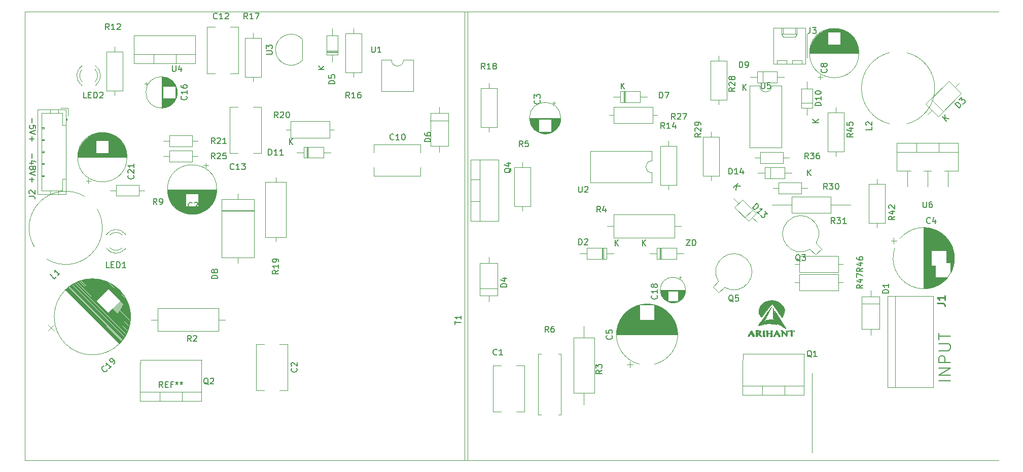
<source format=gbr>
%TF.GenerationSoftware,KiCad,Pcbnew,(5.1.6)-1*%
%TF.CreationDate,2021-01-03T21:45:46+05:30*%
%TF.ProjectId,supplyboard,73757070-6c79-4626-9f61-72642e6b6963,rev?*%
%TF.SameCoordinates,Original*%
%TF.FileFunction,Legend,Top*%
%TF.FilePolarity,Positive*%
%FSLAX46Y46*%
G04 Gerber Fmt 4.6, Leading zero omitted, Abs format (unit mm)*
G04 Created by KiCad (PCBNEW (5.1.6)-1) date 2021-01-03 21:45:46*
%MOMM*%
%LPD*%
G01*
G04 APERTURE LIST*
%ADD10C,0.120000*%
%ADD11C,0.150000*%
%ADD12C,0.010000*%
%ADD13C,0.254000*%
G04 APERTURE END LIST*
D10*
X167005000Y-137795000D02*
X167005000Y-151130000D01*
D11*
X190134761Y-139112142D02*
X188134761Y-139112142D01*
X190134761Y-138159761D02*
X188134761Y-138159761D01*
X190134761Y-137016904D01*
X188134761Y-137016904D01*
X190134761Y-136064523D02*
X188134761Y-136064523D01*
X188134761Y-135302619D01*
X188230000Y-135112142D01*
X188325238Y-135016904D01*
X188515714Y-134921666D01*
X188801428Y-134921666D01*
X188991904Y-135016904D01*
X189087142Y-135112142D01*
X189182380Y-135302619D01*
X189182380Y-136064523D01*
X188134761Y-134064523D02*
X189753809Y-134064523D01*
X189944285Y-133969285D01*
X190039523Y-133874047D01*
X190134761Y-133683571D01*
X190134761Y-133302619D01*
X190039523Y-133112142D01*
X189944285Y-133016904D01*
X189753809Y-132921666D01*
X188134761Y-132921666D01*
X188134761Y-132255000D02*
X188134761Y-131112142D01*
X190134761Y-131683571D02*
X188134761Y-131683571D01*
X36758571Y-101124047D02*
X36758571Y-101885952D01*
X37044285Y-102790714D02*
X36377619Y-102790714D01*
X37425238Y-102552619D02*
X36710952Y-102314523D01*
X36710952Y-102933571D01*
X36949047Y-103457380D02*
X36996666Y-103362142D01*
X37044285Y-103314523D01*
X37139523Y-103266904D01*
X37187142Y-103266904D01*
X37282380Y-103314523D01*
X37330000Y-103362142D01*
X37377619Y-103457380D01*
X37377619Y-103647857D01*
X37330000Y-103743095D01*
X37282380Y-103790714D01*
X37187142Y-103838333D01*
X37139523Y-103838333D01*
X37044285Y-103790714D01*
X36996666Y-103743095D01*
X36949047Y-103647857D01*
X36949047Y-103457380D01*
X36901428Y-103362142D01*
X36853809Y-103314523D01*
X36758571Y-103266904D01*
X36568095Y-103266904D01*
X36472857Y-103314523D01*
X36425238Y-103362142D01*
X36377619Y-103457380D01*
X36377619Y-103647857D01*
X36425238Y-103743095D01*
X36472857Y-103790714D01*
X36568095Y-103838333D01*
X36758571Y-103838333D01*
X36853809Y-103790714D01*
X36901428Y-103743095D01*
X36949047Y-103647857D01*
X37377619Y-104124047D02*
X36377619Y-104457380D01*
X37377619Y-104790714D01*
X36758571Y-105124047D02*
X36758571Y-105885952D01*
X36377619Y-105505000D02*
X37139523Y-105505000D01*
X36758571Y-95250238D02*
X36758571Y-96012142D01*
X37377619Y-96964523D02*
X37377619Y-96488333D01*
X36901428Y-96440714D01*
X36949047Y-96488333D01*
X36996666Y-96583571D01*
X36996666Y-96821666D01*
X36949047Y-96916904D01*
X36901428Y-96964523D01*
X36806190Y-97012142D01*
X36568095Y-97012142D01*
X36472857Y-96964523D01*
X36425238Y-96916904D01*
X36377619Y-96821666D01*
X36377619Y-96583571D01*
X36425238Y-96488333D01*
X36472857Y-96440714D01*
X37377619Y-97297857D02*
X36377619Y-97631190D01*
X37377619Y-97964523D01*
X36758571Y-98297857D02*
X36758571Y-99059761D01*
X36377619Y-98678809D02*
X37139523Y-98678809D01*
D10*
X96520000Y-77470000D02*
X96774000Y-77470000D01*
X98552000Y-77470000D02*
X98298000Y-77470000D01*
X98044000Y-77470000D02*
X98552000Y-77470000D01*
X98044000Y-77470000D02*
X97790000Y-77470000D01*
X98298000Y-152400000D02*
X98552000Y-152400000D01*
X109474000Y-77470000D02*
X109474000Y-152400000D01*
X108966000Y-77470000D02*
X109474000Y-77470000D01*
X108966000Y-152400000D02*
X108966000Y-77470000D01*
X198120000Y-152400000D02*
X35560000Y-152400000D01*
X198120000Y-77470000D02*
X196850000Y-77470000D01*
X35560000Y-77470000D02*
X196850000Y-77470000D01*
X35560000Y-152400000D02*
X35560000Y-77470000D01*
%TO.C,D8*%
X68400000Y-118535000D02*
X73840000Y-118535000D01*
X73840000Y-118535000D02*
X73840000Y-108795000D01*
X73840000Y-108795000D02*
X68400000Y-108795000D01*
X68400000Y-108795000D02*
X68400000Y-118535000D01*
X71120000Y-119445000D02*
X71120000Y-118535000D01*
X71120000Y-107885000D02*
X71120000Y-108795000D01*
X68400000Y-110617000D02*
X73840000Y-110617000D01*
X68400000Y-110617000D02*
X73840000Y-110617000D01*
X68400000Y-110760000D02*
X73840000Y-110760000D01*
D12*
%TO.C,*%
G36*
X160692746Y-125692912D02*
G01*
X161094961Y-125784504D01*
X161322564Y-125885173D01*
X161758278Y-126192773D01*
X162080294Y-126545807D01*
X162285218Y-126935319D01*
X162369654Y-127352353D01*
X162330208Y-127787956D01*
X162191444Y-128177210D01*
X162088307Y-128374505D01*
X162004402Y-128505146D01*
X161968901Y-128536884D01*
X161911077Y-128482112D01*
X161793750Y-128334152D01*
X161635662Y-128117533D01*
X161504845Y-127929492D01*
X161277463Y-127594979D01*
X161029768Y-127228271D01*
X160804064Y-126892063D01*
X160734853Y-126788333D01*
X160574183Y-126553159D01*
X160441794Y-126370872D01*
X160357319Y-126267975D01*
X160339476Y-126254565D01*
X160271266Y-126309732D01*
X160126919Y-126469458D01*
X159913576Y-126725077D01*
X159638376Y-127067926D01*
X159308459Y-127489339D01*
X159110744Y-127745636D01*
X158900878Y-128014493D01*
X158720318Y-128237467D01*
X158586533Y-128393588D01*
X158516988Y-128461884D01*
X158513036Y-128463261D01*
X158426337Y-128401346D01*
X158318301Y-128243942D01*
X158213030Y-128033554D01*
X158134623Y-127812689D01*
X158126885Y-127782192D01*
X158092012Y-127368753D01*
X158175384Y-126962579D01*
X158365376Y-126582277D01*
X158650363Y-126246454D01*
X159018720Y-125973716D01*
X159354327Y-125817507D01*
X159781834Y-125708018D01*
X160241505Y-125666951D01*
X160692746Y-125692912D01*
G37*
X160692746Y-125692912D02*
X161094961Y-125784504D01*
X161322564Y-125885173D01*
X161758278Y-126192773D01*
X162080294Y-126545807D01*
X162285218Y-126935319D01*
X162369654Y-127352353D01*
X162330208Y-127787956D01*
X162191444Y-128177210D01*
X162088307Y-128374505D01*
X162004402Y-128505146D01*
X161968901Y-128536884D01*
X161911077Y-128482112D01*
X161793750Y-128334152D01*
X161635662Y-128117533D01*
X161504845Y-127929492D01*
X161277463Y-127594979D01*
X161029768Y-127228271D01*
X160804064Y-126892063D01*
X160734853Y-126788333D01*
X160574183Y-126553159D01*
X160441794Y-126370872D01*
X160357319Y-126267975D01*
X160339476Y-126254565D01*
X160271266Y-126309732D01*
X160126919Y-126469458D01*
X159913576Y-126725077D01*
X159638376Y-127067926D01*
X159308459Y-127489339D01*
X159110744Y-127745636D01*
X158900878Y-128014493D01*
X158720318Y-128237467D01*
X158586533Y-128393588D01*
X158516988Y-128461884D01*
X158513036Y-128463261D01*
X158426337Y-128401346D01*
X158318301Y-128243942D01*
X158213030Y-128033554D01*
X158134623Y-127812689D01*
X158126885Y-127782192D01*
X158092012Y-127368753D01*
X158175384Y-126962579D01*
X158365376Y-126582277D01*
X158650363Y-126246454D01*
X159018720Y-125973716D01*
X159354327Y-125817507D01*
X159781834Y-125708018D01*
X160241505Y-125666951D01*
X160692746Y-125692912D01*
G36*
X160706154Y-127874275D02*
G01*
X160785663Y-128234436D01*
X160852786Y-128539107D01*
X160901746Y-128762018D01*
X160926766Y-128876899D01*
X160928780Y-128886594D01*
X160881939Y-128902960D01*
X160761244Y-128879693D01*
X160622436Y-128829082D01*
X160562226Y-128795109D01*
X160521457Y-128740816D01*
X160496552Y-128640696D01*
X160483938Y-128469243D01*
X160480040Y-128200951D01*
X160481221Y-127821430D01*
X160486544Y-126880362D01*
X160706154Y-127874275D01*
G37*
X160706154Y-127874275D02*
X160785663Y-128234436D01*
X160852786Y-128539107D01*
X160901746Y-128762018D01*
X160926766Y-128876899D01*
X160928780Y-128886594D01*
X160881939Y-128902960D01*
X160761244Y-128879693D01*
X160622436Y-128829082D01*
X160562226Y-128795109D01*
X160521457Y-128740816D01*
X160496552Y-128640696D01*
X160483938Y-128469243D01*
X160480040Y-128200951D01*
X160481221Y-127821430D01*
X160486544Y-126880362D01*
X160706154Y-127874275D01*
G36*
X160191265Y-126822052D02*
G01*
X160134639Y-126935579D01*
X160064022Y-127065003D01*
X159943078Y-127294012D01*
X159786359Y-127594508D01*
X159608414Y-127938395D01*
X159423795Y-128297574D01*
X159247051Y-128643949D01*
X159124301Y-128886594D01*
X158966812Y-129199492D01*
X159379432Y-129200303D01*
X159649667Y-129206310D01*
X159911002Y-129220937D01*
X160052564Y-129234610D01*
X160203226Y-129251899D01*
X160232243Y-129246526D01*
X160147097Y-129215168D01*
X160117692Y-129205699D01*
X159940605Y-129168791D01*
X159699833Y-129142220D01*
X159547820Y-129134580D01*
X159346584Y-129119342D01*
X159210647Y-129088842D01*
X159173333Y-129058932D01*
X159232349Y-129014229D01*
X159387829Y-128958958D01*
X159607421Y-128904389D01*
X159630892Y-128899559D01*
X159920812Y-128852072D01*
X160159045Y-128847996D01*
X160418752Y-128888761D01*
X160542687Y-128917373D01*
X160755555Y-128969464D01*
X160893800Y-128988686D01*
X160966857Y-128953914D01*
X160984163Y-128844027D01*
X160955156Y-128637901D01*
X160889272Y-128314414D01*
X160864779Y-128196427D01*
X160807865Y-127904071D01*
X160767814Y-127665960D01*
X160750472Y-127518471D01*
X160751534Y-127491680D01*
X160793745Y-127522661D01*
X160894988Y-127654012D01*
X161040306Y-127864919D01*
X161214740Y-128134569D01*
X161223119Y-128147886D01*
X161457525Y-128520462D01*
X161718633Y-128934840D01*
X161967072Y-129328563D01*
X162092187Y-129526548D01*
X162320551Y-129893748D01*
X162472084Y-130152403D01*
X162550613Y-130309588D01*
X162559968Y-130372376D01*
X162550686Y-130374001D01*
X162488056Y-130336592D01*
X162343966Y-130240953D01*
X162147612Y-130106525D01*
X162114752Y-130083727D01*
X161806908Y-129887214D01*
X161461198Y-129694324D01*
X161113497Y-129522596D01*
X160799680Y-129389569D01*
X160555622Y-129312781D01*
X160525930Y-129306970D01*
X160313077Y-129270346D01*
X160541025Y-129374437D01*
X160752746Y-129470410D01*
X160950794Y-129559138D01*
X160957109Y-129561940D01*
X161093109Y-129633569D01*
X161104352Y-129672762D01*
X160990238Y-129679569D01*
X160750164Y-129654037D01*
X160432572Y-129604579D01*
X159761511Y-129539715D01*
X159128781Y-129587009D01*
X158484020Y-129750779D01*
X158403140Y-129778572D01*
X158181507Y-129851547D01*
X158061202Y-129875158D01*
X158021541Y-129851593D01*
X158026913Y-129818410D01*
X158075537Y-129735313D01*
X158191764Y-129559891D01*
X158362494Y-129310542D01*
X158574627Y-129005665D01*
X158815063Y-128663656D01*
X159070703Y-128302914D01*
X159328446Y-127941836D01*
X159575193Y-127598822D01*
X159797844Y-127292267D01*
X159983298Y-127040571D01*
X160118457Y-126862130D01*
X160190220Y-126775344D01*
X160197528Y-126769927D01*
X160191265Y-126822052D01*
G37*
X160191265Y-126822052D02*
X160134639Y-126935579D01*
X160064022Y-127065003D01*
X159943078Y-127294012D01*
X159786359Y-127594508D01*
X159608414Y-127938395D01*
X159423795Y-128297574D01*
X159247051Y-128643949D01*
X159124301Y-128886594D01*
X158966812Y-129199492D01*
X159379432Y-129200303D01*
X159649667Y-129206310D01*
X159911002Y-129220937D01*
X160052564Y-129234610D01*
X160203226Y-129251899D01*
X160232243Y-129246526D01*
X160147097Y-129215168D01*
X160117692Y-129205699D01*
X159940605Y-129168791D01*
X159699833Y-129142220D01*
X159547820Y-129134580D01*
X159346584Y-129119342D01*
X159210647Y-129088842D01*
X159173333Y-129058932D01*
X159232349Y-129014229D01*
X159387829Y-128958958D01*
X159607421Y-128904389D01*
X159630892Y-128899559D01*
X159920812Y-128852072D01*
X160159045Y-128847996D01*
X160418752Y-128888761D01*
X160542687Y-128917373D01*
X160755555Y-128969464D01*
X160893800Y-128988686D01*
X160966857Y-128953914D01*
X160984163Y-128844027D01*
X160955156Y-128637901D01*
X160889272Y-128314414D01*
X160864779Y-128196427D01*
X160807865Y-127904071D01*
X160767814Y-127665960D01*
X160750472Y-127518471D01*
X160751534Y-127491680D01*
X160793745Y-127522661D01*
X160894988Y-127654012D01*
X161040306Y-127864919D01*
X161214740Y-128134569D01*
X161223119Y-128147886D01*
X161457525Y-128520462D01*
X161718633Y-128934840D01*
X161967072Y-129328563D01*
X162092187Y-129526548D01*
X162320551Y-129893748D01*
X162472084Y-130152403D01*
X162550613Y-130309588D01*
X162559968Y-130372376D01*
X162550686Y-130374001D01*
X162488056Y-130336592D01*
X162343966Y-130240953D01*
X162147612Y-130106525D01*
X162114752Y-130083727D01*
X161806908Y-129887214D01*
X161461198Y-129694324D01*
X161113497Y-129522596D01*
X160799680Y-129389569D01*
X160555622Y-129312781D01*
X160525930Y-129306970D01*
X160313077Y-129270346D01*
X160541025Y-129374437D01*
X160752746Y-129470410D01*
X160950794Y-129559138D01*
X160957109Y-129561940D01*
X161093109Y-129633569D01*
X161104352Y-129672762D01*
X160990238Y-129679569D01*
X160750164Y-129654037D01*
X160432572Y-129604579D01*
X159761511Y-129539715D01*
X159128781Y-129587009D01*
X158484020Y-129750779D01*
X158403140Y-129778572D01*
X158181507Y-129851547D01*
X158061202Y-129875158D01*
X158021541Y-129851593D01*
X158026913Y-129818410D01*
X158075537Y-129735313D01*
X158191764Y-129559891D01*
X158362494Y-129310542D01*
X158574627Y-129005665D01*
X158815063Y-128663656D01*
X159070703Y-128302914D01*
X159328446Y-127941836D01*
X159575193Y-127598822D01*
X159797844Y-127292267D01*
X159983298Y-127040571D01*
X160118457Y-126862130D01*
X160190220Y-126775344D01*
X160197528Y-126769927D01*
X160191265Y-126822052D01*
G36*
X163804257Y-130677158D02*
G01*
X163964694Y-130696031D01*
X164041362Y-130733477D01*
X164057949Y-130782391D01*
X164042471Y-130875569D01*
X163976847Y-130874356D01*
X163859693Y-130800797D01*
X163747922Y-130745696D01*
X163682685Y-130791972D01*
X163677672Y-130800720D01*
X163649339Y-130932913D01*
X163641137Y-131149344D01*
X163653131Y-131388761D01*
X163676886Y-131553687D01*
X163641801Y-131651237D01*
X163553205Y-131687648D01*
X163437411Y-131684839D01*
X163401333Y-131652584D01*
X163400042Y-131550900D01*
X163402278Y-131351291D01*
X163405939Y-131168913D01*
X163404383Y-130920840D01*
X163380791Y-130789711D01*
X163329058Y-130746329D01*
X163317425Y-130745579D01*
X163204574Y-130788461D01*
X163178718Y-130819203D01*
X163095271Y-130890302D01*
X163027136Y-130845253D01*
X163015897Y-130782391D01*
X163040438Y-130725728D01*
X163129478Y-130691722D01*
X163306147Y-130675472D01*
X163536923Y-130671956D01*
X163804257Y-130677158D01*
G37*
X163804257Y-130677158D02*
X163964694Y-130696031D01*
X164041362Y-130733477D01*
X164057949Y-130782391D01*
X164042471Y-130875569D01*
X163976847Y-130874356D01*
X163859693Y-130800797D01*
X163747922Y-130745696D01*
X163682685Y-130791972D01*
X163677672Y-130800720D01*
X163649339Y-130932913D01*
X163641137Y-131149344D01*
X163653131Y-131388761D01*
X163676886Y-131553687D01*
X163641801Y-131651237D01*
X163553205Y-131687648D01*
X163437411Y-131684839D01*
X163401333Y-131652584D01*
X163400042Y-131550900D01*
X163402278Y-131351291D01*
X163405939Y-131168913D01*
X163404383Y-130920840D01*
X163380791Y-130789711D01*
X163329058Y-130746329D01*
X163317425Y-130745579D01*
X163204574Y-130788461D01*
X163178718Y-130819203D01*
X163095271Y-130890302D01*
X163027136Y-130845253D01*
X163015897Y-130782391D01*
X163040438Y-130725728D01*
X163129478Y-130691722D01*
X163306147Y-130675472D01*
X163536923Y-130671956D01*
X163804257Y-130677158D01*
G36*
X162054362Y-130718313D02*
G01*
X162245619Y-130869814D01*
X162333799Y-130964027D01*
X162483686Y-131124523D01*
X162598427Y-131231639D01*
X162641410Y-131258520D01*
X162680375Y-131199736D01*
X162690768Y-131057432D01*
X162676173Y-130890777D01*
X162640173Y-130758940D01*
X162608846Y-130720715D01*
X162610038Y-130695800D01*
X162714760Y-130680396D01*
X162755384Y-130678896D01*
X162884810Y-130688891D01*
X162915962Y-130720096D01*
X162905409Y-130730210D01*
X162861385Y-130828509D01*
X162825396Y-131027688D01*
X162807717Y-131242044D01*
X162787949Y-131697878D01*
X162403846Y-131316531D01*
X162019744Y-130935183D01*
X162052363Y-131318932D01*
X162065487Y-131545918D01*
X162050313Y-131661834D01*
X161999972Y-131700854D01*
X161975209Y-131702681D01*
X161913766Y-131681969D01*
X161886624Y-131597740D01*
X161887491Y-131416857D01*
X161896023Y-131285754D01*
X161906556Y-131032870D01*
X161886537Y-130881740D01*
X161828558Y-130789210D01*
X161807523Y-130770391D01*
X161737245Y-130701857D01*
X161769789Y-130675752D01*
X161881736Y-130671956D01*
X162054362Y-130718313D01*
G37*
X162054362Y-130718313D02*
X162245619Y-130869814D01*
X162333799Y-130964027D01*
X162483686Y-131124523D01*
X162598427Y-131231639D01*
X162641410Y-131258520D01*
X162680375Y-131199736D01*
X162690768Y-131057432D01*
X162676173Y-130890777D01*
X162640173Y-130758940D01*
X162608846Y-130720715D01*
X162610038Y-130695800D01*
X162714760Y-130680396D01*
X162755384Y-130678896D01*
X162884810Y-130688891D01*
X162915962Y-130720096D01*
X162905409Y-130730210D01*
X162861385Y-130828509D01*
X162825396Y-131027688D01*
X162807717Y-131242044D01*
X162787949Y-131697878D01*
X162403846Y-131316531D01*
X162019744Y-130935183D01*
X162052363Y-131318932D01*
X162065487Y-131545918D01*
X162050313Y-131661834D01*
X161999972Y-131700854D01*
X161975209Y-131702681D01*
X161913766Y-131681969D01*
X161886624Y-131597740D01*
X161887491Y-131416857D01*
X161896023Y-131285754D01*
X161906556Y-131032870D01*
X161886537Y-130881740D01*
X161828558Y-130789210D01*
X161807523Y-130770391D01*
X161737245Y-130701857D01*
X161769789Y-130675752D01*
X161881736Y-130671956D01*
X162054362Y-130718313D01*
G36*
X161150318Y-130732071D02*
G01*
X161256677Y-130889759D01*
X161375774Y-131111037D01*
X161377068Y-131113695D01*
X161492911Y-131334991D01*
X161591564Y-131493472D01*
X161651986Y-131555412D01*
X161652614Y-131555435D01*
X161710987Y-131612207D01*
X161713333Y-131633722D01*
X161656682Y-131681427D01*
X161516127Y-131690345D01*
X161501667Y-131688940D01*
X161348361Y-131648530D01*
X161292414Y-131557044D01*
X161290000Y-131518623D01*
X161261972Y-131415801D01*
X161156089Y-131364098D01*
X161045769Y-131348526D01*
X160872563Y-131350815D01*
X160797751Y-131420211D01*
X160793953Y-131585528D01*
X160796677Y-131610652D01*
X160751481Y-131684370D01*
X160674137Y-131702681D01*
X160566582Y-131691173D01*
X160541025Y-131674789D01*
X160572058Y-131602525D01*
X160653459Y-131439701D01*
X160767681Y-131221404D01*
X160768974Y-131218975D01*
X160807202Y-131144486D01*
X160957391Y-131144486D01*
X160962001Y-131237556D01*
X161055083Y-131260942D01*
X161164689Y-131235092D01*
X161192308Y-131196333D01*
X161147749Y-131100384D01*
X161094615Y-131040072D01*
X161015451Y-130982353D01*
X160996923Y-130988224D01*
X160976375Y-131083638D01*
X160957391Y-131144486D01*
X160807202Y-131144486D01*
X160884061Y-130994724D01*
X160966001Y-130819409D01*
X160996923Y-130731505D01*
X161048699Y-130676292D01*
X161079582Y-130671956D01*
X161150318Y-130732071D01*
G37*
X161150318Y-130732071D02*
X161256677Y-130889759D01*
X161375774Y-131111037D01*
X161377068Y-131113695D01*
X161492911Y-131334991D01*
X161591564Y-131493472D01*
X161651986Y-131555412D01*
X161652614Y-131555435D01*
X161710987Y-131612207D01*
X161713333Y-131633722D01*
X161656682Y-131681427D01*
X161516127Y-131690345D01*
X161501667Y-131688940D01*
X161348361Y-131648530D01*
X161292414Y-131557044D01*
X161290000Y-131518623D01*
X161261972Y-131415801D01*
X161156089Y-131364098D01*
X161045769Y-131348526D01*
X160872563Y-131350815D01*
X160797751Y-131420211D01*
X160793953Y-131585528D01*
X160796677Y-131610652D01*
X160751481Y-131684370D01*
X160674137Y-131702681D01*
X160566582Y-131691173D01*
X160541025Y-131674789D01*
X160572058Y-131602525D01*
X160653459Y-131439701D01*
X160767681Y-131221404D01*
X160768974Y-131218975D01*
X160807202Y-131144486D01*
X160957391Y-131144486D01*
X160962001Y-131237556D01*
X161055083Y-131260942D01*
X161164689Y-131235092D01*
X161192308Y-131196333D01*
X161147749Y-131100384D01*
X161094615Y-131040072D01*
X161015451Y-130982353D01*
X160996923Y-130988224D01*
X160976375Y-131083638D01*
X160957391Y-131144486D01*
X160807202Y-131144486D01*
X160884061Y-130994724D01*
X160966001Y-130819409D01*
X160996923Y-130731505D01*
X161048699Y-130676292D01*
X161079582Y-130671956D01*
X161150318Y-130732071D01*
G36*
X159592320Y-130681718D02*
G01*
X159650024Y-130734310D01*
X159646302Y-130867800D01*
X159643123Y-130892826D01*
X159633943Y-131039007D01*
X159681367Y-131100402D01*
X159819638Y-131113608D01*
X159849787Y-131113695D01*
X160007394Y-131100622D01*
X160073222Y-131042431D01*
X160085128Y-130935773D01*
X160055193Y-130784538D01*
X160003718Y-130720715D01*
X160008105Y-130696748D01*
X160115664Y-130680549D01*
X160179564Y-130677769D01*
X160337929Y-130683368D01*
X160384707Y-130715532D01*
X160358666Y-130760304D01*
X160314602Y-130873138D01*
X160288825Y-131058493D01*
X160282156Y-131266158D01*
X160295420Y-131445924D01*
X160329437Y-131547583D01*
X160345641Y-131555435D01*
X160408877Y-131611460D01*
X160410769Y-131629058D01*
X160353293Y-131676647D01*
X160211002Y-131701596D01*
X160169795Y-131702681D01*
X160019244Y-131692696D01*
X159980564Y-131656397D01*
X160006974Y-131614333D01*
X160070069Y-131473303D01*
X160085128Y-131356652D01*
X160065996Y-131242449D01*
X159983815Y-131195154D01*
X159852271Y-131187319D01*
X159698398Y-131196928D01*
X159638880Y-131252739D01*
X159637911Y-131395226D01*
X159640604Y-131426594D01*
X159640494Y-131596225D01*
X159583925Y-131670864D01*
X159515256Y-131689396D01*
X159399270Y-131685192D01*
X159363165Y-131652584D01*
X159361905Y-131550051D01*
X159364645Y-131351801D01*
X159368316Y-131195262D01*
X159357982Y-130907140D01*
X159308686Y-130752054D01*
X159292458Y-130736244D01*
X159280683Y-130693352D01*
X159394007Y-130674033D01*
X159438848Y-130673084D01*
X159592320Y-130681718D01*
G37*
X159592320Y-130681718D02*
X159650024Y-130734310D01*
X159646302Y-130867800D01*
X159643123Y-130892826D01*
X159633943Y-131039007D01*
X159681367Y-131100402D01*
X159819638Y-131113608D01*
X159849787Y-131113695D01*
X160007394Y-131100622D01*
X160073222Y-131042431D01*
X160085128Y-130935773D01*
X160055193Y-130784538D01*
X160003718Y-130720715D01*
X160008105Y-130696748D01*
X160115664Y-130680549D01*
X160179564Y-130677769D01*
X160337929Y-130683368D01*
X160384707Y-130715532D01*
X160358666Y-130760304D01*
X160314602Y-130873138D01*
X160288825Y-131058493D01*
X160282156Y-131266158D01*
X160295420Y-131445924D01*
X160329437Y-131547583D01*
X160345641Y-131555435D01*
X160408877Y-131611460D01*
X160410769Y-131629058D01*
X160353293Y-131676647D01*
X160211002Y-131701596D01*
X160169795Y-131702681D01*
X160019244Y-131692696D01*
X159980564Y-131656397D01*
X160006974Y-131614333D01*
X160070069Y-131473303D01*
X160085128Y-131356652D01*
X160065996Y-131242449D01*
X159983815Y-131195154D01*
X159852271Y-131187319D01*
X159698398Y-131196928D01*
X159638880Y-131252739D01*
X159637911Y-131395226D01*
X159640604Y-131426594D01*
X159640494Y-131596225D01*
X159583925Y-131670864D01*
X159515256Y-131689396D01*
X159399270Y-131685192D01*
X159363165Y-131652584D01*
X159361905Y-131550051D01*
X159364645Y-131351801D01*
X159368316Y-131195262D01*
X159357982Y-130907140D01*
X159308686Y-130752054D01*
X159292458Y-130736244D01*
X159280683Y-130693352D01*
X159394007Y-130674033D01*
X159438848Y-130673084D01*
X159592320Y-130681718D01*
G36*
X158963278Y-130673084D02*
G01*
X159112257Y-130685798D01*
X159134342Y-130722455D01*
X159116133Y-130738483D01*
X159064476Y-130826181D01*
X159046533Y-131007739D01*
X159055161Y-131252718D01*
X159083953Y-131702681D01*
X158896305Y-131702681D01*
X158765303Y-131684150D01*
X158735136Y-131613554D01*
X158743054Y-131573840D01*
X158811181Y-131193312D01*
X158793619Y-130895292D01*
X158780735Y-130850577D01*
X158751498Y-130733875D01*
X158789975Y-130683938D01*
X158924688Y-130673033D01*
X158963278Y-130673084D01*
G37*
X158963278Y-130673084D02*
X159112257Y-130685798D01*
X159134342Y-130722455D01*
X159116133Y-130738483D01*
X159064476Y-130826181D01*
X159046533Y-131007739D01*
X159055161Y-131252718D01*
X159083953Y-131702681D01*
X158896305Y-131702681D01*
X158765303Y-131684150D01*
X158735136Y-131613554D01*
X158743054Y-131573840D01*
X158811181Y-131193312D01*
X158793619Y-130895292D01*
X158780735Y-130850577D01*
X158751498Y-130733875D01*
X158789975Y-130683938D01*
X158924688Y-130673033D01*
X158963278Y-130673084D01*
G36*
X158175224Y-130681865D02*
G01*
X158306629Y-130719056D01*
X158379669Y-130795306D01*
X158390126Y-130815678D01*
X158419302Y-130947908D01*
X158349214Y-131073129D01*
X158324102Y-131100595D01*
X158190035Y-131241789D01*
X158388607Y-131430670D01*
X158535208Y-131582049D01*
X158578898Y-131666646D01*
X158524700Y-131700109D01*
X158475951Y-131702681D01*
X158368664Y-131654422D01*
X158213819Y-131530676D01*
X158109261Y-131426594D01*
X157853799Y-131150507D01*
X157890753Y-131426594D01*
X157907512Y-131606466D01*
X157878039Y-131684285D01*
X157781109Y-131702507D01*
X157752700Y-131702736D01*
X157661299Y-131696658D01*
X157608999Y-131656936D01*
X157584885Y-131551442D01*
X157578046Y-131348049D01*
X157577692Y-131187555D01*
X157577692Y-130929637D01*
X157870769Y-130929637D01*
X157909664Y-131078360D01*
X158007655Y-131106523D01*
X158116707Y-131027099D01*
X158158123Y-130917190D01*
X158121758Y-130843041D01*
X158003262Y-130749652D01*
X157908114Y-130784816D01*
X157870769Y-130929637D01*
X157577692Y-130929637D01*
X157577692Y-130672320D01*
X157949888Y-130672138D01*
X158175224Y-130681865D01*
G37*
X158175224Y-130681865D02*
X158306629Y-130719056D01*
X158379669Y-130795306D01*
X158390126Y-130815678D01*
X158419302Y-130947908D01*
X158349214Y-131073129D01*
X158324102Y-131100595D01*
X158190035Y-131241789D01*
X158388607Y-131430670D01*
X158535208Y-131582049D01*
X158578898Y-131666646D01*
X158524700Y-131700109D01*
X158475951Y-131702681D01*
X158368664Y-131654422D01*
X158213819Y-131530676D01*
X158109261Y-131426594D01*
X157853799Y-131150507D01*
X157890753Y-131426594D01*
X157907512Y-131606466D01*
X157878039Y-131684285D01*
X157781109Y-131702507D01*
X157752700Y-131702736D01*
X157661299Y-131696658D01*
X157608999Y-131656936D01*
X157584885Y-131551442D01*
X157578046Y-131348049D01*
X157577692Y-131187555D01*
X157577692Y-130929637D01*
X157870769Y-130929637D01*
X157909664Y-131078360D01*
X158007655Y-131106523D01*
X158116707Y-131027099D01*
X158158123Y-130917190D01*
X158121758Y-130843041D01*
X158003262Y-130749652D01*
X157908114Y-130784816D01*
X157870769Y-130929637D01*
X157577692Y-130929637D01*
X157577692Y-130672320D01*
X157949888Y-130672138D01*
X158175224Y-130681865D01*
G36*
X156883094Y-130733644D02*
G01*
X156985111Y-130877757D01*
X157092400Y-131071894D01*
X157207585Y-131291308D01*
X157304186Y-131455341D01*
X157355959Y-131522966D01*
X157416984Y-131607759D01*
X157365089Y-131675089D01*
X157217544Y-131702680D01*
X157216632Y-131702681D01*
X157072098Y-131676194D01*
X157028964Y-131610652D01*
X157031270Y-131433098D01*
X156965557Y-131354616D01*
X156804443Y-131346393D01*
X156779872Y-131348526D01*
X156613675Y-131380974D01*
X156544349Y-131451296D01*
X156535641Y-131518623D01*
X156482430Y-131650284D01*
X156389102Y-131689396D01*
X156275445Y-131687431D01*
X156242564Y-131658381D01*
X156281731Y-131566744D01*
X156345646Y-131475079D01*
X156438614Y-131332480D01*
X156499442Y-131220846D01*
X156662541Y-131220846D01*
X156712164Y-131258740D01*
X156761298Y-131260942D01*
X156867989Y-131238158D01*
X156892849Y-131205724D01*
X156860801Y-131100962D01*
X156834721Y-131048532D01*
X156779837Y-130996805D01*
X156719608Y-131070376D01*
X156703170Y-131103749D01*
X156662541Y-131220846D01*
X156499442Y-131220846D01*
X156552478Y-131123513D01*
X156598125Y-131030570D01*
X156699206Y-130840255D01*
X156787057Y-130713813D01*
X156817637Y-130688402D01*
X156883094Y-130733644D01*
G37*
X156883094Y-130733644D02*
X156985111Y-130877757D01*
X157092400Y-131071894D01*
X157207585Y-131291308D01*
X157304186Y-131455341D01*
X157355959Y-131522966D01*
X157416984Y-131607759D01*
X157365089Y-131675089D01*
X157217544Y-131702680D01*
X157216632Y-131702681D01*
X157072098Y-131676194D01*
X157028964Y-131610652D01*
X157031270Y-131433098D01*
X156965557Y-131354616D01*
X156804443Y-131346393D01*
X156779872Y-131348526D01*
X156613675Y-131380974D01*
X156544349Y-131451296D01*
X156535641Y-131518623D01*
X156482430Y-131650284D01*
X156389102Y-131689396D01*
X156275445Y-131687431D01*
X156242564Y-131658381D01*
X156281731Y-131566744D01*
X156345646Y-131475079D01*
X156438614Y-131332480D01*
X156499442Y-131220846D01*
X156662541Y-131220846D01*
X156712164Y-131258740D01*
X156761298Y-131260942D01*
X156867989Y-131238158D01*
X156892849Y-131205724D01*
X156860801Y-131100962D01*
X156834721Y-131048532D01*
X156779837Y-130996805D01*
X156719608Y-131070376D01*
X156703170Y-131103749D01*
X156662541Y-131220846D01*
X156499442Y-131220846D01*
X156552478Y-131123513D01*
X156598125Y-131030570D01*
X156699206Y-130840255D01*
X156787057Y-130713813D01*
X156817637Y-130688402D01*
X156883094Y-130733644D01*
D10*
%TO.C,C20*%
X66215000Y-103150302D02*
X65415000Y-103150302D01*
X65815000Y-102750302D02*
X65815000Y-103550302D01*
X64033000Y-111241000D02*
X62967000Y-111241000D01*
X64268000Y-111201000D02*
X62732000Y-111201000D01*
X64448000Y-111161000D02*
X62552000Y-111161000D01*
X64598000Y-111121000D02*
X62402000Y-111121000D01*
X64729000Y-111081000D02*
X62271000Y-111081000D01*
X64846000Y-111041000D02*
X62154000Y-111041000D01*
X64953000Y-111001000D02*
X62047000Y-111001000D01*
X65052000Y-110961000D02*
X61948000Y-110961000D01*
X65145000Y-110921000D02*
X61855000Y-110921000D01*
X65231000Y-110881000D02*
X61769000Y-110881000D01*
X65313000Y-110841000D02*
X61687000Y-110841000D01*
X65390000Y-110801000D02*
X61610000Y-110801000D01*
X65464000Y-110761000D02*
X61536000Y-110761000D01*
X65534000Y-110721000D02*
X61466000Y-110721000D01*
X65602000Y-110681000D02*
X61398000Y-110681000D01*
X65666000Y-110641000D02*
X61334000Y-110641000D01*
X65728000Y-110601000D02*
X61272000Y-110601000D01*
X65787000Y-110561000D02*
X61213000Y-110561000D01*
X65845000Y-110521000D02*
X61155000Y-110521000D01*
X65900000Y-110481000D02*
X61100000Y-110481000D01*
X65954000Y-110441000D02*
X61046000Y-110441000D01*
X66005000Y-110401000D02*
X60995000Y-110401000D01*
X66056000Y-110361000D02*
X60944000Y-110361000D01*
X66104000Y-110321000D02*
X60896000Y-110321000D01*
X66151000Y-110281000D02*
X60849000Y-110281000D01*
X66197000Y-110241000D02*
X60803000Y-110241000D01*
X66241000Y-110201000D02*
X60759000Y-110201000D01*
X66284000Y-110161000D02*
X60716000Y-110161000D01*
X66326000Y-110121000D02*
X60674000Y-110121000D01*
X66367000Y-110081000D02*
X60633000Y-110081000D01*
X66407000Y-110041000D02*
X60593000Y-110041000D01*
X66445000Y-110001000D02*
X60555000Y-110001000D01*
X66483000Y-109961000D02*
X60517000Y-109961000D01*
X62460000Y-109921000D02*
X60481000Y-109921000D01*
X66519000Y-109921000D02*
X64540000Y-109921000D01*
X62460000Y-109881000D02*
X60445000Y-109881000D01*
X66555000Y-109881000D02*
X64540000Y-109881000D01*
X62460000Y-109841000D02*
X60410000Y-109841000D01*
X66590000Y-109841000D02*
X64540000Y-109841000D01*
X62460000Y-109801000D02*
X60376000Y-109801000D01*
X66624000Y-109801000D02*
X64540000Y-109801000D01*
X62460000Y-109761000D02*
X60344000Y-109761000D01*
X66656000Y-109761000D02*
X64540000Y-109761000D01*
X62460000Y-109721000D02*
X60311000Y-109721000D01*
X66689000Y-109721000D02*
X64540000Y-109721000D01*
X62460000Y-109681000D02*
X60280000Y-109681000D01*
X66720000Y-109681000D02*
X64540000Y-109681000D01*
X62460000Y-109641000D02*
X60250000Y-109641000D01*
X66750000Y-109641000D02*
X64540000Y-109641000D01*
X62460000Y-109601000D02*
X60220000Y-109601000D01*
X66780000Y-109601000D02*
X64540000Y-109601000D01*
X62460000Y-109561000D02*
X60191000Y-109561000D01*
X66809000Y-109561000D02*
X64540000Y-109561000D01*
X62460000Y-109521000D02*
X60162000Y-109521000D01*
X66838000Y-109521000D02*
X64540000Y-109521000D01*
X62460000Y-109481000D02*
X60135000Y-109481000D01*
X66865000Y-109481000D02*
X64540000Y-109481000D01*
X62460000Y-109441000D02*
X60108000Y-109441000D01*
X66892000Y-109441000D02*
X64540000Y-109441000D01*
X62460000Y-109401000D02*
X60082000Y-109401000D01*
X66918000Y-109401000D02*
X64540000Y-109401000D01*
X62460000Y-109361000D02*
X60056000Y-109361000D01*
X66944000Y-109361000D02*
X64540000Y-109361000D01*
X62460000Y-109321000D02*
X60031000Y-109321000D01*
X66969000Y-109321000D02*
X64540000Y-109321000D01*
X62460000Y-109281000D02*
X60007000Y-109281000D01*
X66993000Y-109281000D02*
X64540000Y-109281000D01*
X62460000Y-109241000D02*
X59983000Y-109241000D01*
X67017000Y-109241000D02*
X64540000Y-109241000D01*
X62460000Y-109201000D02*
X59960000Y-109201000D01*
X67040000Y-109201000D02*
X64540000Y-109201000D01*
X62460000Y-109161000D02*
X59938000Y-109161000D01*
X67062000Y-109161000D02*
X64540000Y-109161000D01*
X62460000Y-109121000D02*
X59916000Y-109121000D01*
X67084000Y-109121000D02*
X64540000Y-109121000D01*
X62460000Y-109081000D02*
X59894000Y-109081000D01*
X67106000Y-109081000D02*
X64540000Y-109081000D01*
X62460000Y-109041000D02*
X59873000Y-109041000D01*
X67127000Y-109041000D02*
X64540000Y-109041000D01*
X62460000Y-109001000D02*
X59853000Y-109001000D01*
X67147000Y-109001000D02*
X64540000Y-109001000D01*
X62460000Y-108961000D02*
X59834000Y-108961000D01*
X67166000Y-108961000D02*
X64540000Y-108961000D01*
X62460000Y-108921000D02*
X59814000Y-108921000D01*
X67186000Y-108921000D02*
X64540000Y-108921000D01*
X62460000Y-108881000D02*
X59796000Y-108881000D01*
X67204000Y-108881000D02*
X64540000Y-108881000D01*
X62460000Y-108841000D02*
X59778000Y-108841000D01*
X67222000Y-108841000D02*
X64540000Y-108841000D01*
X62460000Y-108801000D02*
X59760000Y-108801000D01*
X67240000Y-108801000D02*
X64540000Y-108801000D01*
X62460000Y-108761000D02*
X59743000Y-108761000D01*
X67257000Y-108761000D02*
X64540000Y-108761000D01*
X62460000Y-108721000D02*
X59726000Y-108721000D01*
X67274000Y-108721000D02*
X64540000Y-108721000D01*
X62460000Y-108681000D02*
X59710000Y-108681000D01*
X67290000Y-108681000D02*
X64540000Y-108681000D01*
X62460000Y-108641000D02*
X59695000Y-108641000D01*
X67305000Y-108641000D02*
X64540000Y-108641000D01*
X62460000Y-108601000D02*
X59679000Y-108601000D01*
X67321000Y-108601000D02*
X64540000Y-108601000D01*
X62460000Y-108561000D02*
X59665000Y-108561000D01*
X67335000Y-108561000D02*
X64540000Y-108561000D01*
X62460000Y-108521000D02*
X59650000Y-108521000D01*
X67350000Y-108521000D02*
X64540000Y-108521000D01*
X62460000Y-108481000D02*
X59637000Y-108481000D01*
X67363000Y-108481000D02*
X64540000Y-108481000D01*
X62460000Y-108441000D02*
X59623000Y-108441000D01*
X67377000Y-108441000D02*
X64540000Y-108441000D01*
X62460000Y-108401000D02*
X59611000Y-108401000D01*
X67389000Y-108401000D02*
X64540000Y-108401000D01*
X62460000Y-108361000D02*
X59598000Y-108361000D01*
X67402000Y-108361000D02*
X64540000Y-108361000D01*
X62460000Y-108321000D02*
X59586000Y-108321000D01*
X67414000Y-108321000D02*
X64540000Y-108321000D01*
X62460000Y-108281000D02*
X59575000Y-108281000D01*
X67425000Y-108281000D02*
X64540000Y-108281000D01*
X62460000Y-108241000D02*
X59564000Y-108241000D01*
X67436000Y-108241000D02*
X64540000Y-108241000D01*
X62460000Y-108201000D02*
X59553000Y-108201000D01*
X67447000Y-108201000D02*
X64540000Y-108201000D01*
X62460000Y-108161000D02*
X59543000Y-108161000D01*
X67457000Y-108161000D02*
X64540000Y-108161000D01*
X62460000Y-108121000D02*
X59533000Y-108121000D01*
X67467000Y-108121000D02*
X64540000Y-108121000D01*
X62460000Y-108081000D02*
X59524000Y-108081000D01*
X67476000Y-108081000D02*
X64540000Y-108081000D01*
X62460000Y-108041000D02*
X59515000Y-108041000D01*
X67485000Y-108041000D02*
X64540000Y-108041000D01*
X62460000Y-108001000D02*
X59506000Y-108001000D01*
X67494000Y-108001000D02*
X64540000Y-108001000D01*
X62460000Y-107961000D02*
X59498000Y-107961000D01*
X67502000Y-107961000D02*
X64540000Y-107961000D01*
X62460000Y-107921000D02*
X59490000Y-107921000D01*
X67510000Y-107921000D02*
X64540000Y-107921000D01*
X62460000Y-107881000D02*
X59483000Y-107881000D01*
X67517000Y-107881000D02*
X64540000Y-107881000D01*
X67524000Y-107840000D02*
X59476000Y-107840000D01*
X67530000Y-107800000D02*
X59470000Y-107800000D01*
X67537000Y-107760000D02*
X59463000Y-107760000D01*
X67542000Y-107720000D02*
X59458000Y-107720000D01*
X67548000Y-107680000D02*
X59452000Y-107680000D01*
X67552000Y-107640000D02*
X59448000Y-107640000D01*
X67557000Y-107600000D02*
X59443000Y-107600000D01*
X67561000Y-107560000D02*
X59439000Y-107560000D01*
X67565000Y-107520000D02*
X59435000Y-107520000D01*
X67568000Y-107480000D02*
X59432000Y-107480000D01*
X67571000Y-107440000D02*
X59429000Y-107440000D01*
X67574000Y-107400000D02*
X59426000Y-107400000D01*
X67576000Y-107360000D02*
X59424000Y-107360000D01*
X67577000Y-107320000D02*
X59423000Y-107320000D01*
X67579000Y-107280000D02*
X59421000Y-107280000D01*
X67580000Y-107240000D02*
X59420000Y-107240000D01*
X67580000Y-107200000D02*
X59420000Y-107200000D01*
X67580000Y-107160000D02*
X59420000Y-107160000D01*
X67620000Y-107160000D02*
G75*
G03*
X67620000Y-107160000I-4120000J0D01*
G01*
%TO.C,R19*%
X75750000Y-115110000D02*
X79190000Y-115110000D01*
X79190000Y-115110000D02*
X79190000Y-105870000D01*
X79190000Y-105870000D02*
X75750000Y-105870000D01*
X75750000Y-105870000D02*
X75750000Y-115110000D01*
X77470000Y-115800000D02*
X77470000Y-115110000D01*
X77470000Y-105180000D02*
X77470000Y-105870000D01*
%TO.C,R25*%
X63515000Y-102520000D02*
X63515000Y-100680000D01*
X63515000Y-100680000D02*
X59675000Y-100680000D01*
X59675000Y-100680000D02*
X59675000Y-102520000D01*
X59675000Y-102520000D02*
X63515000Y-102520000D01*
X64465000Y-101600000D02*
X63515000Y-101600000D01*
X58725000Y-101600000D02*
X59675000Y-101600000D01*
%TO.C,R21*%
X59675000Y-98140000D02*
X59675000Y-99980000D01*
X59675000Y-99980000D02*
X63515000Y-99980000D01*
X63515000Y-99980000D02*
X63515000Y-98140000D01*
X63515000Y-98140000D02*
X59675000Y-98140000D01*
X58725000Y-99060000D02*
X59675000Y-99060000D01*
X64465000Y-99060000D02*
X63515000Y-99060000D01*
%TO.C,R9*%
X54625000Y-108235000D02*
X54625000Y-106395000D01*
X54625000Y-106395000D02*
X50785000Y-106395000D01*
X50785000Y-106395000D02*
X50785000Y-108235000D01*
X50785000Y-108235000D02*
X54625000Y-108235000D01*
X55575000Y-107315000D02*
X54625000Y-107315000D01*
X49835000Y-107315000D02*
X50785000Y-107315000D01*
%TO.C,J2*%
X42450000Y-93825000D02*
X37730000Y-93825000D01*
X37730000Y-93825000D02*
X37730000Y-107945000D01*
X37730000Y-107945000D02*
X42450000Y-107945000D01*
X42450000Y-107945000D02*
X42450000Y-93825000D01*
X42450000Y-95585000D02*
X42650000Y-95585000D01*
X42650000Y-95585000D02*
X42650000Y-95285000D01*
X42650000Y-95285000D02*
X42450000Y-95285000D01*
X42550000Y-95585000D02*
X42550000Y-95285000D01*
X42450000Y-96385000D02*
X41840000Y-96385000D01*
X41840000Y-96385000D02*
X41840000Y-94435000D01*
X41840000Y-94435000D02*
X38340000Y-94435000D01*
X38340000Y-94435000D02*
X38340000Y-107335000D01*
X38340000Y-107335000D02*
X41840000Y-107335000D01*
X41840000Y-107335000D02*
X41840000Y-105385000D01*
X41840000Y-105385000D02*
X42450000Y-105385000D01*
X41140000Y-93825000D02*
X41140000Y-94435000D01*
X39840000Y-93825000D02*
X39840000Y-94435000D01*
X41140000Y-107945000D02*
X41140000Y-107335000D01*
X39840000Y-107945000D02*
X39840000Y-107335000D01*
X38340000Y-96785000D02*
X38840000Y-96785000D01*
X38840000Y-96785000D02*
X38840000Y-96985000D01*
X38840000Y-96985000D02*
X38340000Y-96985000D01*
X38340000Y-96885000D02*
X38840000Y-96885000D01*
X38340000Y-98785000D02*
X38840000Y-98785000D01*
X38840000Y-98785000D02*
X38840000Y-98985000D01*
X38840000Y-98985000D02*
X38340000Y-98985000D01*
X38340000Y-98885000D02*
X38840000Y-98885000D01*
X38340000Y-100785000D02*
X38840000Y-100785000D01*
X38840000Y-100785000D02*
X38840000Y-100985000D01*
X38840000Y-100985000D02*
X38340000Y-100985000D01*
X38340000Y-100885000D02*
X38840000Y-100885000D01*
X38340000Y-102785000D02*
X38840000Y-102785000D01*
X38840000Y-102785000D02*
X38840000Y-102985000D01*
X38840000Y-102985000D02*
X38340000Y-102985000D01*
X38340000Y-102885000D02*
X38840000Y-102885000D01*
X38340000Y-104785000D02*
X38840000Y-104785000D01*
X38840000Y-104785000D02*
X38840000Y-104985000D01*
X38840000Y-104985000D02*
X38340000Y-104985000D01*
X38340000Y-104885000D02*
X38840000Y-104885000D01*
X42750000Y-94775000D02*
X42750000Y-93525000D01*
X42750000Y-93525000D02*
X41500000Y-93525000D01*
%TO.C,R31*%
X160298000Y-109728000D02*
X163608000Y-109728000D01*
X173458000Y-109728000D02*
X170148000Y-109728000D01*
X163608000Y-111098000D02*
X170148000Y-111098000D01*
X163608000Y-108358000D02*
X163608000Y-111098000D01*
X170148000Y-108358000D02*
X163608000Y-108358000D01*
X170148000Y-111098000D02*
X170148000Y-108358000D01*
%TO.C,R30*%
X166192000Y-106934000D02*
X165242000Y-106934000D01*
X160452000Y-106934000D02*
X161402000Y-106934000D01*
X165242000Y-106014000D02*
X161402000Y-106014000D01*
X165242000Y-107854000D02*
X165242000Y-106014000D01*
X161402000Y-107854000D02*
X165242000Y-107854000D01*
X161402000Y-106014000D02*
X161402000Y-107854000D01*
%TO.C,R36*%
X163144000Y-101854000D02*
X162194000Y-101854000D01*
X157404000Y-101854000D02*
X158354000Y-101854000D01*
X162194000Y-100934000D02*
X158354000Y-100934000D01*
X162194000Y-102774000D02*
X162194000Y-100934000D01*
X158354000Y-102774000D02*
X162194000Y-102774000D01*
X158354000Y-100934000D02*
X158354000Y-102774000D01*
%TO.C,C18*%
X145159000Y-121866199D02*
X144759000Y-121866199D01*
X144959000Y-121666199D02*
X144959000Y-122066199D01*
X144134000Y-126017000D02*
X143394000Y-126017000D01*
X144301000Y-125977000D02*
X143227000Y-125977000D01*
X144428000Y-125937000D02*
X143100000Y-125937000D01*
X144532000Y-125897000D02*
X142996000Y-125897000D01*
X144623000Y-125857000D02*
X142905000Y-125857000D01*
X144704000Y-125817000D02*
X142824000Y-125817000D01*
X144777000Y-125777000D02*
X142751000Y-125777000D01*
X142924000Y-125737000D02*
X142684000Y-125737000D01*
X144844000Y-125737000D02*
X144604000Y-125737000D01*
X142924000Y-125697000D02*
X142622000Y-125697000D01*
X144906000Y-125697000D02*
X144604000Y-125697000D01*
X142924000Y-125657000D02*
X142564000Y-125657000D01*
X144964000Y-125657000D02*
X144604000Y-125657000D01*
X142924000Y-125617000D02*
X142510000Y-125617000D01*
X145018000Y-125617000D02*
X144604000Y-125617000D01*
X142924000Y-125577000D02*
X142460000Y-125577000D01*
X145068000Y-125577000D02*
X144604000Y-125577000D01*
X142924000Y-125537000D02*
X142413000Y-125537000D01*
X145115000Y-125537000D02*
X144604000Y-125537000D01*
X142924000Y-125497000D02*
X142368000Y-125497000D01*
X145160000Y-125497000D02*
X144604000Y-125497000D01*
X142924000Y-125457000D02*
X142326000Y-125457000D01*
X145202000Y-125457000D02*
X144604000Y-125457000D01*
X142924000Y-125417000D02*
X142286000Y-125417000D01*
X145242000Y-125417000D02*
X144604000Y-125417000D01*
X142924000Y-125377000D02*
X142248000Y-125377000D01*
X145280000Y-125377000D02*
X144604000Y-125377000D01*
X142924000Y-125337000D02*
X142212000Y-125337000D01*
X145316000Y-125337000D02*
X144604000Y-125337000D01*
X142924000Y-125297000D02*
X142177000Y-125297000D01*
X145351000Y-125297000D02*
X144604000Y-125297000D01*
X142924000Y-125257000D02*
X142145000Y-125257000D01*
X145383000Y-125257000D02*
X144604000Y-125257000D01*
X142924000Y-125217000D02*
X142114000Y-125217000D01*
X145414000Y-125217000D02*
X144604000Y-125217000D01*
X142924000Y-125177000D02*
X142084000Y-125177000D01*
X145444000Y-125177000D02*
X144604000Y-125177000D01*
X142924000Y-125137000D02*
X142056000Y-125137000D01*
X145472000Y-125137000D02*
X144604000Y-125137000D01*
X142924000Y-125097000D02*
X142029000Y-125097000D01*
X145499000Y-125097000D02*
X144604000Y-125097000D01*
X142924000Y-125057000D02*
X142004000Y-125057000D01*
X145524000Y-125057000D02*
X144604000Y-125057000D01*
X142924000Y-125017000D02*
X141979000Y-125017000D01*
X145549000Y-125017000D02*
X144604000Y-125017000D01*
X142924000Y-124977000D02*
X141956000Y-124977000D01*
X145572000Y-124977000D02*
X144604000Y-124977000D01*
X142924000Y-124937000D02*
X141934000Y-124937000D01*
X145594000Y-124937000D02*
X144604000Y-124937000D01*
X142924000Y-124897000D02*
X141913000Y-124897000D01*
X145615000Y-124897000D02*
X144604000Y-124897000D01*
X142924000Y-124857000D02*
X141894000Y-124857000D01*
X145634000Y-124857000D02*
X144604000Y-124857000D01*
X142924000Y-124817000D02*
X141875000Y-124817000D01*
X145653000Y-124817000D02*
X144604000Y-124817000D01*
X142924000Y-124777000D02*
X141857000Y-124777000D01*
X145671000Y-124777000D02*
X144604000Y-124777000D01*
X142924000Y-124737000D02*
X141840000Y-124737000D01*
X145688000Y-124737000D02*
X144604000Y-124737000D01*
X142924000Y-124697000D02*
X141824000Y-124697000D01*
X145704000Y-124697000D02*
X144604000Y-124697000D01*
X142924000Y-124657000D02*
X141810000Y-124657000D01*
X145718000Y-124657000D02*
X144604000Y-124657000D01*
X142924000Y-124616000D02*
X141796000Y-124616000D01*
X145732000Y-124616000D02*
X144604000Y-124616000D01*
X142924000Y-124576000D02*
X141782000Y-124576000D01*
X145746000Y-124576000D02*
X144604000Y-124576000D01*
X142924000Y-124536000D02*
X141770000Y-124536000D01*
X145758000Y-124536000D02*
X144604000Y-124536000D01*
X142924000Y-124496000D02*
X141759000Y-124496000D01*
X145769000Y-124496000D02*
X144604000Y-124496000D01*
X142924000Y-124456000D02*
X141748000Y-124456000D01*
X145780000Y-124456000D02*
X144604000Y-124456000D01*
X142924000Y-124416000D02*
X141739000Y-124416000D01*
X145789000Y-124416000D02*
X144604000Y-124416000D01*
X142924000Y-124376000D02*
X141730000Y-124376000D01*
X145798000Y-124376000D02*
X144604000Y-124376000D01*
X142924000Y-124336000D02*
X141722000Y-124336000D01*
X145806000Y-124336000D02*
X144604000Y-124336000D01*
X142924000Y-124296000D02*
X141714000Y-124296000D01*
X145814000Y-124296000D02*
X144604000Y-124296000D01*
X142924000Y-124256000D02*
X141708000Y-124256000D01*
X145820000Y-124256000D02*
X144604000Y-124256000D01*
X142924000Y-124216000D02*
X141702000Y-124216000D01*
X145826000Y-124216000D02*
X144604000Y-124216000D01*
X142924000Y-124176000D02*
X141697000Y-124176000D01*
X145831000Y-124176000D02*
X144604000Y-124176000D01*
X142924000Y-124136000D02*
X141693000Y-124136000D01*
X145835000Y-124136000D02*
X144604000Y-124136000D01*
X145838000Y-124096000D02*
X141690000Y-124096000D01*
X145841000Y-124056000D02*
X141687000Y-124056000D01*
X145843000Y-124016000D02*
X141685000Y-124016000D01*
X145844000Y-123976000D02*
X141684000Y-123976000D01*
X145844000Y-123936000D02*
X141684000Y-123936000D01*
X145884000Y-123936000D02*
G75*
G03*
X145884000Y-123936000I-2120000J0D01*
G01*
%TO.C,D3*%
X188939898Y-94139364D02*
X186784636Y-91984102D01*
X191902675Y-91100219D02*
X189823781Y-89021325D01*
X186295318Y-94628682D02*
X187016567Y-93907433D01*
X191584477Y-89339523D02*
X190863228Y-90060772D01*
X188056014Y-94946880D02*
X191902675Y-91100219D01*
X185977120Y-92867986D02*
X188056014Y-94946880D01*
X189823781Y-89021325D02*
X185977120Y-92867986D01*
%TO.C,C21*%
X45799000Y-105764698D02*
X46599000Y-105764698D01*
X46199000Y-106164698D02*
X46199000Y-105364698D01*
X47981000Y-97674000D02*
X49047000Y-97674000D01*
X47746000Y-97714000D02*
X49282000Y-97714000D01*
X47566000Y-97754000D02*
X49462000Y-97754000D01*
X47416000Y-97794000D02*
X49612000Y-97794000D01*
X47285000Y-97834000D02*
X49743000Y-97834000D01*
X47168000Y-97874000D02*
X49860000Y-97874000D01*
X47061000Y-97914000D02*
X49967000Y-97914000D01*
X46962000Y-97954000D02*
X50066000Y-97954000D01*
X46869000Y-97994000D02*
X50159000Y-97994000D01*
X46783000Y-98034000D02*
X50245000Y-98034000D01*
X46701000Y-98074000D02*
X50327000Y-98074000D01*
X46624000Y-98114000D02*
X50404000Y-98114000D01*
X46550000Y-98154000D02*
X50478000Y-98154000D01*
X46480000Y-98194000D02*
X50548000Y-98194000D01*
X46412000Y-98234000D02*
X50616000Y-98234000D01*
X46348000Y-98274000D02*
X50680000Y-98274000D01*
X46286000Y-98314000D02*
X50742000Y-98314000D01*
X46227000Y-98354000D02*
X50801000Y-98354000D01*
X46169000Y-98394000D02*
X50859000Y-98394000D01*
X46114000Y-98434000D02*
X50914000Y-98434000D01*
X46060000Y-98474000D02*
X50968000Y-98474000D01*
X46009000Y-98514000D02*
X51019000Y-98514000D01*
X45958000Y-98554000D02*
X51070000Y-98554000D01*
X45910000Y-98594000D02*
X51118000Y-98594000D01*
X45863000Y-98634000D02*
X51165000Y-98634000D01*
X45817000Y-98674000D02*
X51211000Y-98674000D01*
X45773000Y-98714000D02*
X51255000Y-98714000D01*
X45730000Y-98754000D02*
X51298000Y-98754000D01*
X45688000Y-98794000D02*
X51340000Y-98794000D01*
X45647000Y-98834000D02*
X51381000Y-98834000D01*
X45607000Y-98874000D02*
X51421000Y-98874000D01*
X45569000Y-98914000D02*
X51459000Y-98914000D01*
X45531000Y-98954000D02*
X51497000Y-98954000D01*
X49554000Y-98994000D02*
X51533000Y-98994000D01*
X45495000Y-98994000D02*
X47474000Y-98994000D01*
X49554000Y-99034000D02*
X51569000Y-99034000D01*
X45459000Y-99034000D02*
X47474000Y-99034000D01*
X49554000Y-99074000D02*
X51604000Y-99074000D01*
X45424000Y-99074000D02*
X47474000Y-99074000D01*
X49554000Y-99114000D02*
X51638000Y-99114000D01*
X45390000Y-99114000D02*
X47474000Y-99114000D01*
X49554000Y-99154000D02*
X51670000Y-99154000D01*
X45358000Y-99154000D02*
X47474000Y-99154000D01*
X49554000Y-99194000D02*
X51703000Y-99194000D01*
X45325000Y-99194000D02*
X47474000Y-99194000D01*
X49554000Y-99234000D02*
X51734000Y-99234000D01*
X45294000Y-99234000D02*
X47474000Y-99234000D01*
X49554000Y-99274000D02*
X51764000Y-99274000D01*
X45264000Y-99274000D02*
X47474000Y-99274000D01*
X49554000Y-99314000D02*
X51794000Y-99314000D01*
X45234000Y-99314000D02*
X47474000Y-99314000D01*
X49554000Y-99354000D02*
X51823000Y-99354000D01*
X45205000Y-99354000D02*
X47474000Y-99354000D01*
X49554000Y-99394000D02*
X51852000Y-99394000D01*
X45176000Y-99394000D02*
X47474000Y-99394000D01*
X49554000Y-99434000D02*
X51879000Y-99434000D01*
X45149000Y-99434000D02*
X47474000Y-99434000D01*
X49554000Y-99474000D02*
X51906000Y-99474000D01*
X45122000Y-99474000D02*
X47474000Y-99474000D01*
X49554000Y-99514000D02*
X51932000Y-99514000D01*
X45096000Y-99514000D02*
X47474000Y-99514000D01*
X49554000Y-99554000D02*
X51958000Y-99554000D01*
X45070000Y-99554000D02*
X47474000Y-99554000D01*
X49554000Y-99594000D02*
X51983000Y-99594000D01*
X45045000Y-99594000D02*
X47474000Y-99594000D01*
X49554000Y-99634000D02*
X52007000Y-99634000D01*
X45021000Y-99634000D02*
X47474000Y-99634000D01*
X49554000Y-99674000D02*
X52031000Y-99674000D01*
X44997000Y-99674000D02*
X47474000Y-99674000D01*
X49554000Y-99714000D02*
X52054000Y-99714000D01*
X44974000Y-99714000D02*
X47474000Y-99714000D01*
X49554000Y-99754000D02*
X52076000Y-99754000D01*
X44952000Y-99754000D02*
X47474000Y-99754000D01*
X49554000Y-99794000D02*
X52098000Y-99794000D01*
X44930000Y-99794000D02*
X47474000Y-99794000D01*
X49554000Y-99834000D02*
X52120000Y-99834000D01*
X44908000Y-99834000D02*
X47474000Y-99834000D01*
X49554000Y-99874000D02*
X52141000Y-99874000D01*
X44887000Y-99874000D02*
X47474000Y-99874000D01*
X49554000Y-99914000D02*
X52161000Y-99914000D01*
X44867000Y-99914000D02*
X47474000Y-99914000D01*
X49554000Y-99954000D02*
X52180000Y-99954000D01*
X44848000Y-99954000D02*
X47474000Y-99954000D01*
X49554000Y-99994000D02*
X52200000Y-99994000D01*
X44828000Y-99994000D02*
X47474000Y-99994000D01*
X49554000Y-100034000D02*
X52218000Y-100034000D01*
X44810000Y-100034000D02*
X47474000Y-100034000D01*
X49554000Y-100074000D02*
X52236000Y-100074000D01*
X44792000Y-100074000D02*
X47474000Y-100074000D01*
X49554000Y-100114000D02*
X52254000Y-100114000D01*
X44774000Y-100114000D02*
X47474000Y-100114000D01*
X49554000Y-100154000D02*
X52271000Y-100154000D01*
X44757000Y-100154000D02*
X47474000Y-100154000D01*
X49554000Y-100194000D02*
X52288000Y-100194000D01*
X44740000Y-100194000D02*
X47474000Y-100194000D01*
X49554000Y-100234000D02*
X52304000Y-100234000D01*
X44724000Y-100234000D02*
X47474000Y-100234000D01*
X49554000Y-100274000D02*
X52319000Y-100274000D01*
X44709000Y-100274000D02*
X47474000Y-100274000D01*
X49554000Y-100314000D02*
X52335000Y-100314000D01*
X44693000Y-100314000D02*
X47474000Y-100314000D01*
X49554000Y-100354000D02*
X52349000Y-100354000D01*
X44679000Y-100354000D02*
X47474000Y-100354000D01*
X49554000Y-100394000D02*
X52364000Y-100394000D01*
X44664000Y-100394000D02*
X47474000Y-100394000D01*
X49554000Y-100434000D02*
X52377000Y-100434000D01*
X44651000Y-100434000D02*
X47474000Y-100434000D01*
X49554000Y-100474000D02*
X52391000Y-100474000D01*
X44637000Y-100474000D02*
X47474000Y-100474000D01*
X49554000Y-100514000D02*
X52403000Y-100514000D01*
X44625000Y-100514000D02*
X47474000Y-100514000D01*
X49554000Y-100554000D02*
X52416000Y-100554000D01*
X44612000Y-100554000D02*
X47474000Y-100554000D01*
X49554000Y-100594000D02*
X52428000Y-100594000D01*
X44600000Y-100594000D02*
X47474000Y-100594000D01*
X49554000Y-100634000D02*
X52439000Y-100634000D01*
X44589000Y-100634000D02*
X47474000Y-100634000D01*
X49554000Y-100674000D02*
X52450000Y-100674000D01*
X44578000Y-100674000D02*
X47474000Y-100674000D01*
X49554000Y-100714000D02*
X52461000Y-100714000D01*
X44567000Y-100714000D02*
X47474000Y-100714000D01*
X49554000Y-100754000D02*
X52471000Y-100754000D01*
X44557000Y-100754000D02*
X47474000Y-100754000D01*
X49554000Y-100794000D02*
X52481000Y-100794000D01*
X44547000Y-100794000D02*
X47474000Y-100794000D01*
X49554000Y-100834000D02*
X52490000Y-100834000D01*
X44538000Y-100834000D02*
X47474000Y-100834000D01*
X49554000Y-100874000D02*
X52499000Y-100874000D01*
X44529000Y-100874000D02*
X47474000Y-100874000D01*
X49554000Y-100914000D02*
X52508000Y-100914000D01*
X44520000Y-100914000D02*
X47474000Y-100914000D01*
X49554000Y-100954000D02*
X52516000Y-100954000D01*
X44512000Y-100954000D02*
X47474000Y-100954000D01*
X49554000Y-100994000D02*
X52524000Y-100994000D01*
X44504000Y-100994000D02*
X47474000Y-100994000D01*
X49554000Y-101034000D02*
X52531000Y-101034000D01*
X44497000Y-101034000D02*
X47474000Y-101034000D01*
X44490000Y-101075000D02*
X52538000Y-101075000D01*
X44484000Y-101115000D02*
X52544000Y-101115000D01*
X44477000Y-101155000D02*
X52551000Y-101155000D01*
X44472000Y-101195000D02*
X52556000Y-101195000D01*
X44466000Y-101235000D02*
X52562000Y-101235000D01*
X44462000Y-101275000D02*
X52566000Y-101275000D01*
X44457000Y-101315000D02*
X52571000Y-101315000D01*
X44453000Y-101355000D02*
X52575000Y-101355000D01*
X44449000Y-101395000D02*
X52579000Y-101395000D01*
X44446000Y-101435000D02*
X52582000Y-101435000D01*
X44443000Y-101475000D02*
X52585000Y-101475000D01*
X44440000Y-101515000D02*
X52588000Y-101515000D01*
X44438000Y-101555000D02*
X52590000Y-101555000D01*
X44437000Y-101595000D02*
X52591000Y-101595000D01*
X44435000Y-101635000D02*
X52593000Y-101635000D01*
X44434000Y-101675000D02*
X52594000Y-101675000D01*
X44434000Y-101715000D02*
X52594000Y-101715000D01*
X44434000Y-101755000D02*
X52594000Y-101755000D01*
X52634000Y-101755000D02*
G75*
G03*
X52634000Y-101755000I-4120000J0D01*
G01*
%TO.C,ZD*%
X141108000Y-116936000D02*
X141108000Y-118776000D01*
X141108000Y-118776000D02*
X144388000Y-118776000D01*
X144388000Y-118776000D02*
X144388000Y-116936000D01*
X144388000Y-116936000D02*
X141108000Y-116936000D01*
X139928000Y-117856000D02*
X141108000Y-117856000D01*
X145568000Y-117856000D02*
X144388000Y-117856000D01*
X141684000Y-116936000D02*
X141684000Y-118776000D01*
X141804000Y-116936000D02*
X141804000Y-118776000D01*
X141564000Y-116936000D02*
X141564000Y-118776000D01*
%TO.C,C4*%
X185634000Y-113538000D02*
X185634000Y-123698000D01*
X185674000Y-113538000D02*
X185674000Y-123698000D01*
X185714000Y-113538000D02*
X185714000Y-123698000D01*
X185754000Y-113539000D02*
X185754000Y-123697000D01*
X185794000Y-113540000D02*
X185794000Y-123696000D01*
X185834000Y-113541000D02*
X185834000Y-123695000D01*
X185874000Y-113543000D02*
X185874000Y-123693000D01*
X185914000Y-113545000D02*
X185914000Y-123691000D01*
X185954000Y-113548000D02*
X185954000Y-123688000D01*
X185994000Y-113550000D02*
X185994000Y-123686000D01*
X186034000Y-113553000D02*
X186034000Y-123683000D01*
X186074000Y-113556000D02*
X186074000Y-123680000D01*
X186114000Y-113560000D02*
X186114000Y-123676000D01*
X186154000Y-113564000D02*
X186154000Y-123672000D01*
X186194000Y-113568000D02*
X186194000Y-123668000D01*
X186234000Y-113573000D02*
X186234000Y-123663000D01*
X186274000Y-113578000D02*
X186274000Y-123658000D01*
X186314000Y-113583000D02*
X186314000Y-123653000D01*
X186355000Y-113588000D02*
X186355000Y-123648000D01*
X186395000Y-113594000D02*
X186395000Y-123642000D01*
X186435000Y-113600000D02*
X186435000Y-123636000D01*
X186475000Y-113607000D02*
X186475000Y-123629000D01*
X186515000Y-113614000D02*
X186515000Y-123622000D01*
X186555000Y-113621000D02*
X186555000Y-123615000D01*
X186595000Y-113628000D02*
X186595000Y-123608000D01*
X186635000Y-113636000D02*
X186635000Y-123600000D01*
X186675000Y-113644000D02*
X186675000Y-123592000D01*
X186715000Y-113653000D02*
X186715000Y-123583000D01*
X186755000Y-113662000D02*
X186755000Y-123574000D01*
X186795000Y-113671000D02*
X186795000Y-123565000D01*
X186835000Y-113680000D02*
X186835000Y-123556000D01*
X186875000Y-113690000D02*
X186875000Y-123546000D01*
X186915000Y-113700000D02*
X186915000Y-117377000D01*
X186915000Y-119859000D02*
X186915000Y-123536000D01*
X186955000Y-113711000D02*
X186955000Y-117377000D01*
X186955000Y-119859000D02*
X186955000Y-123525000D01*
X186995000Y-113721000D02*
X186995000Y-117377000D01*
X186995000Y-119859000D02*
X186995000Y-123515000D01*
X187035000Y-113733000D02*
X187035000Y-117377000D01*
X187035000Y-119859000D02*
X187035000Y-123503000D01*
X187075000Y-113744000D02*
X187075000Y-117377000D01*
X187075000Y-119859000D02*
X187075000Y-123492000D01*
X187115000Y-113756000D02*
X187115000Y-117377000D01*
X187115000Y-119859000D02*
X187115000Y-123480000D01*
X187155000Y-113768000D02*
X187155000Y-117377000D01*
X187155000Y-119859000D02*
X187155000Y-123468000D01*
X187195000Y-113781000D02*
X187195000Y-117377000D01*
X187195000Y-119859000D02*
X187195000Y-123455000D01*
X187235000Y-113794000D02*
X187235000Y-117377000D01*
X187235000Y-119859000D02*
X187235000Y-123442000D01*
X187275000Y-113807000D02*
X187275000Y-117377000D01*
X187275000Y-119859000D02*
X187275000Y-123429000D01*
X187315000Y-113821000D02*
X187315000Y-117377000D01*
X187315000Y-119859000D02*
X187315000Y-123415000D01*
X187355000Y-113835000D02*
X187355000Y-117377000D01*
X187355000Y-119859000D02*
X187355000Y-123401000D01*
X187395000Y-113850000D02*
X187395000Y-117377000D01*
X187395000Y-119859000D02*
X187395000Y-123386000D01*
X187435000Y-113864000D02*
X187435000Y-117377000D01*
X187435000Y-119859000D02*
X187435000Y-123372000D01*
X187475000Y-113880000D02*
X187475000Y-117377000D01*
X187475000Y-119859000D02*
X187475000Y-123356000D01*
X187515000Y-113895000D02*
X187515000Y-117377000D01*
X187515000Y-119859000D02*
X187515000Y-123341000D01*
X187555000Y-113911000D02*
X187555000Y-117377000D01*
X187555000Y-119859000D02*
X187555000Y-123325000D01*
X187595000Y-113928000D02*
X187595000Y-117377000D01*
X187595000Y-121858000D02*
X187595000Y-123308000D01*
X187635000Y-113944000D02*
X187635000Y-117377000D01*
X187635000Y-121858000D02*
X187635000Y-123292000D01*
X187675000Y-113961000D02*
X187675000Y-117377000D01*
X187675000Y-121858000D02*
X187675000Y-123275000D01*
X187715000Y-113979000D02*
X187715000Y-117377000D01*
X187715000Y-121858000D02*
X187715000Y-123257000D01*
X187755000Y-113997000D02*
X187755000Y-117377000D01*
X187755000Y-121858000D02*
X187755000Y-123239000D01*
X187795000Y-114015000D02*
X187795000Y-117377000D01*
X187795000Y-121858000D02*
X187795000Y-123221000D01*
X187835000Y-114034000D02*
X187835000Y-117377000D01*
X187835000Y-121858000D02*
X187835000Y-123202000D01*
X187875000Y-114054000D02*
X187875000Y-117377000D01*
X187875000Y-121858000D02*
X187875000Y-123182000D01*
X187915000Y-114073000D02*
X187915000Y-117377000D01*
X187915000Y-121858000D02*
X187915000Y-123163000D01*
X187955000Y-114093000D02*
X187955000Y-117377000D01*
X187955000Y-121858000D02*
X187955000Y-123143000D01*
X187995000Y-114114000D02*
X187995000Y-117377000D01*
X187995000Y-121858000D02*
X187995000Y-123122000D01*
X188035000Y-114135000D02*
X188035000Y-117377000D01*
X188035000Y-121858000D02*
X188035000Y-123101000D01*
X188075000Y-114156000D02*
X188075000Y-117377000D01*
X188075000Y-121858000D02*
X188075000Y-123080000D01*
X188115000Y-114178000D02*
X188115000Y-117377000D01*
X188115000Y-121858000D02*
X188115000Y-123058000D01*
X188155000Y-114201000D02*
X188155000Y-117377000D01*
X188155000Y-121858000D02*
X188155000Y-123035000D01*
X188195000Y-114223000D02*
X188195000Y-117377000D01*
X188195000Y-121858000D02*
X188195000Y-123013000D01*
X188235000Y-114247000D02*
X188235000Y-117377000D01*
X188235000Y-121858000D02*
X188235000Y-122989000D01*
X188275000Y-114271000D02*
X188275000Y-117377000D01*
X188275000Y-121858000D02*
X188275000Y-122965000D01*
X188315000Y-114295000D02*
X188315000Y-117377000D01*
X188315000Y-121858000D02*
X188315000Y-122941000D01*
X188355000Y-114320000D02*
X188355000Y-117377000D01*
X188355000Y-121858000D02*
X188355000Y-122916000D01*
X188395000Y-114345000D02*
X188395000Y-117377000D01*
X188395000Y-121858000D02*
X188395000Y-122891000D01*
X188435000Y-114371000D02*
X188435000Y-117377000D01*
X188435000Y-121858000D02*
X188435000Y-122865000D01*
X188475000Y-114397000D02*
X188475000Y-117377000D01*
X188475000Y-121858000D02*
X188475000Y-122839000D01*
X188515000Y-114424000D02*
X188515000Y-117377000D01*
X188515000Y-121858000D02*
X188515000Y-122812000D01*
X188555000Y-114452000D02*
X188555000Y-117377000D01*
X188555000Y-121858000D02*
X188555000Y-122784000D01*
X188595000Y-114480000D02*
X188595000Y-117377000D01*
X188595000Y-121858000D02*
X188595000Y-122756000D01*
X188635000Y-114508000D02*
X188635000Y-117377000D01*
X188635000Y-121858000D02*
X188635000Y-122728000D01*
X188675000Y-114538000D02*
X188675000Y-117377000D01*
X188675000Y-121858000D02*
X188675000Y-122698000D01*
X188715000Y-114568000D02*
X188715000Y-117377000D01*
X188715000Y-121858000D02*
X188715000Y-122668000D01*
X188755000Y-114598000D02*
X188755000Y-117377000D01*
X188755000Y-121858000D02*
X188755000Y-122638000D01*
X188795000Y-114629000D02*
X188795000Y-117377000D01*
X188795000Y-121858000D02*
X188795000Y-122607000D01*
X188835000Y-114661000D02*
X188835000Y-117377000D01*
X188835000Y-121858000D02*
X188835000Y-122575000D01*
X188875000Y-114693000D02*
X188875000Y-117377000D01*
X188875000Y-121858000D02*
X188875000Y-122543000D01*
X188915000Y-114726000D02*
X188915000Y-117377000D01*
X188915000Y-121858000D02*
X188915000Y-122510000D01*
X188955000Y-114760000D02*
X188955000Y-117377000D01*
X188955000Y-121858000D02*
X188955000Y-122476000D01*
X188995000Y-114794000D02*
X188995000Y-117377000D01*
X188995000Y-121858000D02*
X188995000Y-122442000D01*
X189035000Y-114829000D02*
X189035000Y-117377000D01*
X189035000Y-121858000D02*
X189035000Y-122407000D01*
X189075000Y-114865000D02*
X189075000Y-117377000D01*
X189075000Y-121858000D02*
X189075000Y-122371000D01*
X189115000Y-114902000D02*
X189115000Y-117377000D01*
X189115000Y-121858000D02*
X189115000Y-122334000D01*
X189155000Y-114939000D02*
X189155000Y-117377000D01*
X189155000Y-121858000D02*
X189155000Y-122297000D01*
X189195000Y-114978000D02*
X189195000Y-117377000D01*
X189195000Y-121858000D02*
X189195000Y-122258000D01*
X189235000Y-115017000D02*
X189235000Y-117377000D01*
X189235000Y-121858000D02*
X189235000Y-122219000D01*
X189275000Y-115057000D02*
X189275000Y-117377000D01*
X189275000Y-121858000D02*
X189275000Y-122179000D01*
X189315000Y-115098000D02*
X189315000Y-117377000D01*
X189315000Y-121858000D02*
X189315000Y-122138000D01*
X189355000Y-115140000D02*
X189355000Y-117377000D01*
X189355000Y-121858000D02*
X189355000Y-122096000D01*
X189395000Y-115182000D02*
X189395000Y-119378000D01*
X189395000Y-121858000D02*
X189395000Y-122054000D01*
X189435000Y-115226000D02*
X189435000Y-119378000D01*
X189435000Y-121858000D02*
X189435000Y-122010000D01*
X189475000Y-115271000D02*
X189475000Y-119378000D01*
X189475000Y-121858000D02*
X189475000Y-121965000D01*
X189515000Y-115317000D02*
X189515000Y-119378000D01*
X189515000Y-121858000D02*
X189515000Y-121919000D01*
X189555000Y-115364000D02*
X189555000Y-119378000D01*
X189555000Y-121858000D02*
X189555000Y-121872000D01*
X189595000Y-115412000D02*
X189595000Y-119378000D01*
X189635000Y-115462000D02*
X189635000Y-119378000D01*
X189675000Y-115512000D02*
X189675000Y-119378000D01*
X189715000Y-115564000D02*
X189715000Y-119378000D01*
X189755000Y-115618000D02*
X189755000Y-119378000D01*
X189795000Y-115673000D02*
X189795000Y-119378000D01*
X189835000Y-115729000D02*
X189835000Y-119378000D01*
X189875000Y-115788000D02*
X189875000Y-119378000D01*
X189915000Y-115848000D02*
X189915000Y-119378000D01*
X189955000Y-115909000D02*
X189955000Y-119378000D01*
X189995000Y-115973000D02*
X189995000Y-119378000D01*
X190035000Y-116039000D02*
X190035000Y-119378000D01*
X190075000Y-116108000D02*
X190075000Y-121128000D01*
X190115000Y-116179000D02*
X190115000Y-121057000D01*
X190155000Y-116253000D02*
X190155000Y-120983000D01*
X190195000Y-116329000D02*
X190195000Y-120907000D01*
X190235000Y-116409000D02*
X190235000Y-120827000D01*
X190275000Y-116493000D02*
X190275000Y-120743000D01*
X190315000Y-116581000D02*
X190315000Y-120655000D01*
X190355000Y-116674000D02*
X190355000Y-120562000D01*
X190395000Y-116772000D02*
X190395000Y-120464000D01*
X190435000Y-116876000D02*
X190435000Y-120360000D01*
X190475000Y-116988000D02*
X190475000Y-120248000D01*
X190515000Y-117108000D02*
X190515000Y-120128000D01*
X190555000Y-117240000D02*
X190555000Y-119996000D01*
X190595000Y-117388000D02*
X190595000Y-119848000D01*
X190635000Y-117556000D02*
X190635000Y-119680000D01*
X190675000Y-117756000D02*
X190675000Y-119480000D01*
X190715000Y-118019000D02*
X190715000Y-119217000D01*
X180154354Y-115743000D02*
X181154354Y-115743000D01*
X180654354Y-115243000D02*
X180654354Y-116243000D01*
X180809096Y-116904902D02*
G75*
G03*
X181685988Y-115358000I4824904J-1713098D01*
G01*
%TO.C,D2*%
X131912000Y-116936000D02*
X131912000Y-118776000D01*
X132152000Y-116936000D02*
X132152000Y-118776000D01*
X132032000Y-116936000D02*
X132032000Y-118776000D01*
X133884000Y-117856000D02*
X132704000Y-117856000D01*
X128244000Y-117856000D02*
X129424000Y-117856000D01*
X132704000Y-116936000D02*
X129424000Y-116936000D01*
X132704000Y-118776000D02*
X132704000Y-116936000D01*
X129424000Y-118776000D02*
X132704000Y-118776000D01*
X129424000Y-116936000D02*
X129424000Y-118776000D01*
%TO.C,D7*%
X138292000Y-92614000D02*
X138292000Y-90774000D01*
X138292000Y-90774000D02*
X135012000Y-90774000D01*
X135012000Y-90774000D02*
X135012000Y-92614000D01*
X135012000Y-92614000D02*
X138292000Y-92614000D01*
X139472000Y-91694000D02*
X138292000Y-91694000D01*
X133832000Y-91694000D02*
X135012000Y-91694000D01*
X135684000Y-92614000D02*
X135684000Y-90774000D01*
X135564000Y-92614000D02*
X135564000Y-90774000D01*
X135804000Y-92614000D02*
X135804000Y-90774000D01*
%TO.C,D10*%
X167036000Y-92710000D02*
X165196000Y-92710000D01*
X167036000Y-92710000D02*
X165196000Y-92710000D01*
X167036000Y-92710000D02*
X165196000Y-92710000D01*
X166116000Y-94768000D02*
X166116000Y-93588000D01*
X166116000Y-89128000D02*
X166116000Y-90308000D01*
X167036000Y-93588000D02*
X167036000Y-90308000D01*
X165196000Y-93588000D02*
X167036000Y-93588000D01*
X165196000Y-90308000D02*
X165196000Y-93588000D01*
X167036000Y-90308000D02*
X165196000Y-90308000D01*
%TO.C,D9*%
X158750000Y-89312000D02*
X158750000Y-87472000D01*
X158750000Y-89312000D02*
X158750000Y-87472000D01*
X158750000Y-89312000D02*
X158750000Y-87472000D01*
X156692000Y-88392000D02*
X157872000Y-88392000D01*
X162332000Y-88392000D02*
X161152000Y-88392000D01*
X157872000Y-89312000D02*
X161152000Y-89312000D01*
X157872000Y-87472000D02*
X157872000Y-89312000D01*
X161152000Y-87472000D02*
X157872000Y-87472000D01*
X161152000Y-89312000D02*
X161152000Y-87472000D01*
%TO.C,D14*%
X162422000Y-105314000D02*
X162422000Y-103474000D01*
X162422000Y-103474000D02*
X159142000Y-103474000D01*
X159142000Y-103474000D02*
X159142000Y-105314000D01*
X159142000Y-105314000D02*
X162422000Y-105314000D01*
X163602000Y-104394000D02*
X162422000Y-104394000D01*
X157962000Y-104394000D02*
X159142000Y-104394000D01*
X160020000Y-105314000D02*
X160020000Y-103474000D01*
X160020000Y-105314000D02*
X160020000Y-103474000D01*
X160020000Y-105314000D02*
X160020000Y-103474000D01*
%TO.C,D13*%
X157045430Y-110532354D02*
X155744354Y-111833430D01*
X157045430Y-110532354D02*
X155744354Y-111833430D01*
X157045430Y-110532354D02*
X155744354Y-111833430D01*
X157850118Y-112638118D02*
X157015732Y-111803732D01*
X153862036Y-108650036D02*
X154696422Y-109484422D01*
X157666270Y-111153194D02*
X155346960Y-108833883D01*
X156365194Y-112454270D02*
X157666270Y-111153194D01*
X154045883Y-110134960D02*
X156365194Y-112454270D01*
X155346960Y-108833883D02*
X154045883Y-110134960D01*
%TO.C,R4*%
X132758000Y-113284000D02*
X133868000Y-113284000D01*
X145118000Y-113284000D02*
X144008000Y-113284000D01*
X133868000Y-115204000D02*
X144008000Y-115204000D01*
X133868000Y-111364000D02*
X133868000Y-115204000D01*
X144008000Y-111364000D02*
X133868000Y-111364000D01*
X144008000Y-115204000D02*
X144008000Y-111364000D01*
%TO.C,D4*%
X114500000Y-123698000D02*
X111560000Y-123698000D01*
X114500000Y-123698000D02*
X111560000Y-123698000D01*
X114500000Y-123698000D02*
X111560000Y-123698000D01*
X113030000Y-125914000D02*
X113030000Y-124894000D01*
X113030000Y-118434000D02*
X113030000Y-119454000D01*
X114500000Y-124894000D02*
X114500000Y-119454000D01*
X111560000Y-124894000D02*
X114500000Y-124894000D01*
X111560000Y-119454000D02*
X111560000Y-124894000D01*
X114500000Y-119454000D02*
X111560000Y-119454000D01*
%TO.C,LED1*%
X52360000Y-114744000D02*
X52360000Y-114588000D01*
X52360000Y-117060000D02*
X52360000Y-116904000D01*
X49758870Y-114744163D02*
G75*
G02*
X51840961Y-114744000I1041130J-1079837D01*
G01*
X49758870Y-116903837D02*
G75*
G03*
X51840961Y-116904000I1041130J1079837D01*
G01*
X49127665Y-114745392D02*
G75*
G02*
X52360000Y-114588484I1672335J-1078608D01*
G01*
X49127665Y-116902608D02*
G75*
G03*
X52360000Y-117059516I1672335J1078608D01*
G01*
%TO.C,LED2*%
X47308000Y-89698000D02*
X47464000Y-89698000D01*
X44992000Y-89698000D02*
X45148000Y-89698000D01*
X47307837Y-87096870D02*
G75*
G02*
X47308000Y-89178961I-1079837J-1041130D01*
G01*
X45148163Y-87096870D02*
G75*
G03*
X45148000Y-89178961I1079837J-1041130D01*
G01*
X47306608Y-86465665D02*
G75*
G02*
X47463516Y-89698000I-1078608J-1672335D01*
G01*
X45149392Y-86465665D02*
G75*
G03*
X44992484Y-89698000I1078608J-1672335D01*
G01*
%TO.C,Q2*%
X54864000Y-136144000D02*
X54864000Y-135636000D01*
X65024000Y-136144000D02*
X65024000Y-135636000D01*
X65064000Y-137821000D02*
X65024000Y-136144000D01*
X54824000Y-137821000D02*
X54824000Y-136144000D01*
X65064000Y-142462000D02*
X54824000Y-142462000D01*
X65104000Y-135636000D02*
X54864000Y-135636000D01*
X65064000Y-142462000D02*
X65064000Y-137821000D01*
X54824000Y-142462000D02*
X54824000Y-137821000D01*
X65064000Y-140952000D02*
X54824000Y-140952000D01*
X61794000Y-142462000D02*
X61794000Y-140952000D01*
X58093000Y-142462000D02*
X58093000Y-140952000D01*
%TO.C,Q1*%
X165648000Y-136805000D02*
X165608000Y-134620000D01*
X155408000Y-136805000D02*
X155448000Y-134620000D01*
X165648000Y-141446000D02*
X155408000Y-141446000D01*
X165688000Y-134620000D02*
X155448000Y-134620000D01*
X165648000Y-141446000D02*
X165648000Y-136805000D01*
X155408000Y-141446000D02*
X155408000Y-136805000D01*
X165648000Y-139936000D02*
X155408000Y-139936000D01*
X162378000Y-141446000D02*
X162378000Y-139936000D01*
X158677000Y-141446000D02*
X158677000Y-139936000D01*
%TO.C,D1*%
X175314000Y-126238000D02*
X178254000Y-126238000D01*
X175314000Y-126238000D02*
X178254000Y-126238000D01*
X175314000Y-126238000D02*
X178254000Y-126238000D01*
X176784000Y-124022000D02*
X176784000Y-125042000D01*
X176784000Y-131502000D02*
X176784000Y-130482000D01*
X175314000Y-125042000D02*
X175314000Y-130482000D01*
X178254000Y-125042000D02*
X175314000Y-125042000D01*
X178254000Y-130482000D02*
X178254000Y-125042000D01*
X175314000Y-130482000D02*
X178254000Y-130482000D01*
%TO.C,D6*%
X103251000Y-95631000D02*
X106299000Y-95631000D01*
X104775000Y-93415000D02*
X104775000Y-94435000D01*
X104775000Y-100895000D02*
X104775000Y-99875000D01*
X103305000Y-94435000D02*
X103305000Y-99875000D01*
X106245000Y-94435000D02*
X103305000Y-94435000D01*
X106245000Y-99875000D02*
X106245000Y-94435000D01*
X103305000Y-99875000D02*
X106245000Y-99875000D01*
%TO.C,R42*%
X177800000Y-105434000D02*
X177800000Y-106204000D01*
X177800000Y-113514000D02*
X177800000Y-112744000D01*
X176430000Y-106204000D02*
X176430000Y-112744000D01*
X179170000Y-106204000D02*
X176430000Y-106204000D01*
X179170000Y-112744000D02*
X179170000Y-106204000D01*
X176430000Y-112744000D02*
X179170000Y-112744000D01*
%TO.C,J1*%
X179578000Y-124968000D02*
X179578000Y-140208000D01*
X187198000Y-124968000D02*
X187198000Y-140208000D01*
X180848000Y-124968000D02*
X180848000Y-140208000D01*
X179578000Y-140208000D02*
X187198000Y-140208000D01*
X179578000Y-124968000D02*
X187198000Y-124968000D01*
%TO.C,R2*%
X69045000Y-128905000D02*
X67935000Y-128905000D01*
X56685000Y-128905000D02*
X57795000Y-128905000D01*
X67935000Y-126985000D02*
X57795000Y-126985000D01*
X67935000Y-130825000D02*
X67935000Y-126985000D01*
X57795000Y-130825000D02*
X67935000Y-130825000D01*
X57795000Y-126985000D02*
X57795000Y-130825000D01*
%TO.C,L1*%
X47632457Y-110388295D02*
G75*
G02*
X39227363Y-118793389I-5234923J-3170171D01*
G01*
X45567705Y-108323543D02*
G75*
G03*
X37162611Y-116728637I-3170171J-5234923D01*
G01*
%TO.C,L2*%
X182816000Y-84306701D02*
G75*
G02*
X182816000Y-96193299I-1460000J-5943299D01*
G01*
X179896000Y-84306701D02*
G75*
G03*
X179896000Y-96193299I1460000J-5943299D01*
G01*
%TO.C,U6*%
X189680000Y-104017000D02*
X189680000Y-106631000D01*
X186280000Y-104017000D02*
X186280000Y-106631000D01*
X182880000Y-104017000D02*
X182880000Y-106647000D01*
X188130000Y-99376000D02*
X188130000Y-100885000D01*
X184430000Y-99376000D02*
X184430000Y-100885000D01*
X181159000Y-100885000D02*
X191400000Y-100885000D01*
X191400000Y-99376000D02*
X191400000Y-104017000D01*
X181159000Y-99376000D02*
X181159000Y-104017000D01*
X189045000Y-104017000D02*
X191400000Y-104017000D01*
X185645000Y-104017000D02*
X186915000Y-104017000D01*
X181159000Y-104017000D02*
X183515000Y-104017000D01*
X181159000Y-99376000D02*
X191400000Y-99376000D01*
%TO.C,C8*%
X167973000Y-88377698D02*
X168773000Y-88377698D01*
X168373000Y-88777698D02*
X168373000Y-87977698D01*
X170155000Y-80287000D02*
X171221000Y-80287000D01*
X169920000Y-80327000D02*
X171456000Y-80327000D01*
X169740000Y-80367000D02*
X171636000Y-80367000D01*
X169590000Y-80407000D02*
X171786000Y-80407000D01*
X169459000Y-80447000D02*
X171917000Y-80447000D01*
X169342000Y-80487000D02*
X172034000Y-80487000D01*
X169235000Y-80527000D02*
X172141000Y-80527000D01*
X169136000Y-80567000D02*
X172240000Y-80567000D01*
X169043000Y-80607000D02*
X172333000Y-80607000D01*
X168957000Y-80647000D02*
X172419000Y-80647000D01*
X168875000Y-80687000D02*
X172501000Y-80687000D01*
X168798000Y-80727000D02*
X172578000Y-80727000D01*
X168724000Y-80767000D02*
X172652000Y-80767000D01*
X168654000Y-80807000D02*
X172722000Y-80807000D01*
X171728000Y-80847000D02*
X172790000Y-80847000D01*
X168586000Y-80847000D02*
X169648000Y-80847000D01*
X171728000Y-80887000D02*
X172854000Y-80887000D01*
X168522000Y-80887000D02*
X169648000Y-80887000D01*
X171728000Y-80927000D02*
X172916000Y-80927000D01*
X168460000Y-80927000D02*
X169648000Y-80927000D01*
X171728000Y-80967000D02*
X172975000Y-80967000D01*
X168401000Y-80967000D02*
X169648000Y-80967000D01*
X171728000Y-81007000D02*
X173033000Y-81007000D01*
X168343000Y-81007000D02*
X169648000Y-81007000D01*
X171728000Y-81047000D02*
X173088000Y-81047000D01*
X168288000Y-81047000D02*
X169648000Y-81047000D01*
X171728000Y-81087000D02*
X173142000Y-81087000D01*
X168234000Y-81087000D02*
X169648000Y-81087000D01*
X171728000Y-81127000D02*
X173193000Y-81127000D01*
X168183000Y-81127000D02*
X169648000Y-81127000D01*
X171728000Y-81167000D02*
X173244000Y-81167000D01*
X168132000Y-81167000D02*
X169648000Y-81167000D01*
X171728000Y-81207000D02*
X173292000Y-81207000D01*
X168084000Y-81207000D02*
X169648000Y-81207000D01*
X171728000Y-81247000D02*
X173339000Y-81247000D01*
X168037000Y-81247000D02*
X169648000Y-81247000D01*
X171728000Y-81287000D02*
X173385000Y-81287000D01*
X167991000Y-81287000D02*
X169648000Y-81287000D01*
X171728000Y-81327000D02*
X173429000Y-81327000D01*
X167947000Y-81327000D02*
X169648000Y-81327000D01*
X171728000Y-81367000D02*
X173472000Y-81367000D01*
X167904000Y-81367000D02*
X169648000Y-81367000D01*
X171728000Y-81407000D02*
X173514000Y-81407000D01*
X167862000Y-81407000D02*
X169648000Y-81407000D01*
X171728000Y-81447000D02*
X173555000Y-81447000D01*
X167821000Y-81447000D02*
X169648000Y-81447000D01*
X171728000Y-81487000D02*
X173595000Y-81487000D01*
X167781000Y-81487000D02*
X169648000Y-81487000D01*
X171728000Y-81527000D02*
X173633000Y-81527000D01*
X167743000Y-81527000D02*
X169648000Y-81527000D01*
X171728000Y-81567000D02*
X173671000Y-81567000D01*
X167705000Y-81567000D02*
X169648000Y-81567000D01*
X171728000Y-81607000D02*
X173707000Y-81607000D01*
X167669000Y-81607000D02*
X169648000Y-81607000D01*
X171728000Y-81647000D02*
X173743000Y-81647000D01*
X167633000Y-81647000D02*
X169648000Y-81647000D01*
X171728000Y-81687000D02*
X173778000Y-81687000D01*
X167598000Y-81687000D02*
X169648000Y-81687000D01*
X171728000Y-81727000D02*
X173812000Y-81727000D01*
X167564000Y-81727000D02*
X169648000Y-81727000D01*
X171728000Y-81767000D02*
X173844000Y-81767000D01*
X167532000Y-81767000D02*
X169648000Y-81767000D01*
X171728000Y-81807000D02*
X173877000Y-81807000D01*
X167499000Y-81807000D02*
X169648000Y-81807000D01*
X171728000Y-81847000D02*
X173908000Y-81847000D01*
X167468000Y-81847000D02*
X169648000Y-81847000D01*
X171728000Y-81887000D02*
X173938000Y-81887000D01*
X167438000Y-81887000D02*
X169648000Y-81887000D01*
X171728000Y-81927000D02*
X173968000Y-81927000D01*
X167408000Y-81927000D02*
X169648000Y-81927000D01*
X171728000Y-81967000D02*
X173997000Y-81967000D01*
X167379000Y-81967000D02*
X169648000Y-81967000D01*
X171728000Y-82007000D02*
X174026000Y-82007000D01*
X167350000Y-82007000D02*
X169648000Y-82007000D01*
X171728000Y-82047000D02*
X174053000Y-82047000D01*
X167323000Y-82047000D02*
X169648000Y-82047000D01*
X171728000Y-82087000D02*
X174080000Y-82087000D01*
X167296000Y-82087000D02*
X169648000Y-82087000D01*
X171728000Y-82127000D02*
X174106000Y-82127000D01*
X167270000Y-82127000D02*
X169648000Y-82127000D01*
X171728000Y-82167000D02*
X174132000Y-82167000D01*
X167244000Y-82167000D02*
X169648000Y-82167000D01*
X171728000Y-82207000D02*
X174157000Y-82207000D01*
X167219000Y-82207000D02*
X169648000Y-82207000D01*
X171728000Y-82247000D02*
X174181000Y-82247000D01*
X167195000Y-82247000D02*
X169648000Y-82247000D01*
X171728000Y-82287000D02*
X174205000Y-82287000D01*
X167171000Y-82287000D02*
X169648000Y-82287000D01*
X171728000Y-82327000D02*
X174228000Y-82327000D01*
X167148000Y-82327000D02*
X169648000Y-82327000D01*
X171728000Y-82367000D02*
X174250000Y-82367000D01*
X167126000Y-82367000D02*
X169648000Y-82367000D01*
X171728000Y-82407000D02*
X174272000Y-82407000D01*
X167104000Y-82407000D02*
X169648000Y-82407000D01*
X171728000Y-82447000D02*
X174294000Y-82447000D01*
X167082000Y-82447000D02*
X169648000Y-82447000D01*
X171728000Y-82487000D02*
X174315000Y-82487000D01*
X167061000Y-82487000D02*
X169648000Y-82487000D01*
X171728000Y-82527000D02*
X174335000Y-82527000D01*
X167041000Y-82527000D02*
X169648000Y-82527000D01*
X171728000Y-82567000D02*
X174354000Y-82567000D01*
X167022000Y-82567000D02*
X169648000Y-82567000D01*
X171728000Y-82607000D02*
X174374000Y-82607000D01*
X167002000Y-82607000D02*
X169648000Y-82607000D01*
X171728000Y-82647000D02*
X174392000Y-82647000D01*
X166984000Y-82647000D02*
X169648000Y-82647000D01*
X171728000Y-82687000D02*
X174410000Y-82687000D01*
X166966000Y-82687000D02*
X169648000Y-82687000D01*
X171728000Y-82727000D02*
X174428000Y-82727000D01*
X166948000Y-82727000D02*
X169648000Y-82727000D01*
X171728000Y-82767000D02*
X174445000Y-82767000D01*
X166931000Y-82767000D02*
X169648000Y-82767000D01*
X171728000Y-82807000D02*
X174462000Y-82807000D01*
X166914000Y-82807000D02*
X169648000Y-82807000D01*
X171728000Y-82847000D02*
X174478000Y-82847000D01*
X166898000Y-82847000D02*
X169648000Y-82847000D01*
X171728000Y-82887000D02*
X174493000Y-82887000D01*
X166883000Y-82887000D02*
X169648000Y-82887000D01*
X166867000Y-82927000D02*
X174509000Y-82927000D01*
X166853000Y-82967000D02*
X174523000Y-82967000D01*
X166838000Y-83007000D02*
X174538000Y-83007000D01*
X166825000Y-83047000D02*
X174551000Y-83047000D01*
X166811000Y-83087000D02*
X174565000Y-83087000D01*
X166799000Y-83127000D02*
X174577000Y-83127000D01*
X166786000Y-83167000D02*
X174590000Y-83167000D01*
X166774000Y-83207000D02*
X174602000Y-83207000D01*
X166763000Y-83247000D02*
X174613000Y-83247000D01*
X166752000Y-83287000D02*
X174624000Y-83287000D01*
X166741000Y-83327000D02*
X174635000Y-83327000D01*
X166731000Y-83367000D02*
X174645000Y-83367000D01*
X166721000Y-83407000D02*
X174655000Y-83407000D01*
X166712000Y-83447000D02*
X174664000Y-83447000D01*
X166703000Y-83487000D02*
X174673000Y-83487000D01*
X166694000Y-83527000D02*
X174682000Y-83527000D01*
X166686000Y-83567000D02*
X174690000Y-83567000D01*
X166678000Y-83607000D02*
X174698000Y-83607000D01*
X166671000Y-83647000D02*
X174705000Y-83647000D01*
X166664000Y-83688000D02*
X174712000Y-83688000D01*
X166658000Y-83728000D02*
X174718000Y-83728000D01*
X166651000Y-83768000D02*
X174725000Y-83768000D01*
X166646000Y-83808000D02*
X174730000Y-83808000D01*
X166640000Y-83848000D02*
X174736000Y-83848000D01*
X166636000Y-83888000D02*
X174740000Y-83888000D01*
X166631000Y-83928000D02*
X174745000Y-83928000D01*
X166627000Y-83968000D02*
X174749000Y-83968000D01*
X166623000Y-84008000D02*
X174753000Y-84008000D01*
X166620000Y-84048000D02*
X174756000Y-84048000D01*
X166617000Y-84088000D02*
X174759000Y-84088000D01*
X166614000Y-84128000D02*
X174762000Y-84128000D01*
X166612000Y-84168000D02*
X174764000Y-84168000D01*
X166611000Y-84208000D02*
X174765000Y-84208000D01*
X166609000Y-84248000D02*
X174767000Y-84248000D01*
X166608000Y-84288000D02*
X174768000Y-84288000D01*
X166608000Y-84328000D02*
X174768000Y-84328000D01*
X166608000Y-84368000D02*
X174768000Y-84368000D01*
X174808000Y-84368000D02*
G75*
G03*
X174808000Y-84368000I-4120000J0D01*
G01*
%TO.C,R45*%
X170942000Y-93496000D02*
X170942000Y-94266000D01*
X170942000Y-101576000D02*
X170942000Y-100806000D01*
X169572000Y-94266000D02*
X169572000Y-100806000D01*
X172312000Y-94266000D02*
X169572000Y-94266000D01*
X172312000Y-100806000D02*
X172312000Y-94266000D01*
X169572000Y-100806000D02*
X172312000Y-100806000D01*
%TO.C,R27*%
X141200000Y-94742000D02*
X140430000Y-94742000D01*
X133120000Y-94742000D02*
X133890000Y-94742000D01*
X140430000Y-93372000D02*
X133890000Y-93372000D01*
X140430000Y-96112000D02*
X140430000Y-93372000D01*
X133890000Y-96112000D02*
X140430000Y-96112000D01*
X133890000Y-93372000D02*
X133890000Y-96112000D01*
%TO.C,C3*%
X124153000Y-92675225D02*
X123653000Y-92675225D01*
X123903000Y-92425225D02*
X123903000Y-92925225D01*
X122712000Y-97831000D02*
X122144000Y-97831000D01*
X122946000Y-97791000D02*
X121910000Y-97791000D01*
X123105000Y-97751000D02*
X121751000Y-97751000D01*
X123233000Y-97711000D02*
X121623000Y-97711000D01*
X123343000Y-97671000D02*
X121513000Y-97671000D01*
X123439000Y-97631000D02*
X121417000Y-97631000D01*
X123526000Y-97591000D02*
X121330000Y-97591000D01*
X123606000Y-97551000D02*
X121250000Y-97551000D01*
X121388000Y-97511000D02*
X121177000Y-97511000D01*
X123679000Y-97511000D02*
X123468000Y-97511000D01*
X121388000Y-97471000D02*
X121109000Y-97471000D01*
X123747000Y-97471000D02*
X123468000Y-97471000D01*
X121388000Y-97431000D02*
X121045000Y-97431000D01*
X123811000Y-97431000D02*
X123468000Y-97431000D01*
X121388000Y-97391000D02*
X120985000Y-97391000D01*
X123871000Y-97391000D02*
X123468000Y-97391000D01*
X121388000Y-97351000D02*
X120928000Y-97351000D01*
X123928000Y-97351000D02*
X123468000Y-97351000D01*
X121388000Y-97311000D02*
X120874000Y-97311000D01*
X123982000Y-97311000D02*
X123468000Y-97311000D01*
X121388000Y-97271000D02*
X120823000Y-97271000D01*
X124033000Y-97271000D02*
X123468000Y-97271000D01*
X121388000Y-97231000D02*
X120775000Y-97231000D01*
X124081000Y-97231000D02*
X123468000Y-97231000D01*
X121388000Y-97191000D02*
X120729000Y-97191000D01*
X124127000Y-97191000D02*
X123468000Y-97191000D01*
X121388000Y-97151000D02*
X120685000Y-97151000D01*
X124171000Y-97151000D02*
X123468000Y-97151000D01*
X121388000Y-97111000D02*
X120643000Y-97111000D01*
X124213000Y-97111000D02*
X123468000Y-97111000D01*
X121388000Y-97071000D02*
X120602000Y-97071000D01*
X124254000Y-97071000D02*
X123468000Y-97071000D01*
X121388000Y-97031000D02*
X120564000Y-97031000D01*
X124292000Y-97031000D02*
X123468000Y-97031000D01*
X121388000Y-96991000D02*
X120527000Y-96991000D01*
X124329000Y-96991000D02*
X123468000Y-96991000D01*
X121388000Y-96951000D02*
X120491000Y-96951000D01*
X124365000Y-96951000D02*
X123468000Y-96951000D01*
X121388000Y-96911000D02*
X120457000Y-96911000D01*
X124399000Y-96911000D02*
X123468000Y-96911000D01*
X121388000Y-96871000D02*
X120424000Y-96871000D01*
X124432000Y-96871000D02*
X123468000Y-96871000D01*
X121388000Y-96831000D02*
X120393000Y-96831000D01*
X124463000Y-96831000D02*
X123468000Y-96831000D01*
X121388000Y-96791000D02*
X120363000Y-96791000D01*
X124493000Y-96791000D02*
X123468000Y-96791000D01*
X121388000Y-96751000D02*
X120333000Y-96751000D01*
X124523000Y-96751000D02*
X123468000Y-96751000D01*
X121388000Y-96711000D02*
X120306000Y-96711000D01*
X124550000Y-96711000D02*
X123468000Y-96711000D01*
X121388000Y-96671000D02*
X120279000Y-96671000D01*
X124577000Y-96671000D02*
X123468000Y-96671000D01*
X121388000Y-96631000D02*
X120253000Y-96631000D01*
X124603000Y-96631000D02*
X123468000Y-96631000D01*
X121388000Y-96591000D02*
X120228000Y-96591000D01*
X124628000Y-96591000D02*
X123468000Y-96591000D01*
X121388000Y-96551000D02*
X120204000Y-96551000D01*
X124652000Y-96551000D02*
X123468000Y-96551000D01*
X121388000Y-96511000D02*
X120181000Y-96511000D01*
X124675000Y-96511000D02*
X123468000Y-96511000D01*
X121388000Y-96471000D02*
X120160000Y-96471000D01*
X124696000Y-96471000D02*
X123468000Y-96471000D01*
X121388000Y-96431000D02*
X120138000Y-96431000D01*
X124718000Y-96431000D02*
X123468000Y-96431000D01*
X121388000Y-96391000D02*
X120118000Y-96391000D01*
X124738000Y-96391000D02*
X123468000Y-96391000D01*
X121388000Y-96351000D02*
X120099000Y-96351000D01*
X124757000Y-96351000D02*
X123468000Y-96351000D01*
X121388000Y-96311000D02*
X120080000Y-96311000D01*
X124776000Y-96311000D02*
X123468000Y-96311000D01*
X121388000Y-96271000D02*
X120063000Y-96271000D01*
X124793000Y-96271000D02*
X123468000Y-96271000D01*
X121388000Y-96231000D02*
X120046000Y-96231000D01*
X124810000Y-96231000D02*
X123468000Y-96231000D01*
X121388000Y-96191000D02*
X120030000Y-96191000D01*
X124826000Y-96191000D02*
X123468000Y-96191000D01*
X121388000Y-96151000D02*
X120014000Y-96151000D01*
X124842000Y-96151000D02*
X123468000Y-96151000D01*
X121388000Y-96111000D02*
X120000000Y-96111000D01*
X124856000Y-96111000D02*
X123468000Y-96111000D01*
X121388000Y-96071000D02*
X119986000Y-96071000D01*
X124870000Y-96071000D02*
X123468000Y-96071000D01*
X121388000Y-96031000D02*
X119973000Y-96031000D01*
X124883000Y-96031000D02*
X123468000Y-96031000D01*
X121388000Y-95991000D02*
X119960000Y-95991000D01*
X124896000Y-95991000D02*
X123468000Y-95991000D01*
X121388000Y-95951000D02*
X119948000Y-95951000D01*
X124908000Y-95951000D02*
X123468000Y-95951000D01*
X121388000Y-95910000D02*
X119937000Y-95910000D01*
X124919000Y-95910000D02*
X123468000Y-95910000D01*
X121388000Y-95870000D02*
X119927000Y-95870000D01*
X124929000Y-95870000D02*
X123468000Y-95870000D01*
X121388000Y-95830000D02*
X119917000Y-95830000D01*
X124939000Y-95830000D02*
X123468000Y-95830000D01*
X121388000Y-95790000D02*
X119908000Y-95790000D01*
X124948000Y-95790000D02*
X123468000Y-95790000D01*
X121388000Y-95750000D02*
X119900000Y-95750000D01*
X124956000Y-95750000D02*
X123468000Y-95750000D01*
X121388000Y-95710000D02*
X119892000Y-95710000D01*
X124964000Y-95710000D02*
X123468000Y-95710000D01*
X121388000Y-95670000D02*
X119885000Y-95670000D01*
X124971000Y-95670000D02*
X123468000Y-95670000D01*
X121388000Y-95630000D02*
X119878000Y-95630000D01*
X124978000Y-95630000D02*
X123468000Y-95630000D01*
X121388000Y-95590000D02*
X119872000Y-95590000D01*
X124984000Y-95590000D02*
X123468000Y-95590000D01*
X121388000Y-95550000D02*
X119867000Y-95550000D01*
X124989000Y-95550000D02*
X123468000Y-95550000D01*
X121388000Y-95510000D02*
X119863000Y-95510000D01*
X124993000Y-95510000D02*
X123468000Y-95510000D01*
X121388000Y-95470000D02*
X119859000Y-95470000D01*
X124997000Y-95470000D02*
X123468000Y-95470000D01*
X125001000Y-95430000D02*
X119855000Y-95430000D01*
X125004000Y-95390000D02*
X119852000Y-95390000D01*
X125006000Y-95350000D02*
X119850000Y-95350000D01*
X125007000Y-95310000D02*
X119849000Y-95310000D01*
X125008000Y-95270000D02*
X119848000Y-95270000D01*
X125008000Y-95230000D02*
X119848000Y-95230000D01*
X125048000Y-95230000D02*
G75*
G03*
X125048000Y-95230000I-2620000J0D01*
G01*
%TO.C,R46*%
X164108000Y-119634000D02*
X164878000Y-119634000D01*
X172188000Y-119634000D02*
X171418000Y-119634000D01*
X164878000Y-121004000D02*
X171418000Y-121004000D01*
X164878000Y-118264000D02*
X164878000Y-121004000D01*
X171418000Y-118264000D02*
X164878000Y-118264000D01*
X171418000Y-121004000D02*
X171418000Y-118264000D01*
%TO.C,R47*%
X172188000Y-122682000D02*
X171418000Y-122682000D01*
X164108000Y-122682000D02*
X164878000Y-122682000D01*
X171418000Y-121312000D02*
X164878000Y-121312000D01*
X171418000Y-124052000D02*
X171418000Y-121312000D01*
X164878000Y-124052000D02*
X171418000Y-124052000D01*
X164878000Y-121312000D02*
X164878000Y-124052000D01*
%TO.C,R12*%
X50546000Y-83336000D02*
X50546000Y-84106000D01*
X50546000Y-91416000D02*
X50546000Y-90646000D01*
X49176000Y-84106000D02*
X49176000Y-90646000D01*
X51916000Y-84106000D02*
X49176000Y-84106000D01*
X51916000Y-90646000D02*
X51916000Y-84106000D01*
X49176000Y-90646000D02*
X51916000Y-90646000D01*
%TO.C,C16*%
X55845225Y-89207000D02*
X55845225Y-89707000D01*
X55595225Y-89457000D02*
X56095225Y-89457000D01*
X61001000Y-90648000D02*
X61001000Y-91216000D01*
X60961000Y-90414000D02*
X60961000Y-91450000D01*
X60921000Y-90255000D02*
X60921000Y-91609000D01*
X60881000Y-90127000D02*
X60881000Y-91737000D01*
X60841000Y-90017000D02*
X60841000Y-91847000D01*
X60801000Y-89921000D02*
X60801000Y-91943000D01*
X60761000Y-89834000D02*
X60761000Y-92030000D01*
X60721000Y-89754000D02*
X60721000Y-92110000D01*
X60681000Y-91972000D02*
X60681000Y-92183000D01*
X60681000Y-89681000D02*
X60681000Y-89892000D01*
X60641000Y-91972000D02*
X60641000Y-92251000D01*
X60641000Y-89613000D02*
X60641000Y-89892000D01*
X60601000Y-91972000D02*
X60601000Y-92315000D01*
X60601000Y-89549000D02*
X60601000Y-89892000D01*
X60561000Y-91972000D02*
X60561000Y-92375000D01*
X60561000Y-89489000D02*
X60561000Y-89892000D01*
X60521000Y-91972000D02*
X60521000Y-92432000D01*
X60521000Y-89432000D02*
X60521000Y-89892000D01*
X60481000Y-91972000D02*
X60481000Y-92486000D01*
X60481000Y-89378000D02*
X60481000Y-89892000D01*
X60441000Y-91972000D02*
X60441000Y-92537000D01*
X60441000Y-89327000D02*
X60441000Y-89892000D01*
X60401000Y-91972000D02*
X60401000Y-92585000D01*
X60401000Y-89279000D02*
X60401000Y-89892000D01*
X60361000Y-91972000D02*
X60361000Y-92631000D01*
X60361000Y-89233000D02*
X60361000Y-89892000D01*
X60321000Y-91972000D02*
X60321000Y-92675000D01*
X60321000Y-89189000D02*
X60321000Y-89892000D01*
X60281000Y-91972000D02*
X60281000Y-92717000D01*
X60281000Y-89147000D02*
X60281000Y-89892000D01*
X60241000Y-91972000D02*
X60241000Y-92758000D01*
X60241000Y-89106000D02*
X60241000Y-89892000D01*
X60201000Y-91972000D02*
X60201000Y-92796000D01*
X60201000Y-89068000D02*
X60201000Y-89892000D01*
X60161000Y-91972000D02*
X60161000Y-92833000D01*
X60161000Y-89031000D02*
X60161000Y-89892000D01*
X60121000Y-91972000D02*
X60121000Y-92869000D01*
X60121000Y-88995000D02*
X60121000Y-89892000D01*
X60081000Y-91972000D02*
X60081000Y-92903000D01*
X60081000Y-88961000D02*
X60081000Y-89892000D01*
X60041000Y-91972000D02*
X60041000Y-92936000D01*
X60041000Y-88928000D02*
X60041000Y-89892000D01*
X60001000Y-91972000D02*
X60001000Y-92967000D01*
X60001000Y-88897000D02*
X60001000Y-89892000D01*
X59961000Y-91972000D02*
X59961000Y-92997000D01*
X59961000Y-88867000D02*
X59961000Y-89892000D01*
X59921000Y-91972000D02*
X59921000Y-93027000D01*
X59921000Y-88837000D02*
X59921000Y-89892000D01*
X59881000Y-91972000D02*
X59881000Y-93054000D01*
X59881000Y-88810000D02*
X59881000Y-89892000D01*
X59841000Y-91972000D02*
X59841000Y-93081000D01*
X59841000Y-88783000D02*
X59841000Y-89892000D01*
X59801000Y-91972000D02*
X59801000Y-93107000D01*
X59801000Y-88757000D02*
X59801000Y-89892000D01*
X59761000Y-91972000D02*
X59761000Y-93132000D01*
X59761000Y-88732000D02*
X59761000Y-89892000D01*
X59721000Y-91972000D02*
X59721000Y-93156000D01*
X59721000Y-88708000D02*
X59721000Y-89892000D01*
X59681000Y-91972000D02*
X59681000Y-93179000D01*
X59681000Y-88685000D02*
X59681000Y-89892000D01*
X59641000Y-91972000D02*
X59641000Y-93200000D01*
X59641000Y-88664000D02*
X59641000Y-89892000D01*
X59601000Y-91972000D02*
X59601000Y-93222000D01*
X59601000Y-88642000D02*
X59601000Y-89892000D01*
X59561000Y-91972000D02*
X59561000Y-93242000D01*
X59561000Y-88622000D02*
X59561000Y-89892000D01*
X59521000Y-91972000D02*
X59521000Y-93261000D01*
X59521000Y-88603000D02*
X59521000Y-89892000D01*
X59481000Y-91972000D02*
X59481000Y-93280000D01*
X59481000Y-88584000D02*
X59481000Y-89892000D01*
X59441000Y-91972000D02*
X59441000Y-93297000D01*
X59441000Y-88567000D02*
X59441000Y-89892000D01*
X59401000Y-91972000D02*
X59401000Y-93314000D01*
X59401000Y-88550000D02*
X59401000Y-89892000D01*
X59361000Y-91972000D02*
X59361000Y-93330000D01*
X59361000Y-88534000D02*
X59361000Y-89892000D01*
X59321000Y-91972000D02*
X59321000Y-93346000D01*
X59321000Y-88518000D02*
X59321000Y-89892000D01*
X59281000Y-91972000D02*
X59281000Y-93360000D01*
X59281000Y-88504000D02*
X59281000Y-89892000D01*
X59241000Y-91972000D02*
X59241000Y-93374000D01*
X59241000Y-88490000D02*
X59241000Y-89892000D01*
X59201000Y-91972000D02*
X59201000Y-93387000D01*
X59201000Y-88477000D02*
X59201000Y-89892000D01*
X59161000Y-91972000D02*
X59161000Y-93400000D01*
X59161000Y-88464000D02*
X59161000Y-89892000D01*
X59121000Y-91972000D02*
X59121000Y-93412000D01*
X59121000Y-88452000D02*
X59121000Y-89892000D01*
X59080000Y-91972000D02*
X59080000Y-93423000D01*
X59080000Y-88441000D02*
X59080000Y-89892000D01*
X59040000Y-91972000D02*
X59040000Y-93433000D01*
X59040000Y-88431000D02*
X59040000Y-89892000D01*
X59000000Y-91972000D02*
X59000000Y-93443000D01*
X59000000Y-88421000D02*
X59000000Y-89892000D01*
X58960000Y-91972000D02*
X58960000Y-93452000D01*
X58960000Y-88412000D02*
X58960000Y-89892000D01*
X58920000Y-91972000D02*
X58920000Y-93460000D01*
X58920000Y-88404000D02*
X58920000Y-89892000D01*
X58880000Y-91972000D02*
X58880000Y-93468000D01*
X58880000Y-88396000D02*
X58880000Y-89892000D01*
X58840000Y-91972000D02*
X58840000Y-93475000D01*
X58840000Y-88389000D02*
X58840000Y-89892000D01*
X58800000Y-91972000D02*
X58800000Y-93482000D01*
X58800000Y-88382000D02*
X58800000Y-89892000D01*
X58760000Y-91972000D02*
X58760000Y-93488000D01*
X58760000Y-88376000D02*
X58760000Y-89892000D01*
X58720000Y-91972000D02*
X58720000Y-93493000D01*
X58720000Y-88371000D02*
X58720000Y-89892000D01*
X58680000Y-91972000D02*
X58680000Y-93497000D01*
X58680000Y-88367000D02*
X58680000Y-89892000D01*
X58640000Y-91972000D02*
X58640000Y-93501000D01*
X58640000Y-88363000D02*
X58640000Y-89892000D01*
X58600000Y-88359000D02*
X58600000Y-93505000D01*
X58560000Y-88356000D02*
X58560000Y-93508000D01*
X58520000Y-88354000D02*
X58520000Y-93510000D01*
X58480000Y-88353000D02*
X58480000Y-93511000D01*
X58440000Y-88352000D02*
X58440000Y-93512000D01*
X58400000Y-88352000D02*
X58400000Y-93512000D01*
X61020000Y-90932000D02*
G75*
G03*
X61020000Y-90932000I-2620000J0D01*
G01*
%TO.C,C12*%
X69836000Y-80010000D02*
X71200000Y-80010000D01*
X65960000Y-80010000D02*
X67324000Y-80010000D01*
X69836000Y-87750000D02*
X71200000Y-87750000D01*
X65960000Y-87750000D02*
X67324000Y-87750000D01*
X71200000Y-87750000D02*
X71200000Y-80010000D01*
X65960000Y-87750000D02*
X65960000Y-80010000D01*
%TO.C,R14*%
X141632000Y-106394000D02*
X144372000Y-106394000D01*
X144372000Y-106394000D02*
X144372000Y-99854000D01*
X144372000Y-99854000D02*
X141632000Y-99854000D01*
X141632000Y-99854000D02*
X141632000Y-106394000D01*
X143002000Y-107164000D02*
X143002000Y-106394000D01*
X143002000Y-99084000D02*
X143002000Y-99854000D01*
%TO.C,R29*%
X151484000Y-98330000D02*
X148744000Y-98330000D01*
X148744000Y-98330000D02*
X148744000Y-104870000D01*
X148744000Y-104870000D02*
X151484000Y-104870000D01*
X151484000Y-104870000D02*
X151484000Y-98330000D01*
X150114000Y-97560000D02*
X150114000Y-98330000D01*
X150114000Y-105640000D02*
X150114000Y-104870000D01*
%TO.C,R28*%
X152754000Y-85630000D02*
X150014000Y-85630000D01*
X150014000Y-85630000D02*
X150014000Y-92170000D01*
X150014000Y-92170000D02*
X152754000Y-92170000D01*
X152754000Y-92170000D02*
X152754000Y-85630000D01*
X151384000Y-84860000D02*
X151384000Y-85630000D01*
X151384000Y-92940000D02*
X151384000Y-92170000D01*
%TO.C,R20*%
X79915000Y-95785000D02*
X79915000Y-98525000D01*
X79915000Y-98525000D02*
X86455000Y-98525000D01*
X86455000Y-98525000D02*
X86455000Y-95785000D01*
X86455000Y-95785000D02*
X79915000Y-95785000D01*
X79145000Y-97155000D02*
X79915000Y-97155000D01*
X87225000Y-97155000D02*
X86455000Y-97155000D01*
%TO.C,R18*%
X114400000Y-90202000D02*
X111660000Y-90202000D01*
X111660000Y-90202000D02*
X111660000Y-96742000D01*
X111660000Y-96742000D02*
X114400000Y-96742000D01*
X114400000Y-96742000D02*
X114400000Y-90202000D01*
X113030000Y-89432000D02*
X113030000Y-90202000D01*
X113030000Y-97512000D02*
X113030000Y-96742000D01*
%TO.C,R5*%
X119988000Y-103410000D02*
X117248000Y-103410000D01*
X117248000Y-103410000D02*
X117248000Y-109950000D01*
X117248000Y-109950000D02*
X119988000Y-109950000D01*
X119988000Y-109950000D02*
X119988000Y-103410000D01*
X118618000Y-102640000D02*
X118618000Y-103410000D01*
X118618000Y-110720000D02*
X118618000Y-109950000D01*
%TO.C,R16*%
X91794000Y-81058000D02*
X89054000Y-81058000D01*
X89054000Y-81058000D02*
X89054000Y-87598000D01*
X89054000Y-87598000D02*
X91794000Y-87598000D01*
X91794000Y-87598000D02*
X91794000Y-81058000D01*
X90424000Y-80288000D02*
X90424000Y-81058000D01*
X90424000Y-88368000D02*
X90424000Y-87598000D01*
%TO.C,R17*%
X75030000Y-81820000D02*
X72290000Y-81820000D01*
X72290000Y-81820000D02*
X72290000Y-88360000D01*
X72290000Y-88360000D02*
X75030000Y-88360000D01*
X75030000Y-88360000D02*
X75030000Y-81820000D01*
X73660000Y-81050000D02*
X73660000Y-81820000D01*
X73660000Y-89130000D02*
X73660000Y-88360000D01*
%TO.C,C19*%
X39499339Y-129820964D02*
X40383222Y-130704848D01*
X39499339Y-130704848D02*
X40383222Y-129820964D01*
X51121404Y-123690290D02*
X51569710Y-124138596D01*
X50781993Y-123407448D02*
X51852552Y-124478007D01*
X50562082Y-123244106D02*
X52015894Y-124697918D01*
X50383184Y-123121777D02*
X52138223Y-124876816D01*
X50226914Y-123022075D02*
X52237925Y-125033086D01*
X50084785Y-122936515D02*
X52323485Y-125175215D01*
X49953971Y-122862268D02*
X52397732Y-125306029D01*
X49831641Y-122796508D02*
X52463492Y-125428359D01*
X49716383Y-122737818D02*
X52522182Y-125543617D01*
X49606074Y-122684078D02*
X52575922Y-125653926D01*
X49500715Y-122635287D02*
X52624713Y-125759285D01*
X49399599Y-122590739D02*
X52669261Y-125860401D01*
X49302018Y-122549727D02*
X52710273Y-125957982D01*
X49207266Y-122511543D02*
X52748457Y-126052734D01*
X49115342Y-122476188D02*
X52783812Y-126144658D01*
X49025539Y-122442954D02*
X52817046Y-126234461D01*
X48938565Y-122412549D02*
X52847451Y-126321435D01*
X48853712Y-122384264D02*
X52875736Y-126406288D01*
X48770981Y-122358101D02*
X52901899Y-126489019D01*
X48689664Y-122333353D02*
X52926647Y-126570336D01*
X48609761Y-122310018D02*
X52949982Y-126650239D01*
X48531272Y-122288098D02*
X52971902Y-126728728D01*
X48454904Y-122268299D02*
X52991701Y-126805096D01*
X48379244Y-122249207D02*
X53010793Y-126880756D01*
X48305705Y-122232236D02*
X53027764Y-126954295D01*
X48232873Y-122215973D02*
X53044027Y-127027127D01*
X48160748Y-122200416D02*
X53059584Y-127099252D01*
X48090037Y-122186274D02*
X53073726Y-127169963D01*
X48020033Y-122172839D02*
X53087161Y-127239967D01*
X47951444Y-122160819D02*
X53099181Y-127308556D01*
X51515262Y-125781205D02*
X53110495Y-127376438D01*
X47883562Y-122149505D02*
X49478795Y-123744738D01*
X51486978Y-125809490D02*
X53120395Y-127442906D01*
X47817094Y-122139605D02*
X49450510Y-123773022D01*
X51458694Y-125837774D02*
X53130294Y-127509374D01*
X47750626Y-122129706D02*
X49422226Y-123801306D01*
X51430409Y-125866058D02*
X53138779Y-127574428D01*
X47685572Y-122121221D02*
X49393942Y-123829591D01*
X51402125Y-125894342D02*
X53146558Y-127638775D01*
X47621225Y-122113442D02*
X49365658Y-123857875D01*
X51373841Y-125922627D02*
X53153629Y-127702414D01*
X47557586Y-122106371D02*
X49337373Y-123886159D01*
X51345557Y-125950911D02*
X53160700Y-127766054D01*
X47493946Y-122099300D02*
X49309089Y-123914443D01*
X51317272Y-125979195D02*
X53166357Y-127828279D01*
X47431721Y-122093643D02*
X49280805Y-123942728D01*
X51288988Y-126007479D02*
X53171306Y-127889798D01*
X47370202Y-122088694D02*
X49252521Y-123971012D01*
X51260704Y-126035764D02*
X53175549Y-127950609D01*
X47309391Y-122084451D02*
X49224236Y-123999296D01*
X51232420Y-126064048D02*
X53179792Y-128011420D01*
X47248580Y-122080208D02*
X49195952Y-124027580D01*
X51204135Y-126092332D02*
X53182620Y-128070817D01*
X47189183Y-122077380D02*
X49167668Y-124055865D01*
X51175851Y-126120616D02*
X53185449Y-128130214D01*
X47129786Y-122074551D02*
X49139384Y-124084149D01*
X51147567Y-126148901D02*
X53187570Y-128188904D01*
X47071096Y-122072430D02*
X49111099Y-124112433D01*
X51119282Y-126177185D02*
X53188984Y-128246887D01*
X47013113Y-122071016D02*
X49082815Y-124140718D01*
X51090998Y-126205469D02*
X53189691Y-128304162D01*
X46955838Y-122070309D02*
X49054531Y-124169002D01*
X51062714Y-126233754D02*
X53190398Y-128361438D01*
X46898562Y-122069602D02*
X49026246Y-124197286D01*
X51034430Y-126262038D02*
X53190398Y-128418006D01*
X46841994Y-122069602D02*
X48997962Y-124225570D01*
X51006145Y-126290322D02*
X53189691Y-128473868D01*
X46786132Y-122070309D02*
X48969678Y-124253855D01*
X50977861Y-126318606D02*
X53188984Y-128529729D01*
X46730271Y-122071016D02*
X48941394Y-124282139D01*
X50949577Y-126346891D02*
X53187570Y-128584884D01*
X46675116Y-122072430D02*
X48913109Y-124310423D01*
X50921293Y-126375175D02*
X53185449Y-128639331D01*
X46620669Y-122074551D02*
X48884825Y-124338707D01*
X50893008Y-126403459D02*
X53182620Y-128693071D01*
X46566929Y-122077380D02*
X48856541Y-124366992D01*
X50864724Y-126431743D02*
X53179792Y-128746811D01*
X46513189Y-122080208D02*
X48828257Y-124395276D01*
X50836440Y-126460028D02*
X53176963Y-128800551D01*
X46459449Y-122083037D02*
X48799972Y-124423560D01*
X50808156Y-126488312D02*
X53173428Y-128853584D01*
X46406416Y-122086572D02*
X48771688Y-124451844D01*
X50779871Y-126516596D02*
X53169185Y-128905910D01*
X46354090Y-122090815D02*
X48743404Y-124480129D01*
X50751587Y-126544881D02*
X53164235Y-128957529D01*
X46302471Y-122095765D02*
X48715119Y-124508413D01*
X50723303Y-126573165D02*
X53159286Y-129009148D01*
X46250852Y-122100714D02*
X48686835Y-124536697D01*
X50695018Y-126601449D02*
X53154336Y-129060766D01*
X46199234Y-122105664D02*
X48658551Y-124564982D01*
X50666734Y-126629733D02*
X53148679Y-129111678D01*
X46148322Y-122111321D02*
X48630267Y-124593266D01*
X50638450Y-126658018D02*
X53143022Y-129162590D01*
X46097410Y-122116978D02*
X48601982Y-124621550D01*
X50610166Y-126686302D02*
X53135951Y-129212087D01*
X46047913Y-122124049D02*
X48573698Y-124649834D01*
X50581881Y-126714586D02*
X53129587Y-129262292D01*
X45997708Y-122130413D02*
X48545414Y-124678119D01*
X50553597Y-126742870D02*
X53122516Y-129311789D01*
X45948211Y-122137484D02*
X48517130Y-124706403D01*
X50525313Y-126771155D02*
X53114738Y-129360580D01*
X45899420Y-122145262D02*
X48488845Y-124734687D01*
X50497029Y-126799439D02*
X53106960Y-129409370D01*
X45850630Y-122153040D02*
X48460561Y-124762971D01*
X50468744Y-126827723D02*
X53099181Y-129458160D01*
X45801840Y-122160819D02*
X48432277Y-124791256D01*
X50440460Y-126856008D02*
X53090696Y-129506244D01*
X45753756Y-122169304D02*
X48403992Y-124819540D01*
X50412176Y-126884292D02*
X53082211Y-129554327D01*
X45705673Y-122177789D02*
X48375708Y-124847824D01*
X50383891Y-126912576D02*
X53073019Y-129601703D01*
X45658297Y-122186981D02*
X48347424Y-124876109D01*
X50355607Y-126940860D02*
X53063826Y-129649079D01*
X45610921Y-122196174D02*
X48319140Y-124904393D01*
X50327323Y-126969145D02*
X53053927Y-129695748D01*
X45564252Y-122206073D02*
X48290855Y-124932677D01*
X50299039Y-126997429D02*
X53044027Y-129742417D01*
X45517583Y-122215973D02*
X48262571Y-124960961D01*
X50270754Y-127025713D02*
X53033421Y-129788379D01*
X45471621Y-122226579D02*
X48234287Y-124989246D01*
X50242470Y-127053997D02*
X53022814Y-129834341D01*
X45425659Y-122237186D02*
X48206003Y-125017530D01*
X50214186Y-127082282D02*
X53012207Y-129880303D01*
X45379697Y-122247793D02*
X48177718Y-125045814D01*
X50185902Y-127110566D02*
X53000894Y-129925558D01*
X45334442Y-122259106D02*
X48149434Y-125074098D01*
X50157617Y-127138850D02*
X52989580Y-129970813D01*
X45289187Y-122270420D02*
X48121150Y-125102383D01*
X50129333Y-127167135D02*
X52977559Y-130015361D01*
X45244639Y-122282441D02*
X48092865Y-125130667D01*
X50101049Y-127195419D02*
X52965538Y-130059908D01*
X45200092Y-122294462D02*
X48064581Y-125158951D01*
X50072764Y-127223703D02*
X52953517Y-130104456D01*
X45155544Y-122306483D02*
X48036297Y-125187236D01*
X50044480Y-127251987D02*
X52940790Y-130148297D01*
X45111703Y-122319210D02*
X48008013Y-125215520D01*
X50016196Y-127280272D02*
X52928062Y-130192137D01*
X45067863Y-122331938D02*
X47979728Y-125243804D01*
X49987912Y-127308556D02*
X52915334Y-130235978D01*
X45024022Y-122344666D02*
X47951444Y-125272088D01*
X49959627Y-127336840D02*
X52901899Y-130279111D01*
X44980889Y-122358101D02*
X47923160Y-125300373D01*
X49931343Y-127365124D02*
X52888464Y-130322245D01*
X44937755Y-122371536D02*
X47894876Y-125328657D01*
X49903059Y-127393409D02*
X52874322Y-130364671D01*
X44895329Y-122385678D02*
X47866591Y-125356941D01*
X49874775Y-127421693D02*
X52860179Y-130407098D01*
X44852902Y-122399821D02*
X47838307Y-125385225D01*
X49846490Y-127449977D02*
X52846037Y-130449524D01*
X44810476Y-122413963D02*
X47810023Y-125413510D01*
X49818206Y-127478262D02*
X52831895Y-130491951D01*
X44768049Y-122428105D02*
X47781738Y-125441794D01*
X49789922Y-127506546D02*
X52817046Y-130533670D01*
X44726330Y-122442954D02*
X47753454Y-125470078D01*
X49761637Y-127534830D02*
X52801490Y-130574682D01*
X44685318Y-122458510D02*
X47725170Y-125498363D01*
X49733353Y-127563114D02*
X52786640Y-130616401D01*
X44643599Y-122473360D02*
X47696886Y-125526647D01*
X49705069Y-127591399D02*
X52771084Y-130657414D01*
X44602586Y-122488916D02*
X47668601Y-125554931D01*
X49676785Y-127619683D02*
X52754820Y-130697719D01*
X44562281Y-122505180D02*
X47640317Y-125583215D01*
X49648500Y-127647967D02*
X52739264Y-130738731D01*
X44521269Y-122520736D02*
X47612033Y-125611500D01*
X49620216Y-127676251D02*
X52723001Y-130779036D01*
X44480964Y-122536999D02*
X47583749Y-125639784D01*
X49591932Y-127704536D02*
X52706737Y-130819341D01*
X44440659Y-122553263D02*
X47555464Y-125668068D01*
X49563648Y-127732820D02*
X52689767Y-130858939D01*
X44401061Y-122570233D02*
X47527180Y-125696352D01*
X49535363Y-127761104D02*
X52672796Y-130898537D01*
X44361463Y-122587204D02*
X47498896Y-125724637D01*
X49507079Y-127789388D02*
X52655826Y-130938135D01*
X44321865Y-122604174D02*
X47470612Y-125752921D01*
X44282974Y-122621852D02*
X52638148Y-130977026D01*
X44243376Y-122638823D02*
X52621177Y-131016624D01*
X44204485Y-122656500D02*
X52603500Y-131055515D01*
X44166302Y-122674885D02*
X52585115Y-131093698D01*
X44128118Y-122693270D02*
X52566730Y-131131882D01*
X44089934Y-122711655D02*
X52548345Y-131170066D01*
X44051750Y-122730039D02*
X52529961Y-131208250D01*
X44014274Y-122749131D02*
X52510869Y-131245726D01*
X43976797Y-122768223D02*
X52491777Y-131283203D01*
X43939320Y-122787315D02*
X52472685Y-131320680D01*
X43901844Y-122806407D02*
X52453593Y-131358156D01*
X43865074Y-122826206D02*
X52433794Y-131394926D01*
X43828304Y-122846005D02*
X52413995Y-131431696D01*
X43791535Y-122865804D02*
X52394196Y-131468465D01*
X43755472Y-122886310D02*
X52373690Y-131504528D01*
X43719410Y-122906816D02*
X52353184Y-131540590D01*
X43683348Y-122927322D02*
X52332678Y-131576652D01*
X43647992Y-122948535D02*
X52311465Y-131612008D01*
X43611930Y-122969042D02*
X52290958Y-131648070D01*
X43577282Y-122990962D02*
X52269038Y-131682718D01*
X43541926Y-123012175D02*
X52247825Y-131718074D01*
X43506571Y-123033388D02*
X52226612Y-131753429D01*
X43471923Y-123055309D02*
X52204691Y-131788077D01*
X43437274Y-123077229D02*
X52182771Y-131822726D01*
X43403333Y-123099856D02*
X52160144Y-131856667D01*
X43368685Y-123121777D02*
X52138223Y-131891315D01*
X43334744Y-123144404D02*
X52115596Y-131925256D01*
X43301510Y-123167739D02*
X52092261Y-131958490D01*
X43267569Y-123190366D02*
X52069634Y-131992431D01*
X43234335Y-123213701D02*
X52046299Y-132025665D01*
X43201101Y-123237035D02*
X52022965Y-132058899D01*
X43167867Y-123260370D02*
X51999630Y-132092133D01*
X43134633Y-123283704D02*
X51976296Y-132125367D01*
X43102106Y-123307746D02*
X51952254Y-132157894D01*
X43069579Y-123331787D02*
X51928213Y-132190421D01*
X43037759Y-123356536D02*
X51903464Y-132222241D01*
X43005232Y-123380578D02*
X51879422Y-132254768D01*
X42973412Y-123405326D02*
X51854674Y-132286588D01*
X42941593Y-123430075D02*
X51829925Y-132318407D01*
X42909773Y-123454824D02*
X51805176Y-132350227D01*
X42877953Y-123480987D02*
X51779013Y-132382047D01*
X42846840Y-123506443D02*
X51753557Y-132413160D01*
X42815728Y-123531899D02*
X51728101Y-132444272D01*
X42784615Y-123557354D02*
X51702646Y-132475385D01*
X42754209Y-123583517D02*
X51676483Y-132505791D01*
X42723804Y-123609680D02*
X51650320Y-132536196D01*
X42693398Y-123635843D02*
X51624157Y-132566602D01*
X42662992Y-123662006D02*
X51597994Y-132597008D01*
X42633294Y-123688876D02*
X51571124Y-132626706D01*
X42603596Y-123715746D02*
X51544254Y-132656404D01*
X42573897Y-123742616D02*
X51517384Y-132686103D01*
X42544199Y-123769486D02*
X51490514Y-132715801D01*
X42515207Y-123797064D02*
X51462936Y-132744793D01*
X42486216Y-123824641D02*
X51435359Y-132773784D01*
X42457224Y-123852218D02*
X51407782Y-132802776D01*
X42428233Y-123879795D02*
X51380205Y-132831767D01*
X42399949Y-123908079D02*
X51351921Y-132860051D01*
X42371665Y-123936364D02*
X51323636Y-132888335D01*
X53217651Y-128412350D02*
G75*
G03*
X53217651Y-128412350I-6370001J0D01*
G01*
%TO.C,C1*%
X118952000Y-136532000D02*
X118952000Y-144272000D01*
X113712000Y-136532000D02*
X113712000Y-144272000D01*
X118952000Y-136532000D02*
X117588000Y-136532000D01*
X115076000Y-136532000D02*
X113712000Y-136532000D01*
X118952000Y-144272000D02*
X117588000Y-144272000D01*
X115076000Y-144272000D02*
X113712000Y-144272000D01*
%TO.C,C2*%
X75579000Y-140716000D02*
X74215000Y-140716000D01*
X79455000Y-140716000D02*
X78091000Y-140716000D01*
X75579000Y-132976000D02*
X74215000Y-132976000D01*
X79455000Y-132976000D02*
X78091000Y-132976000D01*
X74215000Y-132976000D02*
X74215000Y-140716000D01*
X79455000Y-132976000D02*
X79455000Y-140716000D01*
%TO.C,C5*%
X134366000Y-131378000D02*
X144526000Y-131378000D01*
X134366000Y-131338000D02*
X144526000Y-131338000D01*
X134366000Y-131298000D02*
X144526000Y-131298000D01*
X134367000Y-131258000D02*
X144525000Y-131258000D01*
X134368000Y-131218000D02*
X144524000Y-131218000D01*
X134369000Y-131178000D02*
X144523000Y-131178000D01*
X134371000Y-131138000D02*
X144521000Y-131138000D01*
X134373000Y-131098000D02*
X144519000Y-131098000D01*
X134376000Y-131058000D02*
X144516000Y-131058000D01*
X134378000Y-131018000D02*
X144514000Y-131018000D01*
X134381000Y-130978000D02*
X144511000Y-130978000D01*
X134384000Y-130938000D02*
X144508000Y-130938000D01*
X134388000Y-130898000D02*
X144504000Y-130898000D01*
X134392000Y-130858000D02*
X144500000Y-130858000D01*
X134396000Y-130818000D02*
X144496000Y-130818000D01*
X134401000Y-130778000D02*
X144491000Y-130778000D01*
X134406000Y-130738000D02*
X144486000Y-130738000D01*
X134411000Y-130698000D02*
X144481000Y-130698000D01*
X134416000Y-130657000D02*
X144476000Y-130657000D01*
X134422000Y-130617000D02*
X144470000Y-130617000D01*
X134428000Y-130577000D02*
X144464000Y-130577000D01*
X134435000Y-130537000D02*
X144457000Y-130537000D01*
X134442000Y-130497000D02*
X144450000Y-130497000D01*
X134449000Y-130457000D02*
X144443000Y-130457000D01*
X134456000Y-130417000D02*
X144436000Y-130417000D01*
X134464000Y-130377000D02*
X144428000Y-130377000D01*
X134472000Y-130337000D02*
X144420000Y-130337000D01*
X134481000Y-130297000D02*
X144411000Y-130297000D01*
X134490000Y-130257000D02*
X144402000Y-130257000D01*
X134499000Y-130217000D02*
X144393000Y-130217000D01*
X134508000Y-130177000D02*
X144384000Y-130177000D01*
X134518000Y-130137000D02*
X144374000Y-130137000D01*
X134528000Y-130097000D02*
X144364000Y-130097000D01*
X134539000Y-130057000D02*
X144353000Y-130057000D01*
X134549000Y-130017000D02*
X144343000Y-130017000D01*
X134561000Y-129977000D02*
X144331000Y-129977000D01*
X134572000Y-129937000D02*
X144320000Y-129937000D01*
X134584000Y-129897000D02*
X144308000Y-129897000D01*
X134596000Y-129857000D02*
X144296000Y-129857000D01*
X134609000Y-129817000D02*
X144283000Y-129817000D01*
X134622000Y-129777000D02*
X144270000Y-129777000D01*
X134635000Y-129737000D02*
X144257000Y-129737000D01*
X134649000Y-129697000D02*
X144243000Y-129697000D01*
X134663000Y-129657000D02*
X144229000Y-129657000D01*
X134678000Y-129617000D02*
X144214000Y-129617000D01*
X134692000Y-129577000D02*
X144200000Y-129577000D01*
X134708000Y-129537000D02*
X144184000Y-129537000D01*
X134723000Y-129497000D02*
X144169000Y-129497000D01*
X134739000Y-129457000D02*
X144153000Y-129457000D01*
X134756000Y-129417000D02*
X144136000Y-129417000D01*
X134772000Y-129377000D02*
X144120000Y-129377000D01*
X134789000Y-129337000D02*
X144103000Y-129337000D01*
X134807000Y-129297000D02*
X144085000Y-129297000D01*
X134825000Y-129257000D02*
X144067000Y-129257000D01*
X134843000Y-129217000D02*
X144049000Y-129217000D01*
X134862000Y-129177000D02*
X144030000Y-129177000D01*
X134882000Y-129137000D02*
X144010000Y-129137000D01*
X134901000Y-129097000D02*
X143991000Y-129097000D01*
X134921000Y-129057000D02*
X143971000Y-129057000D01*
X134942000Y-129017000D02*
X143950000Y-129017000D01*
X134963000Y-128977000D02*
X143929000Y-128977000D01*
X134984000Y-128937000D02*
X143908000Y-128937000D01*
X135006000Y-128897000D02*
X143886000Y-128897000D01*
X135029000Y-128857000D02*
X138205000Y-128857000D01*
X140687000Y-128857000D02*
X143863000Y-128857000D01*
X135051000Y-128817000D02*
X138205000Y-128817000D01*
X140687000Y-128817000D02*
X143841000Y-128817000D01*
X135075000Y-128777000D02*
X138205000Y-128777000D01*
X140687000Y-128777000D02*
X143817000Y-128777000D01*
X135099000Y-128737000D02*
X138205000Y-128737000D01*
X140687000Y-128737000D02*
X143793000Y-128737000D01*
X135123000Y-128697000D02*
X138205000Y-128697000D01*
X140687000Y-128697000D02*
X143769000Y-128697000D01*
X135148000Y-128657000D02*
X138205000Y-128657000D01*
X140687000Y-128657000D02*
X143744000Y-128657000D01*
X135173000Y-128617000D02*
X138205000Y-128617000D01*
X140687000Y-128617000D02*
X143719000Y-128617000D01*
X135199000Y-128577000D02*
X138205000Y-128577000D01*
X140687000Y-128577000D02*
X143693000Y-128577000D01*
X135225000Y-128537000D02*
X138205000Y-128537000D01*
X140687000Y-128537000D02*
X143667000Y-128537000D01*
X135252000Y-128497000D02*
X138205000Y-128497000D01*
X140687000Y-128497000D02*
X143640000Y-128497000D01*
X135280000Y-128457000D02*
X138205000Y-128457000D01*
X140687000Y-128457000D02*
X143612000Y-128457000D01*
X135308000Y-128417000D02*
X138205000Y-128417000D01*
X140687000Y-128417000D02*
X143584000Y-128417000D01*
X135336000Y-128377000D02*
X138205000Y-128377000D01*
X140687000Y-128377000D02*
X143556000Y-128377000D01*
X135366000Y-128337000D02*
X138205000Y-128337000D01*
X140687000Y-128337000D02*
X143526000Y-128337000D01*
X135396000Y-128297000D02*
X138205000Y-128297000D01*
X140687000Y-128297000D02*
X143496000Y-128297000D01*
X135426000Y-128257000D02*
X138205000Y-128257000D01*
X140687000Y-128257000D02*
X143466000Y-128257000D01*
X135457000Y-128217000D02*
X138205000Y-128217000D01*
X140687000Y-128217000D02*
X143435000Y-128217000D01*
X135489000Y-128177000D02*
X138205000Y-128177000D01*
X140687000Y-128177000D02*
X143403000Y-128177000D01*
X135521000Y-128137000D02*
X138205000Y-128137000D01*
X140687000Y-128137000D02*
X143371000Y-128137000D01*
X135554000Y-128097000D02*
X138205000Y-128097000D01*
X140687000Y-128097000D02*
X143338000Y-128097000D01*
X135588000Y-128057000D02*
X138205000Y-128057000D01*
X140687000Y-128057000D02*
X143304000Y-128057000D01*
X135622000Y-128017000D02*
X138205000Y-128017000D01*
X140687000Y-128017000D02*
X143270000Y-128017000D01*
X135657000Y-127977000D02*
X138205000Y-127977000D01*
X140687000Y-127977000D02*
X143235000Y-127977000D01*
X135693000Y-127937000D02*
X138205000Y-127937000D01*
X140687000Y-127937000D02*
X143199000Y-127937000D01*
X135730000Y-127897000D02*
X138205000Y-127897000D01*
X140687000Y-127897000D02*
X143162000Y-127897000D01*
X135767000Y-127857000D02*
X138205000Y-127857000D01*
X140687000Y-127857000D02*
X143125000Y-127857000D01*
X135806000Y-127817000D02*
X138205000Y-127817000D01*
X140687000Y-127817000D02*
X143086000Y-127817000D01*
X135845000Y-127777000D02*
X138205000Y-127777000D01*
X140687000Y-127777000D02*
X143047000Y-127777000D01*
X135885000Y-127737000D02*
X138205000Y-127737000D01*
X140687000Y-127737000D02*
X143007000Y-127737000D01*
X135926000Y-127697000D02*
X138205000Y-127697000D01*
X140687000Y-127697000D02*
X142966000Y-127697000D01*
X135968000Y-127657000D02*
X138205000Y-127657000D01*
X140687000Y-127657000D02*
X142924000Y-127657000D01*
X136010000Y-127617000D02*
X138205000Y-127617000D01*
X140687000Y-127617000D02*
X142882000Y-127617000D01*
X136054000Y-127577000D02*
X138205000Y-127577000D01*
X140687000Y-127577000D02*
X142838000Y-127577000D01*
X136099000Y-127537000D02*
X138205000Y-127537000D01*
X140687000Y-127537000D02*
X142793000Y-127537000D01*
X136145000Y-127497000D02*
X138205000Y-127497000D01*
X140687000Y-127497000D02*
X142747000Y-127497000D01*
X136192000Y-127457000D02*
X138205000Y-127457000D01*
X140687000Y-127457000D02*
X142700000Y-127457000D01*
X136240000Y-127417000D02*
X138205000Y-127417000D01*
X140687000Y-127417000D02*
X142652000Y-127417000D01*
X136290000Y-127377000D02*
X138205000Y-127377000D01*
X140687000Y-127377000D02*
X142602000Y-127377000D01*
X136340000Y-127337000D02*
X138205000Y-127337000D01*
X140687000Y-127337000D02*
X142552000Y-127337000D01*
X136392000Y-127297000D02*
X138205000Y-127297000D01*
X140687000Y-127297000D02*
X142500000Y-127297000D01*
X136446000Y-127257000D02*
X138205000Y-127257000D01*
X140687000Y-127257000D02*
X142446000Y-127257000D01*
X136501000Y-127217000D02*
X138205000Y-127217000D01*
X140687000Y-127217000D02*
X142391000Y-127217000D01*
X136557000Y-127177000D02*
X138205000Y-127177000D01*
X140687000Y-127177000D02*
X142335000Y-127177000D01*
X136616000Y-127137000D02*
X138205000Y-127137000D01*
X140687000Y-127137000D02*
X142276000Y-127137000D01*
X136676000Y-127097000D02*
X138205000Y-127097000D01*
X140687000Y-127097000D02*
X142216000Y-127097000D01*
X136737000Y-127057000D02*
X138205000Y-127057000D01*
X140687000Y-127057000D02*
X142155000Y-127057000D01*
X136801000Y-127017000D02*
X138205000Y-127017000D01*
X140687000Y-127017000D02*
X142091000Y-127017000D01*
X136867000Y-126977000D02*
X138205000Y-126977000D01*
X140687000Y-126977000D02*
X142025000Y-126977000D01*
X136936000Y-126937000D02*
X138205000Y-126937000D01*
X140687000Y-126937000D02*
X141956000Y-126937000D01*
X137007000Y-126897000D02*
X138205000Y-126897000D01*
X140687000Y-126897000D02*
X141885000Y-126897000D01*
X137081000Y-126857000D02*
X138205000Y-126857000D01*
X140687000Y-126857000D02*
X141811000Y-126857000D01*
X137157000Y-126817000D02*
X138205000Y-126817000D01*
X140687000Y-126817000D02*
X141735000Y-126817000D01*
X137237000Y-126777000D02*
X138205000Y-126777000D01*
X140687000Y-126777000D02*
X141655000Y-126777000D01*
X137321000Y-126737000D02*
X138205000Y-126737000D01*
X140687000Y-126737000D02*
X141571000Y-126737000D01*
X137409000Y-126697000D02*
X138205000Y-126697000D01*
X140687000Y-126697000D02*
X141483000Y-126697000D01*
X137502000Y-126657000D02*
X138205000Y-126657000D01*
X140687000Y-126657000D02*
X141390000Y-126657000D01*
X137600000Y-126617000D02*
X138205000Y-126617000D01*
X140687000Y-126617000D02*
X141292000Y-126617000D01*
X137704000Y-126577000D02*
X138205000Y-126577000D01*
X140687000Y-126577000D02*
X141188000Y-126577000D01*
X137816000Y-126537000D02*
X138205000Y-126537000D01*
X140687000Y-126537000D02*
X141076000Y-126537000D01*
X137936000Y-126497000D02*
X138205000Y-126497000D01*
X140687000Y-126497000D02*
X140956000Y-126497000D01*
X138068000Y-126457000D02*
X138205000Y-126457000D01*
X140687000Y-126457000D02*
X140824000Y-126457000D01*
X138384000Y-126377000D02*
X140508000Y-126377000D01*
X138584000Y-126337000D02*
X140308000Y-126337000D01*
X138847000Y-126297000D02*
X140045000Y-126297000D01*
X136571000Y-136857646D02*
X136571000Y-135857646D01*
X136071000Y-136357646D02*
X137071000Y-136357646D01*
X140706000Y-136340540D02*
G75*
G03*
X138186000Y-136340540I-1260000J4962540D01*
G01*
%TO.C,C10*%
X101600000Y-103491000D02*
X101600000Y-104855000D01*
X101600000Y-99615000D02*
X101600000Y-100979000D01*
X93860000Y-103491000D02*
X93860000Y-104855000D01*
X93860000Y-99615000D02*
X93860000Y-100979000D01*
X93860000Y-104855000D02*
X101600000Y-104855000D01*
X93860000Y-99615000D02*
X101600000Y-99615000D01*
%TO.C,C13*%
X69770000Y-101085000D02*
X69770000Y-93345000D01*
X75010000Y-101085000D02*
X75010000Y-93345000D01*
X69770000Y-101085000D02*
X71134000Y-101085000D01*
X73646000Y-101085000D02*
X75010000Y-101085000D01*
X69770000Y-93345000D02*
X71134000Y-93345000D01*
X73646000Y-93345000D02*
X75010000Y-93345000D01*
%TO.C,D5*%
X85948000Y-84698000D02*
X87788000Y-84698000D01*
X87788000Y-84698000D02*
X87788000Y-81418000D01*
X87788000Y-81418000D02*
X85948000Y-81418000D01*
X85948000Y-81418000D02*
X85948000Y-84698000D01*
X86868000Y-85878000D02*
X86868000Y-84698000D01*
X86868000Y-80238000D02*
X86868000Y-81418000D01*
X85948000Y-84122000D02*
X87788000Y-84122000D01*
X85948000Y-84002000D02*
X87788000Y-84002000D01*
X85948000Y-84242000D02*
X87788000Y-84242000D01*
%TO.C,D11*%
X82636000Y-100045000D02*
X82636000Y-101885000D01*
X82876000Y-100045000D02*
X82876000Y-101885000D01*
X82756000Y-100045000D02*
X82756000Y-101885000D01*
X86640000Y-100965000D02*
X85460000Y-100965000D01*
X81000000Y-100965000D02*
X82180000Y-100965000D01*
X85460000Y-100045000D02*
X82180000Y-100045000D01*
X85460000Y-101885000D02*
X85460000Y-100045000D01*
X82180000Y-101885000D02*
X85460000Y-101885000D01*
X82180000Y-100045000D02*
X82180000Y-101885000D01*
%TO.C,J3*%
X161125000Y-85615000D02*
X161125000Y-86215000D01*
X162725000Y-85615000D02*
X161125000Y-85615000D01*
X162725000Y-86215000D02*
X162725000Y-85615000D01*
X163665000Y-85615000D02*
X163665000Y-86215000D01*
X165265000Y-85615000D02*
X163665000Y-85615000D01*
X165265000Y-86215000D02*
X165265000Y-85615000D01*
X162175000Y-80195000D02*
X162175000Y-81195000D01*
X164215000Y-80195000D02*
X164215000Y-81195000D01*
X162175000Y-81725000D02*
X161925000Y-81195000D01*
X164215000Y-81725000D02*
X162175000Y-81725000D01*
X164465000Y-81195000D02*
X164215000Y-81725000D01*
X161925000Y-81195000D02*
X161925000Y-80195000D01*
X164465000Y-81195000D02*
X161925000Y-81195000D01*
X164465000Y-80195000D02*
X164465000Y-81195000D01*
X166135000Y-85185000D02*
X166135000Y-81185000D01*
X160545000Y-86215000D02*
X165845000Y-86215000D01*
X160545000Y-80195000D02*
X160545000Y-86215000D01*
X165845000Y-80195000D02*
X160545000Y-80195000D01*
X165845000Y-86215000D02*
X165845000Y-80195000D01*
%TO.C,Q3*%
X166682331Y-117126281D02*
X167594499Y-118038448D01*
X167594499Y-118038448D02*
X168584448Y-117048499D01*
X168584448Y-117048499D02*
X167672281Y-116136331D01*
X167672150Y-116136544D02*
G75*
G03*
X166682331Y-117126281I-2572150J1582544D01*
G01*
%TO.C,Q4*%
X110014000Y-105464000D02*
X111524000Y-105464000D01*
X110014000Y-109165000D02*
X111524000Y-109165000D01*
X111524000Y-112435000D02*
X111524000Y-102195000D01*
X110014000Y-102195000D02*
X114655000Y-102195000D01*
X110014000Y-112435000D02*
X114655000Y-112435000D01*
X114655000Y-112435000D02*
X114655000Y-102195000D01*
X110014000Y-112435000D02*
X110014000Y-102195000D01*
%TO.C,Q5*%
X151429501Y-124388448D02*
X152341669Y-123476281D01*
X150439552Y-123398499D02*
X151429501Y-124388448D01*
X151351719Y-122486331D02*
X150439552Y-123398499D01*
X152341456Y-123476150D02*
G75*
G03*
X151351719Y-122486331I1582544J2572150D01*
G01*
%TO.C,R3*%
X128905000Y-129945000D02*
X128905000Y-131905000D01*
X128905000Y-143105000D02*
X128905000Y-141145000D01*
X127185000Y-131905000D02*
X127185000Y-141145000D01*
X130625000Y-131905000D02*
X127185000Y-131905000D01*
X130625000Y-141145000D02*
X130625000Y-131905000D01*
X127185000Y-141145000D02*
X130625000Y-141145000D01*
%TO.C,R6*%
X121750000Y-144770000D02*
X121270000Y-144770000D01*
X121270000Y-144770000D02*
X121270000Y-134630000D01*
X121270000Y-134630000D02*
X121750000Y-134630000D01*
X124630000Y-144770000D02*
X125110000Y-144770000D01*
X125110000Y-144770000D02*
X125110000Y-134630000D01*
X125110000Y-134630000D02*
X124630000Y-134630000D01*
%TO.C,U1*%
X100440000Y-85538000D02*
X98790000Y-85538000D01*
X100440000Y-90738000D02*
X100440000Y-85538000D01*
X95140000Y-90738000D02*
X100440000Y-90738000D01*
X95140000Y-85538000D02*
X95140000Y-90738000D01*
X96790000Y-85538000D02*
X95140000Y-85538000D01*
X98790000Y-85538000D02*
G75*
G02*
X96790000Y-85538000I-1000000J0D01*
G01*
%TO.C,U2*%
X140268000Y-106028000D02*
X140268000Y-104378000D01*
X129988000Y-106028000D02*
X140268000Y-106028000D01*
X129988000Y-100728000D02*
X129988000Y-106028000D01*
X140268000Y-100728000D02*
X129988000Y-100728000D01*
X140268000Y-102378000D02*
X140268000Y-100728000D01*
X140268000Y-104378000D02*
G75*
G02*
X140268000Y-102378000I0J1000000D01*
G01*
%TO.C,U3*%
X81860000Y-85620000D02*
X81860000Y-82020000D01*
X81848478Y-85658478D02*
G75*
G02*
X77410000Y-83820000I-1838478J1838478D01*
G01*
X81848478Y-81981522D02*
G75*
G03*
X77410000Y-83820000I-1838478J-1838478D01*
G01*
%TO.C,U4*%
X57077000Y-86074000D02*
X57077000Y-84564000D01*
X60778000Y-86074000D02*
X60778000Y-84564000D01*
X64048000Y-84564000D02*
X53808000Y-84564000D01*
X53808000Y-86074000D02*
X53808000Y-81433000D01*
X64048000Y-86074000D02*
X64048000Y-81433000D01*
X64048000Y-81433000D02*
X53808000Y-81433000D01*
X64048000Y-86074000D02*
X53808000Y-86074000D01*
%TO.C,U5*%
X158258000Y-89856000D02*
X156608000Y-89856000D01*
X156608000Y-89856000D02*
X156608000Y-100136000D01*
X156608000Y-100136000D02*
X161908000Y-100136000D01*
X161908000Y-100136000D02*
X161908000Y-89856000D01*
X161908000Y-89856000D02*
X160258000Y-89856000D01*
X160258000Y-89856000D02*
G75*
G02*
X158258000Y-89856000I-1000000J0D01*
G01*
%TO.C,D8*%
D11*
X67762380Y-122023095D02*
X66762380Y-122023095D01*
X66762380Y-121785000D01*
X66810000Y-121642142D01*
X66905238Y-121546904D01*
X67000476Y-121499285D01*
X67190952Y-121451666D01*
X67333809Y-121451666D01*
X67524285Y-121499285D01*
X67619523Y-121546904D01*
X67714761Y-121642142D01*
X67762380Y-121785000D01*
X67762380Y-122023095D01*
X67190952Y-120880238D02*
X67143333Y-120975476D01*
X67095714Y-121023095D01*
X67000476Y-121070714D01*
X66952857Y-121070714D01*
X66857619Y-121023095D01*
X66810000Y-120975476D01*
X66762380Y-120880238D01*
X66762380Y-120689761D01*
X66810000Y-120594523D01*
X66857619Y-120546904D01*
X66952857Y-120499285D01*
X67000476Y-120499285D01*
X67095714Y-120546904D01*
X67143333Y-120594523D01*
X67190952Y-120689761D01*
X67190952Y-120880238D01*
X67238571Y-120975476D01*
X67286190Y-121023095D01*
X67381428Y-121070714D01*
X67571904Y-121070714D01*
X67667142Y-121023095D01*
X67714761Y-120975476D01*
X67762380Y-120880238D01*
X67762380Y-120689761D01*
X67714761Y-120594523D01*
X67667142Y-120546904D01*
X67571904Y-120499285D01*
X67381428Y-120499285D01*
X67286190Y-120546904D01*
X67238571Y-120594523D01*
X67190952Y-120689761D01*
%TO.C,C20*%
X63492142Y-110212142D02*
X63444523Y-110259761D01*
X63301666Y-110307380D01*
X63206428Y-110307380D01*
X63063571Y-110259761D01*
X62968333Y-110164523D01*
X62920714Y-110069285D01*
X62873095Y-109878809D01*
X62873095Y-109735952D01*
X62920714Y-109545476D01*
X62968333Y-109450238D01*
X63063571Y-109355000D01*
X63206428Y-109307380D01*
X63301666Y-109307380D01*
X63444523Y-109355000D01*
X63492142Y-109402619D01*
X63873095Y-109402619D02*
X63920714Y-109355000D01*
X64015952Y-109307380D01*
X64254047Y-109307380D01*
X64349285Y-109355000D01*
X64396904Y-109402619D01*
X64444523Y-109497857D01*
X64444523Y-109593095D01*
X64396904Y-109735952D01*
X63825476Y-110307380D01*
X64444523Y-110307380D01*
X65063571Y-109307380D02*
X65158809Y-109307380D01*
X65254047Y-109355000D01*
X65301666Y-109402619D01*
X65349285Y-109497857D01*
X65396904Y-109688333D01*
X65396904Y-109926428D01*
X65349285Y-110116904D01*
X65301666Y-110212142D01*
X65254047Y-110259761D01*
X65158809Y-110307380D01*
X65063571Y-110307380D01*
X64968333Y-110259761D01*
X64920714Y-110212142D01*
X64873095Y-110116904D01*
X64825476Y-109926428D01*
X64825476Y-109688333D01*
X64873095Y-109497857D01*
X64920714Y-109402619D01*
X64968333Y-109355000D01*
X65063571Y-109307380D01*
%TO.C,R19*%
X77922380Y-120657857D02*
X77446190Y-120991190D01*
X77922380Y-121229285D02*
X76922380Y-121229285D01*
X76922380Y-120848333D01*
X76970000Y-120753095D01*
X77017619Y-120705476D01*
X77112857Y-120657857D01*
X77255714Y-120657857D01*
X77350952Y-120705476D01*
X77398571Y-120753095D01*
X77446190Y-120848333D01*
X77446190Y-121229285D01*
X77922380Y-119705476D02*
X77922380Y-120276904D01*
X77922380Y-119991190D02*
X76922380Y-119991190D01*
X77065238Y-120086428D01*
X77160476Y-120181666D01*
X77208095Y-120276904D01*
X77922380Y-119229285D02*
X77922380Y-119038809D01*
X77874761Y-118943571D01*
X77827142Y-118895952D01*
X77684285Y-118800714D01*
X77493809Y-118753095D01*
X77112857Y-118753095D01*
X77017619Y-118800714D01*
X76970000Y-118848333D01*
X76922380Y-118943571D01*
X76922380Y-119134047D01*
X76970000Y-119229285D01*
X77017619Y-119276904D01*
X77112857Y-119324523D01*
X77350952Y-119324523D01*
X77446190Y-119276904D01*
X77493809Y-119229285D01*
X77541428Y-119134047D01*
X77541428Y-118943571D01*
X77493809Y-118848333D01*
X77446190Y-118800714D01*
X77350952Y-118753095D01*
%TO.C,R25*%
X67302142Y-102052380D02*
X66968809Y-101576190D01*
X66730714Y-102052380D02*
X66730714Y-101052380D01*
X67111666Y-101052380D01*
X67206904Y-101100000D01*
X67254523Y-101147619D01*
X67302142Y-101242857D01*
X67302142Y-101385714D01*
X67254523Y-101480952D01*
X67206904Y-101528571D01*
X67111666Y-101576190D01*
X66730714Y-101576190D01*
X67683095Y-101147619D02*
X67730714Y-101100000D01*
X67825952Y-101052380D01*
X68064047Y-101052380D01*
X68159285Y-101100000D01*
X68206904Y-101147619D01*
X68254523Y-101242857D01*
X68254523Y-101338095D01*
X68206904Y-101480952D01*
X67635476Y-102052380D01*
X68254523Y-102052380D01*
X69159285Y-101052380D02*
X68683095Y-101052380D01*
X68635476Y-101528571D01*
X68683095Y-101480952D01*
X68778333Y-101433333D01*
X69016428Y-101433333D01*
X69111666Y-101480952D01*
X69159285Y-101528571D01*
X69206904Y-101623809D01*
X69206904Y-101861904D01*
X69159285Y-101957142D01*
X69111666Y-102004761D01*
X69016428Y-102052380D01*
X68778333Y-102052380D01*
X68683095Y-102004761D01*
X68635476Y-101957142D01*
%TO.C,R21*%
X67302142Y-99512380D02*
X66968809Y-99036190D01*
X66730714Y-99512380D02*
X66730714Y-98512380D01*
X67111666Y-98512380D01*
X67206904Y-98560000D01*
X67254523Y-98607619D01*
X67302142Y-98702857D01*
X67302142Y-98845714D01*
X67254523Y-98940952D01*
X67206904Y-98988571D01*
X67111666Y-99036190D01*
X66730714Y-99036190D01*
X67683095Y-98607619D02*
X67730714Y-98560000D01*
X67825952Y-98512380D01*
X68064047Y-98512380D01*
X68159285Y-98560000D01*
X68206904Y-98607619D01*
X68254523Y-98702857D01*
X68254523Y-98798095D01*
X68206904Y-98940952D01*
X67635476Y-99512380D01*
X68254523Y-99512380D01*
X69206904Y-99512380D02*
X68635476Y-99512380D01*
X68921190Y-99512380D02*
X68921190Y-98512380D01*
X68825952Y-98655238D01*
X68730714Y-98750476D01*
X68635476Y-98798095D01*
%TO.C,R9*%
X57618333Y-109672380D02*
X57285000Y-109196190D01*
X57046904Y-109672380D02*
X57046904Y-108672380D01*
X57427857Y-108672380D01*
X57523095Y-108720000D01*
X57570714Y-108767619D01*
X57618333Y-108862857D01*
X57618333Y-109005714D01*
X57570714Y-109100952D01*
X57523095Y-109148571D01*
X57427857Y-109196190D01*
X57046904Y-109196190D01*
X58094523Y-109672380D02*
X58285000Y-109672380D01*
X58380238Y-109624761D01*
X58427857Y-109577142D01*
X58523095Y-109434285D01*
X58570714Y-109243809D01*
X58570714Y-108862857D01*
X58523095Y-108767619D01*
X58475476Y-108720000D01*
X58380238Y-108672380D01*
X58189761Y-108672380D01*
X58094523Y-108720000D01*
X58046904Y-108767619D01*
X57999285Y-108862857D01*
X57999285Y-109100952D01*
X58046904Y-109196190D01*
X58094523Y-109243809D01*
X58189761Y-109291428D01*
X58380238Y-109291428D01*
X58475476Y-109243809D01*
X58523095Y-109196190D01*
X58570714Y-109100952D01*
%TO.C,J2*%
X36282380Y-108283333D02*
X36996666Y-108283333D01*
X37139523Y-108330952D01*
X37234761Y-108426190D01*
X37282380Y-108569047D01*
X37282380Y-108664285D01*
X36377619Y-107854761D02*
X36330000Y-107807142D01*
X36282380Y-107711904D01*
X36282380Y-107473809D01*
X36330000Y-107378571D01*
X36377619Y-107330952D01*
X36472857Y-107283333D01*
X36568095Y-107283333D01*
X36710952Y-107330952D01*
X37282380Y-107902380D01*
X37282380Y-107283333D01*
%TO.C,R31*%
X170807142Y-112847380D02*
X170473809Y-112371190D01*
X170235714Y-112847380D02*
X170235714Y-111847380D01*
X170616666Y-111847380D01*
X170711904Y-111895000D01*
X170759523Y-111942619D01*
X170807142Y-112037857D01*
X170807142Y-112180714D01*
X170759523Y-112275952D01*
X170711904Y-112323571D01*
X170616666Y-112371190D01*
X170235714Y-112371190D01*
X171140476Y-111847380D02*
X171759523Y-111847380D01*
X171426190Y-112228333D01*
X171569047Y-112228333D01*
X171664285Y-112275952D01*
X171711904Y-112323571D01*
X171759523Y-112418809D01*
X171759523Y-112656904D01*
X171711904Y-112752142D01*
X171664285Y-112799761D01*
X171569047Y-112847380D01*
X171283333Y-112847380D01*
X171188095Y-112799761D01*
X171140476Y-112752142D01*
X172711904Y-112847380D02*
X172140476Y-112847380D01*
X172426190Y-112847380D02*
X172426190Y-111847380D01*
X172330952Y-111990238D01*
X172235714Y-112085476D01*
X172140476Y-112133095D01*
%TO.C,R30*%
X169537142Y-107132380D02*
X169203809Y-106656190D01*
X168965714Y-107132380D02*
X168965714Y-106132380D01*
X169346666Y-106132380D01*
X169441904Y-106180000D01*
X169489523Y-106227619D01*
X169537142Y-106322857D01*
X169537142Y-106465714D01*
X169489523Y-106560952D01*
X169441904Y-106608571D01*
X169346666Y-106656190D01*
X168965714Y-106656190D01*
X169870476Y-106132380D02*
X170489523Y-106132380D01*
X170156190Y-106513333D01*
X170299047Y-106513333D01*
X170394285Y-106560952D01*
X170441904Y-106608571D01*
X170489523Y-106703809D01*
X170489523Y-106941904D01*
X170441904Y-107037142D01*
X170394285Y-107084761D01*
X170299047Y-107132380D01*
X170013333Y-107132380D01*
X169918095Y-107084761D01*
X169870476Y-107037142D01*
X171108571Y-106132380D02*
X171203809Y-106132380D01*
X171299047Y-106180000D01*
X171346666Y-106227619D01*
X171394285Y-106322857D01*
X171441904Y-106513333D01*
X171441904Y-106751428D01*
X171394285Y-106941904D01*
X171346666Y-107037142D01*
X171299047Y-107084761D01*
X171203809Y-107132380D01*
X171108571Y-107132380D01*
X171013333Y-107084761D01*
X170965714Y-107037142D01*
X170918095Y-106941904D01*
X170870476Y-106751428D01*
X170870476Y-106513333D01*
X170918095Y-106322857D01*
X170965714Y-106227619D01*
X171013333Y-106180000D01*
X171108571Y-106132380D01*
%TO.C,R36*%
X166362142Y-102052380D02*
X166028809Y-101576190D01*
X165790714Y-102052380D02*
X165790714Y-101052380D01*
X166171666Y-101052380D01*
X166266904Y-101100000D01*
X166314523Y-101147619D01*
X166362142Y-101242857D01*
X166362142Y-101385714D01*
X166314523Y-101480952D01*
X166266904Y-101528571D01*
X166171666Y-101576190D01*
X165790714Y-101576190D01*
X166695476Y-101052380D02*
X167314523Y-101052380D01*
X166981190Y-101433333D01*
X167124047Y-101433333D01*
X167219285Y-101480952D01*
X167266904Y-101528571D01*
X167314523Y-101623809D01*
X167314523Y-101861904D01*
X167266904Y-101957142D01*
X167219285Y-102004761D01*
X167124047Y-102052380D01*
X166838333Y-102052380D01*
X166743095Y-102004761D01*
X166695476Y-101957142D01*
X168171666Y-101052380D02*
X167981190Y-101052380D01*
X167885952Y-101100000D01*
X167838333Y-101147619D01*
X167743095Y-101290476D01*
X167695476Y-101480952D01*
X167695476Y-101861904D01*
X167743095Y-101957142D01*
X167790714Y-102004761D01*
X167885952Y-102052380D01*
X168076428Y-102052380D01*
X168171666Y-102004761D01*
X168219285Y-101957142D01*
X168266904Y-101861904D01*
X168266904Y-101623809D01*
X168219285Y-101528571D01*
X168171666Y-101480952D01*
X168076428Y-101433333D01*
X167885952Y-101433333D01*
X167790714Y-101480952D01*
X167743095Y-101528571D01*
X167695476Y-101623809D01*
%TO.C,C18*%
X141073142Y-124848857D02*
X141120761Y-124896476D01*
X141168380Y-125039333D01*
X141168380Y-125134571D01*
X141120761Y-125277428D01*
X141025523Y-125372666D01*
X140930285Y-125420285D01*
X140739809Y-125467904D01*
X140596952Y-125467904D01*
X140406476Y-125420285D01*
X140311238Y-125372666D01*
X140216000Y-125277428D01*
X140168380Y-125134571D01*
X140168380Y-125039333D01*
X140216000Y-124896476D01*
X140263619Y-124848857D01*
X141168380Y-123896476D02*
X141168380Y-124467904D01*
X141168380Y-124182190D02*
X140168380Y-124182190D01*
X140311238Y-124277428D01*
X140406476Y-124372666D01*
X140454095Y-124467904D01*
X140596952Y-123325047D02*
X140549333Y-123420285D01*
X140501714Y-123467904D01*
X140406476Y-123515523D01*
X140358857Y-123515523D01*
X140263619Y-123467904D01*
X140216000Y-123420285D01*
X140168380Y-123325047D01*
X140168380Y-123134571D01*
X140216000Y-123039333D01*
X140263619Y-122991714D01*
X140358857Y-122944095D01*
X140406476Y-122944095D01*
X140501714Y-122991714D01*
X140549333Y-123039333D01*
X140596952Y-123134571D01*
X140596952Y-123325047D01*
X140644571Y-123420285D01*
X140692190Y-123467904D01*
X140787428Y-123515523D01*
X140977904Y-123515523D01*
X141073142Y-123467904D01*
X141120761Y-123420285D01*
X141168380Y-123325047D01*
X141168380Y-123134571D01*
X141120761Y-123039333D01*
X141073142Y-122991714D01*
X140977904Y-122944095D01*
X140787428Y-122944095D01*
X140692190Y-122991714D01*
X140644571Y-123039333D01*
X140596952Y-123134571D01*
%TO.C,D3*%
X191567970Y-93551793D02*
X190860863Y-92844687D01*
X191029222Y-92676328D01*
X191163909Y-92608984D01*
X191298596Y-92608984D01*
X191399611Y-92642656D01*
X191567970Y-92743671D01*
X191668985Y-92844687D01*
X191770001Y-93013045D01*
X191803672Y-93114061D01*
X191803672Y-93248748D01*
X191736329Y-93383435D01*
X191567970Y-93551793D01*
X191500626Y-92204923D02*
X191938359Y-91767190D01*
X191972031Y-92272267D01*
X192073046Y-92171251D01*
X192174062Y-92137580D01*
X192241405Y-92137580D01*
X192342420Y-92171251D01*
X192510779Y-92339610D01*
X192544451Y-92440625D01*
X192544451Y-92507969D01*
X192510779Y-92608984D01*
X192308749Y-92811015D01*
X192207733Y-92844687D01*
X192140390Y-92844687D01*
X189433795Y-95722071D02*
X188726688Y-95014964D01*
X189837856Y-95318010D02*
X189130749Y-95216995D01*
X189130749Y-94610903D02*
X189130749Y-95419025D01*
%TO.C,*%
%TO.C,C21*%
X53697142Y-104782857D02*
X53744761Y-104830476D01*
X53792380Y-104973333D01*
X53792380Y-105068571D01*
X53744761Y-105211428D01*
X53649523Y-105306666D01*
X53554285Y-105354285D01*
X53363809Y-105401904D01*
X53220952Y-105401904D01*
X53030476Y-105354285D01*
X52935238Y-105306666D01*
X52840000Y-105211428D01*
X52792380Y-105068571D01*
X52792380Y-104973333D01*
X52840000Y-104830476D01*
X52887619Y-104782857D01*
X52887619Y-104401904D02*
X52840000Y-104354285D01*
X52792380Y-104259047D01*
X52792380Y-104020952D01*
X52840000Y-103925714D01*
X52887619Y-103878095D01*
X52982857Y-103830476D01*
X53078095Y-103830476D01*
X53220952Y-103878095D01*
X53792380Y-104449523D01*
X53792380Y-103830476D01*
X53792380Y-102878095D02*
X53792380Y-103449523D01*
X53792380Y-103163809D02*
X52792380Y-103163809D01*
X52935238Y-103259047D01*
X53030476Y-103354285D01*
X53078095Y-103449523D01*
%TO.C,ZD*%
X145978666Y-115530380D02*
X146645333Y-115530380D01*
X145978666Y-116530380D01*
X146645333Y-116530380D01*
X147026285Y-116530380D02*
X147026285Y-115530380D01*
X147264380Y-115530380D01*
X147407238Y-115578000D01*
X147502476Y-115673238D01*
X147550095Y-115768476D01*
X147597714Y-115958952D01*
X147597714Y-116101809D01*
X147550095Y-116292285D01*
X147502476Y-116387523D01*
X147407238Y-116482761D01*
X147264380Y-116530380D01*
X147026285Y-116530380D01*
X138676095Y-116558380D02*
X138676095Y-115558380D01*
X139247523Y-116558380D02*
X138818952Y-115986952D01*
X139247523Y-115558380D02*
X138676095Y-116129809D01*
%TO.C,C4*%
X186717333Y-112725142D02*
X186669714Y-112772761D01*
X186526857Y-112820380D01*
X186431619Y-112820380D01*
X186288761Y-112772761D01*
X186193523Y-112677523D01*
X186145904Y-112582285D01*
X186098285Y-112391809D01*
X186098285Y-112248952D01*
X186145904Y-112058476D01*
X186193523Y-111963238D01*
X186288761Y-111868000D01*
X186431619Y-111820380D01*
X186526857Y-111820380D01*
X186669714Y-111868000D01*
X186717333Y-111915619D01*
X187574476Y-112153714D02*
X187574476Y-112820380D01*
X187336380Y-111772761D02*
X187098285Y-112487047D01*
X187717333Y-112487047D01*
%TO.C,T1*%
X107402380Y-129666904D02*
X107402380Y-129095476D01*
X108402380Y-129381190D02*
X107402380Y-129381190D01*
X108402380Y-128238333D02*
X108402380Y-128809761D01*
X108402380Y-128524047D02*
X107402380Y-128524047D01*
X107545238Y-128619285D01*
X107640476Y-128714523D01*
X107688095Y-128809761D01*
%TO.C,D2*%
X128039904Y-116388380D02*
X128039904Y-115388380D01*
X128278000Y-115388380D01*
X128420857Y-115436000D01*
X128516095Y-115531238D01*
X128563714Y-115626476D01*
X128611333Y-115816952D01*
X128611333Y-115959809D01*
X128563714Y-116150285D01*
X128516095Y-116245523D01*
X128420857Y-116340761D01*
X128278000Y-116388380D01*
X128039904Y-116388380D01*
X128992285Y-115483619D02*
X129039904Y-115436000D01*
X129135142Y-115388380D01*
X129373238Y-115388380D01*
X129468476Y-115436000D01*
X129516095Y-115483619D01*
X129563714Y-115578857D01*
X129563714Y-115674095D01*
X129516095Y-115816952D01*
X128944666Y-116388380D01*
X129563714Y-116388380D01*
X134104095Y-116558380D02*
X134104095Y-115558380D01*
X134675523Y-116558380D02*
X134246952Y-115986952D01*
X134675523Y-115558380D02*
X134104095Y-116129809D01*
%TO.C,D7*%
X141501904Y-91892380D02*
X141501904Y-90892380D01*
X141740000Y-90892380D01*
X141882857Y-90940000D01*
X141978095Y-91035238D01*
X142025714Y-91130476D01*
X142073333Y-91320952D01*
X142073333Y-91463809D01*
X142025714Y-91654285D01*
X141978095Y-91749523D01*
X141882857Y-91844761D01*
X141740000Y-91892380D01*
X141501904Y-91892380D01*
X142406666Y-90892380D02*
X143073333Y-90892380D01*
X142644761Y-91892380D01*
X135120095Y-90368380D02*
X135120095Y-89368380D01*
X135691523Y-90368380D02*
X135262952Y-89796952D01*
X135691523Y-89368380D02*
X135120095Y-89939809D01*
%TO.C,D10*%
X168488380Y-93162285D02*
X167488380Y-93162285D01*
X167488380Y-92924190D01*
X167536000Y-92781333D01*
X167631238Y-92686095D01*
X167726476Y-92638476D01*
X167916952Y-92590857D01*
X168059809Y-92590857D01*
X168250285Y-92638476D01*
X168345523Y-92686095D01*
X168440761Y-92781333D01*
X168488380Y-92924190D01*
X168488380Y-93162285D01*
X168488380Y-91638476D02*
X168488380Y-92209904D01*
X168488380Y-91924190D02*
X167488380Y-91924190D01*
X167631238Y-92019428D01*
X167726476Y-92114666D01*
X167774095Y-92209904D01*
X167488380Y-91019428D02*
X167488380Y-90924190D01*
X167536000Y-90828952D01*
X167583619Y-90781333D01*
X167678857Y-90733714D01*
X167869333Y-90686095D01*
X168107428Y-90686095D01*
X168297904Y-90733714D01*
X168393142Y-90781333D01*
X168440761Y-90828952D01*
X168488380Y-90924190D01*
X168488380Y-91019428D01*
X168440761Y-91114666D01*
X168393142Y-91162285D01*
X168297904Y-91209904D01*
X168107428Y-91257523D01*
X167869333Y-91257523D01*
X167678857Y-91209904D01*
X167583619Y-91162285D01*
X167536000Y-91114666D01*
X167488380Y-91019428D01*
X168092380Y-96019904D02*
X167092380Y-96019904D01*
X168092380Y-95448476D02*
X167520952Y-95877047D01*
X167092380Y-95448476D02*
X167663809Y-96019904D01*
%TO.C,D9*%
X154836904Y-86812380D02*
X154836904Y-85812380D01*
X155075000Y-85812380D01*
X155217857Y-85860000D01*
X155313095Y-85955238D01*
X155360714Y-86050476D01*
X155408333Y-86240952D01*
X155408333Y-86383809D01*
X155360714Y-86574285D01*
X155313095Y-86669523D01*
X155217857Y-86764761D01*
X155075000Y-86812380D01*
X154836904Y-86812380D01*
X155884523Y-86812380D02*
X156075000Y-86812380D01*
X156170238Y-86764761D01*
X156217857Y-86717142D01*
X156313095Y-86574285D01*
X156360714Y-86383809D01*
X156360714Y-86002857D01*
X156313095Y-85907619D01*
X156265476Y-85860000D01*
X156170238Y-85812380D01*
X155979761Y-85812380D01*
X155884523Y-85860000D01*
X155836904Y-85907619D01*
X155789285Y-86002857D01*
X155789285Y-86240952D01*
X155836904Y-86336190D01*
X155884523Y-86383809D01*
X155979761Y-86431428D01*
X156170238Y-86431428D01*
X156265476Y-86383809D01*
X156313095Y-86336190D01*
X156360714Y-86240952D01*
X155440095Y-90594380D02*
X155440095Y-89594380D01*
X156011523Y-90594380D02*
X155582952Y-90022952D01*
X156011523Y-89594380D02*
X155440095Y-90165809D01*
%TO.C,D14*%
X153090714Y-104592380D02*
X153090714Y-103592380D01*
X153328809Y-103592380D01*
X153471666Y-103640000D01*
X153566904Y-103735238D01*
X153614523Y-103830476D01*
X153662142Y-104020952D01*
X153662142Y-104163809D01*
X153614523Y-104354285D01*
X153566904Y-104449523D01*
X153471666Y-104544761D01*
X153328809Y-104592380D01*
X153090714Y-104592380D01*
X154614523Y-104592380D02*
X154043095Y-104592380D01*
X154328809Y-104592380D02*
X154328809Y-103592380D01*
X154233571Y-103735238D01*
X154138333Y-103830476D01*
X154043095Y-103878095D01*
X155471666Y-103925714D02*
X155471666Y-104592380D01*
X155233571Y-103544761D02*
X154995476Y-104259047D01*
X155614523Y-104259047D01*
X166235095Y-104846380D02*
X166235095Y-103846380D01*
X166806523Y-104846380D02*
X166377952Y-104274952D01*
X166806523Y-103846380D02*
X166235095Y-104417809D01*
%TO.C,D13*%
X157063488Y-110205251D02*
X157770595Y-109498145D01*
X157938954Y-109666503D01*
X158006297Y-109801190D01*
X158006297Y-109935877D01*
X157972625Y-110036893D01*
X157871610Y-110205251D01*
X157770595Y-110306267D01*
X157602236Y-110407282D01*
X157501221Y-110440954D01*
X157366534Y-110440954D01*
X157231847Y-110373610D01*
X157063488Y-110205251D01*
X158140984Y-111282748D02*
X157736923Y-110878687D01*
X157938954Y-111080717D02*
X158646061Y-110373610D01*
X158477702Y-110407282D01*
X158343015Y-110407282D01*
X158242000Y-110373610D01*
X159083793Y-110811343D02*
X159521526Y-111249076D01*
X159016450Y-111282748D01*
X159117465Y-111383763D01*
X159151137Y-111484778D01*
X159151137Y-111552122D01*
X159117465Y-111653137D01*
X158949106Y-111821496D01*
X158848091Y-111855167D01*
X158780748Y-111855167D01*
X158679732Y-111821496D01*
X158477702Y-111619465D01*
X158444030Y-111518450D01*
X158444030Y-111451106D01*
X153894360Y-106847250D02*
X154601467Y-106140143D01*
X154298421Y-107251311D02*
X154399437Y-106544204D01*
X155005528Y-106544204D02*
X154197406Y-106544204D01*
%TO.C,R4*%
X131659333Y-110942380D02*
X131326000Y-110466190D01*
X131087904Y-110942380D02*
X131087904Y-109942380D01*
X131468857Y-109942380D01*
X131564095Y-109990000D01*
X131611714Y-110037619D01*
X131659333Y-110132857D01*
X131659333Y-110275714D01*
X131611714Y-110370952D01*
X131564095Y-110418571D01*
X131468857Y-110466190D01*
X131087904Y-110466190D01*
X132516476Y-110275714D02*
X132516476Y-110942380D01*
X132278380Y-109894761D02*
X132040285Y-110609047D01*
X132659333Y-110609047D01*
%TO.C,D4*%
X116022380Y-123420095D02*
X115022380Y-123420095D01*
X115022380Y-123182000D01*
X115070000Y-123039142D01*
X115165238Y-122943904D01*
X115260476Y-122896285D01*
X115450952Y-122848666D01*
X115593809Y-122848666D01*
X115784285Y-122896285D01*
X115879523Y-122943904D01*
X115974761Y-123039142D01*
X116022380Y-123182000D01*
X116022380Y-123420095D01*
X115355714Y-121991523D02*
X116022380Y-121991523D01*
X114974761Y-122229619D02*
X115689047Y-122467714D01*
X115689047Y-121848666D01*
%TO.C,LED1*%
X49680952Y-120236380D02*
X49204761Y-120236380D01*
X49204761Y-119236380D01*
X50014285Y-119712571D02*
X50347619Y-119712571D01*
X50490476Y-120236380D02*
X50014285Y-120236380D01*
X50014285Y-119236380D01*
X50490476Y-119236380D01*
X50919047Y-120236380D02*
X50919047Y-119236380D01*
X51157142Y-119236380D01*
X51300000Y-119284000D01*
X51395238Y-119379238D01*
X51442857Y-119474476D01*
X51490476Y-119664952D01*
X51490476Y-119807809D01*
X51442857Y-119998285D01*
X51395238Y-120093523D01*
X51300000Y-120188761D01*
X51157142Y-120236380D01*
X50919047Y-120236380D01*
X52442857Y-120236380D02*
X51871428Y-120236380D01*
X52157142Y-120236380D02*
X52157142Y-119236380D01*
X52061904Y-119379238D01*
X51966666Y-119474476D01*
X51871428Y-119522095D01*
%TO.C,LED2*%
X45870952Y-91892380D02*
X45394761Y-91892380D01*
X45394761Y-90892380D01*
X46204285Y-91368571D02*
X46537619Y-91368571D01*
X46680476Y-91892380D02*
X46204285Y-91892380D01*
X46204285Y-90892380D01*
X46680476Y-90892380D01*
X47109047Y-91892380D02*
X47109047Y-90892380D01*
X47347142Y-90892380D01*
X47490000Y-90940000D01*
X47585238Y-91035238D01*
X47632857Y-91130476D01*
X47680476Y-91320952D01*
X47680476Y-91463809D01*
X47632857Y-91654285D01*
X47585238Y-91749523D01*
X47490000Y-91844761D01*
X47347142Y-91892380D01*
X47109047Y-91892380D01*
X48061428Y-90987619D02*
X48109047Y-90940000D01*
X48204285Y-90892380D01*
X48442380Y-90892380D01*
X48537619Y-90940000D01*
X48585238Y-90987619D01*
X48632857Y-91082857D01*
X48632857Y-91178095D01*
X48585238Y-91320952D01*
X48013809Y-91892380D01*
X48632857Y-91892380D01*
%TO.C,Q2*%
X66198761Y-139739619D02*
X66103523Y-139692000D01*
X66008285Y-139596761D01*
X65865428Y-139453904D01*
X65770190Y-139406285D01*
X65674952Y-139406285D01*
X65722571Y-139644380D02*
X65627333Y-139596761D01*
X65532095Y-139501523D01*
X65484476Y-139311047D01*
X65484476Y-138977714D01*
X65532095Y-138787238D01*
X65627333Y-138692000D01*
X65722571Y-138644380D01*
X65913047Y-138644380D01*
X66008285Y-138692000D01*
X66103523Y-138787238D01*
X66151142Y-138977714D01*
X66151142Y-139311047D01*
X66103523Y-139501523D01*
X66008285Y-139596761D01*
X65913047Y-139644380D01*
X65722571Y-139644380D01*
X66532095Y-138739619D02*
X66579714Y-138692000D01*
X66674952Y-138644380D01*
X66913047Y-138644380D01*
X67008285Y-138692000D01*
X67055904Y-138739619D01*
X67103523Y-138834857D01*
X67103523Y-138930095D01*
X67055904Y-139072952D01*
X66484476Y-139644380D01*
X67103523Y-139644380D01*
%TO.C,Q1*%
X166909761Y-135167619D02*
X166814523Y-135120000D01*
X166719285Y-135024761D01*
X166576428Y-134881904D01*
X166481190Y-134834285D01*
X166385952Y-134834285D01*
X166433571Y-135072380D02*
X166338333Y-135024761D01*
X166243095Y-134929523D01*
X166195476Y-134739047D01*
X166195476Y-134405714D01*
X166243095Y-134215238D01*
X166338333Y-134120000D01*
X166433571Y-134072380D01*
X166624047Y-134072380D01*
X166719285Y-134120000D01*
X166814523Y-134215238D01*
X166862142Y-134405714D01*
X166862142Y-134739047D01*
X166814523Y-134929523D01*
X166719285Y-135024761D01*
X166624047Y-135072380D01*
X166433571Y-135072380D01*
X167814523Y-135072380D02*
X167243095Y-135072380D01*
X167528809Y-135072380D02*
X167528809Y-134072380D01*
X167433571Y-134215238D01*
X167338333Y-134310476D01*
X167243095Y-134358095D01*
%TO.C,D1*%
X179776380Y-124436095D02*
X178776380Y-124436095D01*
X178776380Y-124198000D01*
X178824000Y-124055142D01*
X178919238Y-123959904D01*
X179014476Y-123912285D01*
X179204952Y-123864666D01*
X179347809Y-123864666D01*
X179538285Y-123912285D01*
X179633523Y-123959904D01*
X179728761Y-124055142D01*
X179776380Y-124198000D01*
X179776380Y-124436095D01*
X179776380Y-122912285D02*
X179776380Y-123483714D01*
X179776380Y-123198000D02*
X178776380Y-123198000D01*
X178919238Y-123293238D01*
X179014476Y-123388476D01*
X179062095Y-123483714D01*
%TO.C,D6*%
X103307380Y-99163095D02*
X102307380Y-99163095D01*
X102307380Y-98925000D01*
X102355000Y-98782142D01*
X102450238Y-98686904D01*
X102545476Y-98639285D01*
X102735952Y-98591666D01*
X102878809Y-98591666D01*
X103069285Y-98639285D01*
X103164523Y-98686904D01*
X103259761Y-98782142D01*
X103307380Y-98925000D01*
X103307380Y-99163095D01*
X102307380Y-97734523D02*
X102307380Y-97925000D01*
X102355000Y-98020238D01*
X102402619Y-98067857D01*
X102545476Y-98163095D01*
X102735952Y-98210714D01*
X103116904Y-98210714D01*
X103212142Y-98163095D01*
X103259761Y-98115476D01*
X103307380Y-98020238D01*
X103307380Y-97829761D01*
X103259761Y-97734523D01*
X103212142Y-97686904D01*
X103116904Y-97639285D01*
X102878809Y-97639285D01*
X102783571Y-97686904D01*
X102735952Y-97734523D01*
X102688333Y-97829761D01*
X102688333Y-98020238D01*
X102735952Y-98115476D01*
X102783571Y-98163095D01*
X102878809Y-98210714D01*
%TO.C,R42*%
X180792380Y-111640857D02*
X180316190Y-111974190D01*
X180792380Y-112212285D02*
X179792380Y-112212285D01*
X179792380Y-111831333D01*
X179840000Y-111736095D01*
X179887619Y-111688476D01*
X179982857Y-111640857D01*
X180125714Y-111640857D01*
X180220952Y-111688476D01*
X180268571Y-111736095D01*
X180316190Y-111831333D01*
X180316190Y-112212285D01*
X180125714Y-110783714D02*
X180792380Y-110783714D01*
X179744761Y-111021809D02*
X180459047Y-111259904D01*
X180459047Y-110640857D01*
X179887619Y-110307523D02*
X179840000Y-110259904D01*
X179792380Y-110164666D01*
X179792380Y-109926571D01*
X179840000Y-109831333D01*
X179887619Y-109783714D01*
X179982857Y-109736095D01*
X180078095Y-109736095D01*
X180220952Y-109783714D01*
X180792380Y-110355142D01*
X180792380Y-109736095D01*
%TO.C,J1*%
D13*
X187899523Y-126153333D02*
X188806666Y-126153333D01*
X188988095Y-126213809D01*
X189109047Y-126334761D01*
X189169523Y-126516190D01*
X189169523Y-126637142D01*
X189169523Y-124883333D02*
X189169523Y-125609047D01*
X189169523Y-125246190D02*
X187899523Y-125246190D01*
X188080952Y-125367142D01*
X188201904Y-125488095D01*
X188262380Y-125609047D01*
%TO.C,R2*%
D11*
X63333333Y-132532380D02*
X63000000Y-132056190D01*
X62761904Y-132532380D02*
X62761904Y-131532380D01*
X63142857Y-131532380D01*
X63238095Y-131580000D01*
X63285714Y-131627619D01*
X63333333Y-131722857D01*
X63333333Y-131865714D01*
X63285714Y-131960952D01*
X63238095Y-132008571D01*
X63142857Y-132056190D01*
X62761904Y-132056190D01*
X63714285Y-131627619D02*
X63761904Y-131580000D01*
X63857142Y-131532380D01*
X64095238Y-131532380D01*
X64190476Y-131580000D01*
X64238095Y-131627619D01*
X64285714Y-131722857D01*
X64285714Y-131818095D01*
X64238095Y-131960952D01*
X63666666Y-132532380D01*
X64285714Y-132532380D01*
%TO.C,L1*%
X40842029Y-121722732D02*
X40505311Y-122059450D01*
X39798205Y-121352343D01*
X41448121Y-121116641D02*
X41044060Y-121520702D01*
X41246090Y-121318671D02*
X40538983Y-120611564D01*
X40572655Y-120779923D01*
X40572655Y-120914610D01*
X40538983Y-121015625D01*
%TO.C,L2*%
X176982380Y-96686666D02*
X176982380Y-97162857D01*
X175982380Y-97162857D01*
X176077619Y-96400952D02*
X176030000Y-96353333D01*
X175982380Y-96258095D01*
X175982380Y-96020000D01*
X176030000Y-95924761D01*
X176077619Y-95877142D01*
X176172857Y-95829523D01*
X176268095Y-95829523D01*
X176410952Y-95877142D01*
X176982380Y-96448571D01*
X176982380Y-95829523D01*
%TO.C,U6*%
X185518095Y-109180380D02*
X185518095Y-109989904D01*
X185565714Y-110085142D01*
X185613333Y-110132761D01*
X185708571Y-110180380D01*
X185899047Y-110180380D01*
X185994285Y-110132761D01*
X186041904Y-110085142D01*
X186089523Y-109989904D01*
X186089523Y-109180380D01*
X186994285Y-109180380D02*
X186803809Y-109180380D01*
X186708571Y-109228000D01*
X186660952Y-109275619D01*
X186565714Y-109418476D01*
X186518095Y-109608952D01*
X186518095Y-109989904D01*
X186565714Y-110085142D01*
X186613333Y-110132761D01*
X186708571Y-110180380D01*
X186899047Y-110180380D01*
X186994285Y-110132761D01*
X187041904Y-110085142D01*
X187089523Y-109989904D01*
X187089523Y-109751809D01*
X187041904Y-109656571D01*
X186994285Y-109608952D01*
X186899047Y-109561333D01*
X186708571Y-109561333D01*
X186613333Y-109608952D01*
X186565714Y-109656571D01*
X186518095Y-109751809D01*
%TO.C,C8*%
X169395142Y-87034666D02*
X169442761Y-87082285D01*
X169490380Y-87225142D01*
X169490380Y-87320380D01*
X169442761Y-87463238D01*
X169347523Y-87558476D01*
X169252285Y-87606095D01*
X169061809Y-87653714D01*
X168918952Y-87653714D01*
X168728476Y-87606095D01*
X168633238Y-87558476D01*
X168538000Y-87463238D01*
X168490380Y-87320380D01*
X168490380Y-87225142D01*
X168538000Y-87082285D01*
X168585619Y-87034666D01*
X168918952Y-86463238D02*
X168871333Y-86558476D01*
X168823714Y-86606095D01*
X168728476Y-86653714D01*
X168680857Y-86653714D01*
X168585619Y-86606095D01*
X168538000Y-86558476D01*
X168490380Y-86463238D01*
X168490380Y-86272761D01*
X168538000Y-86177523D01*
X168585619Y-86129904D01*
X168680857Y-86082285D01*
X168728476Y-86082285D01*
X168823714Y-86129904D01*
X168871333Y-86177523D01*
X168918952Y-86272761D01*
X168918952Y-86463238D01*
X168966571Y-86558476D01*
X169014190Y-86606095D01*
X169109428Y-86653714D01*
X169299904Y-86653714D01*
X169395142Y-86606095D01*
X169442761Y-86558476D01*
X169490380Y-86463238D01*
X169490380Y-86272761D01*
X169442761Y-86177523D01*
X169395142Y-86129904D01*
X169299904Y-86082285D01*
X169109428Y-86082285D01*
X169014190Y-86129904D01*
X168966571Y-86177523D01*
X168918952Y-86272761D01*
%TO.C,R45*%
X173807380Y-97797857D02*
X173331190Y-98131190D01*
X173807380Y-98369285D02*
X172807380Y-98369285D01*
X172807380Y-97988333D01*
X172855000Y-97893095D01*
X172902619Y-97845476D01*
X172997857Y-97797857D01*
X173140714Y-97797857D01*
X173235952Y-97845476D01*
X173283571Y-97893095D01*
X173331190Y-97988333D01*
X173331190Y-98369285D01*
X173140714Y-96940714D02*
X173807380Y-96940714D01*
X172759761Y-97178809D02*
X173474047Y-97416904D01*
X173474047Y-96797857D01*
X172807380Y-95940714D02*
X172807380Y-96416904D01*
X173283571Y-96464523D01*
X173235952Y-96416904D01*
X173188333Y-96321666D01*
X173188333Y-96083571D01*
X173235952Y-95988333D01*
X173283571Y-95940714D01*
X173378809Y-95893095D01*
X173616904Y-95893095D01*
X173712142Y-95940714D01*
X173759761Y-95988333D01*
X173807380Y-96083571D01*
X173807380Y-96321666D01*
X173759761Y-96416904D01*
X173712142Y-96464523D01*
%TO.C,R27*%
X144137142Y-95448380D02*
X143803809Y-94972190D01*
X143565714Y-95448380D02*
X143565714Y-94448380D01*
X143946666Y-94448380D01*
X144041904Y-94496000D01*
X144089523Y-94543619D01*
X144137142Y-94638857D01*
X144137142Y-94781714D01*
X144089523Y-94876952D01*
X144041904Y-94924571D01*
X143946666Y-94972190D01*
X143565714Y-94972190D01*
X144518095Y-94543619D02*
X144565714Y-94496000D01*
X144660952Y-94448380D01*
X144899047Y-94448380D01*
X144994285Y-94496000D01*
X145041904Y-94543619D01*
X145089523Y-94638857D01*
X145089523Y-94734095D01*
X145041904Y-94876952D01*
X144470476Y-95448380D01*
X145089523Y-95448380D01*
X145422857Y-94448380D02*
X146089523Y-94448380D01*
X145660952Y-95448380D01*
%TO.C,C3*%
X121515142Y-92241666D02*
X121562761Y-92289285D01*
X121610380Y-92432142D01*
X121610380Y-92527380D01*
X121562761Y-92670238D01*
X121467523Y-92765476D01*
X121372285Y-92813095D01*
X121181809Y-92860714D01*
X121038952Y-92860714D01*
X120848476Y-92813095D01*
X120753238Y-92765476D01*
X120658000Y-92670238D01*
X120610380Y-92527380D01*
X120610380Y-92432142D01*
X120658000Y-92289285D01*
X120705619Y-92241666D01*
X120610380Y-91908333D02*
X120610380Y-91289285D01*
X120991333Y-91622619D01*
X120991333Y-91479761D01*
X121038952Y-91384523D01*
X121086571Y-91336904D01*
X121181809Y-91289285D01*
X121419904Y-91289285D01*
X121515142Y-91336904D01*
X121562761Y-91384523D01*
X121610380Y-91479761D01*
X121610380Y-91765476D01*
X121562761Y-91860714D01*
X121515142Y-91908333D01*
%TO.C,R46*%
X175458380Y-120276857D02*
X174982190Y-120610190D01*
X175458380Y-120848285D02*
X174458380Y-120848285D01*
X174458380Y-120467333D01*
X174506000Y-120372095D01*
X174553619Y-120324476D01*
X174648857Y-120276857D01*
X174791714Y-120276857D01*
X174886952Y-120324476D01*
X174934571Y-120372095D01*
X174982190Y-120467333D01*
X174982190Y-120848285D01*
X174791714Y-119419714D02*
X175458380Y-119419714D01*
X174410761Y-119657809D02*
X175125047Y-119895904D01*
X175125047Y-119276857D01*
X174458380Y-118467333D02*
X174458380Y-118657809D01*
X174506000Y-118753047D01*
X174553619Y-118800666D01*
X174696476Y-118895904D01*
X174886952Y-118943523D01*
X175267904Y-118943523D01*
X175363142Y-118895904D01*
X175410761Y-118848285D01*
X175458380Y-118753047D01*
X175458380Y-118562571D01*
X175410761Y-118467333D01*
X175363142Y-118419714D01*
X175267904Y-118372095D01*
X175029809Y-118372095D01*
X174934571Y-118419714D01*
X174886952Y-118467333D01*
X174839333Y-118562571D01*
X174839333Y-118753047D01*
X174886952Y-118848285D01*
X174934571Y-118895904D01*
X175029809Y-118943523D01*
%TO.C,R47*%
X175458380Y-123070857D02*
X174982190Y-123404190D01*
X175458380Y-123642285D02*
X174458380Y-123642285D01*
X174458380Y-123261333D01*
X174506000Y-123166095D01*
X174553619Y-123118476D01*
X174648857Y-123070857D01*
X174791714Y-123070857D01*
X174886952Y-123118476D01*
X174934571Y-123166095D01*
X174982190Y-123261333D01*
X174982190Y-123642285D01*
X174791714Y-122213714D02*
X175458380Y-122213714D01*
X174410761Y-122451809D02*
X175125047Y-122689904D01*
X175125047Y-122070857D01*
X174458380Y-121785142D02*
X174458380Y-121118476D01*
X175458380Y-121547047D01*
%TO.C,REF\u002A\u002A*%
X58610666Y-140224380D02*
X58277333Y-139748190D01*
X58039238Y-140224380D02*
X58039238Y-139224380D01*
X58420190Y-139224380D01*
X58515428Y-139272000D01*
X58563047Y-139319619D01*
X58610666Y-139414857D01*
X58610666Y-139557714D01*
X58563047Y-139652952D01*
X58515428Y-139700571D01*
X58420190Y-139748190D01*
X58039238Y-139748190D01*
X59039238Y-139700571D02*
X59372571Y-139700571D01*
X59515428Y-140224380D02*
X59039238Y-140224380D01*
X59039238Y-139224380D01*
X59515428Y-139224380D01*
X60277333Y-139700571D02*
X59944000Y-139700571D01*
X59944000Y-140224380D02*
X59944000Y-139224380D01*
X60420190Y-139224380D01*
X60944000Y-139224380D02*
X60944000Y-139462476D01*
X60705904Y-139367238D02*
X60944000Y-139462476D01*
X61182095Y-139367238D01*
X60801142Y-139652952D02*
X60944000Y-139462476D01*
X61086857Y-139652952D01*
X61705904Y-139224380D02*
X61705904Y-139462476D01*
X61467809Y-139367238D02*
X61705904Y-139462476D01*
X61944000Y-139367238D01*
X61563047Y-139652952D02*
X61705904Y-139462476D01*
X61848761Y-139652952D01*
%TO.C,R12*%
X49649142Y-80462380D02*
X49315809Y-79986190D01*
X49077714Y-80462380D02*
X49077714Y-79462380D01*
X49458666Y-79462380D01*
X49553904Y-79510000D01*
X49601523Y-79557619D01*
X49649142Y-79652857D01*
X49649142Y-79795714D01*
X49601523Y-79890952D01*
X49553904Y-79938571D01*
X49458666Y-79986190D01*
X49077714Y-79986190D01*
X50601523Y-80462380D02*
X50030095Y-80462380D01*
X50315809Y-80462380D02*
X50315809Y-79462380D01*
X50220571Y-79605238D01*
X50125333Y-79700476D01*
X50030095Y-79748095D01*
X50982476Y-79557619D02*
X51030095Y-79510000D01*
X51125333Y-79462380D01*
X51363428Y-79462380D01*
X51458666Y-79510000D01*
X51506285Y-79557619D01*
X51553904Y-79652857D01*
X51553904Y-79748095D01*
X51506285Y-79890952D01*
X50934857Y-80462380D01*
X51553904Y-80462380D01*
%TO.C,C16*%
X62547142Y-91574857D02*
X62594761Y-91622476D01*
X62642380Y-91765333D01*
X62642380Y-91860571D01*
X62594761Y-92003428D01*
X62499523Y-92098666D01*
X62404285Y-92146285D01*
X62213809Y-92193904D01*
X62070952Y-92193904D01*
X61880476Y-92146285D01*
X61785238Y-92098666D01*
X61690000Y-92003428D01*
X61642380Y-91860571D01*
X61642380Y-91765333D01*
X61690000Y-91622476D01*
X61737619Y-91574857D01*
X62642380Y-90622476D02*
X62642380Y-91193904D01*
X62642380Y-90908190D02*
X61642380Y-90908190D01*
X61785238Y-91003428D01*
X61880476Y-91098666D01*
X61928095Y-91193904D01*
X61642380Y-89765333D02*
X61642380Y-89955809D01*
X61690000Y-90051047D01*
X61737619Y-90098666D01*
X61880476Y-90193904D01*
X62070952Y-90241523D01*
X62451904Y-90241523D01*
X62547142Y-90193904D01*
X62594761Y-90146285D01*
X62642380Y-90051047D01*
X62642380Y-89860571D01*
X62594761Y-89765333D01*
X62547142Y-89717714D01*
X62451904Y-89670095D01*
X62213809Y-89670095D01*
X62118571Y-89717714D01*
X62070952Y-89765333D01*
X62023333Y-89860571D01*
X62023333Y-90051047D01*
X62070952Y-90146285D01*
X62118571Y-90193904D01*
X62213809Y-90241523D01*
%TO.C,C12*%
X67683142Y-78589142D02*
X67635523Y-78636761D01*
X67492666Y-78684380D01*
X67397428Y-78684380D01*
X67254571Y-78636761D01*
X67159333Y-78541523D01*
X67111714Y-78446285D01*
X67064095Y-78255809D01*
X67064095Y-78112952D01*
X67111714Y-77922476D01*
X67159333Y-77827238D01*
X67254571Y-77732000D01*
X67397428Y-77684380D01*
X67492666Y-77684380D01*
X67635523Y-77732000D01*
X67683142Y-77779619D01*
X68635523Y-78684380D02*
X68064095Y-78684380D01*
X68349809Y-78684380D02*
X68349809Y-77684380D01*
X68254571Y-77827238D01*
X68159333Y-77922476D01*
X68064095Y-77970095D01*
X69016476Y-77779619D02*
X69064095Y-77732000D01*
X69159333Y-77684380D01*
X69397428Y-77684380D01*
X69492666Y-77732000D01*
X69540285Y-77779619D01*
X69587904Y-77874857D01*
X69587904Y-77970095D01*
X69540285Y-78112952D01*
X68968857Y-78684380D01*
X69587904Y-78684380D01*
%TO.C,R14*%
X142359142Y-96972380D02*
X142025809Y-96496190D01*
X141787714Y-96972380D02*
X141787714Y-95972380D01*
X142168666Y-95972380D01*
X142263904Y-96020000D01*
X142311523Y-96067619D01*
X142359142Y-96162857D01*
X142359142Y-96305714D01*
X142311523Y-96400952D01*
X142263904Y-96448571D01*
X142168666Y-96496190D01*
X141787714Y-96496190D01*
X143311523Y-96972380D02*
X142740095Y-96972380D01*
X143025809Y-96972380D02*
X143025809Y-95972380D01*
X142930571Y-96115238D01*
X142835333Y-96210476D01*
X142740095Y-96258095D01*
X144168666Y-96305714D02*
X144168666Y-96972380D01*
X143930571Y-95924761D02*
X143692476Y-96639047D01*
X144311523Y-96639047D01*
%TO.C,R29*%
X148407380Y-97797857D02*
X147931190Y-98131190D01*
X148407380Y-98369285D02*
X147407380Y-98369285D01*
X147407380Y-97988333D01*
X147455000Y-97893095D01*
X147502619Y-97845476D01*
X147597857Y-97797857D01*
X147740714Y-97797857D01*
X147835952Y-97845476D01*
X147883571Y-97893095D01*
X147931190Y-97988333D01*
X147931190Y-98369285D01*
X147502619Y-97416904D02*
X147455000Y-97369285D01*
X147407380Y-97274047D01*
X147407380Y-97035952D01*
X147455000Y-96940714D01*
X147502619Y-96893095D01*
X147597857Y-96845476D01*
X147693095Y-96845476D01*
X147835952Y-96893095D01*
X148407380Y-97464523D01*
X148407380Y-96845476D01*
X148407380Y-96369285D02*
X148407380Y-96178809D01*
X148359761Y-96083571D01*
X148312142Y-96035952D01*
X148169285Y-95940714D01*
X147978809Y-95893095D01*
X147597857Y-95893095D01*
X147502619Y-95940714D01*
X147455000Y-95988333D01*
X147407380Y-96083571D01*
X147407380Y-96274047D01*
X147455000Y-96369285D01*
X147502619Y-96416904D01*
X147597857Y-96464523D01*
X147835952Y-96464523D01*
X147931190Y-96416904D01*
X147978809Y-96369285D01*
X148026428Y-96274047D01*
X148026428Y-96083571D01*
X147978809Y-95988333D01*
X147931190Y-95940714D01*
X147835952Y-95893095D01*
%TO.C,R28*%
X154122380Y-90177857D02*
X153646190Y-90511190D01*
X154122380Y-90749285D02*
X153122380Y-90749285D01*
X153122380Y-90368333D01*
X153170000Y-90273095D01*
X153217619Y-90225476D01*
X153312857Y-90177857D01*
X153455714Y-90177857D01*
X153550952Y-90225476D01*
X153598571Y-90273095D01*
X153646190Y-90368333D01*
X153646190Y-90749285D01*
X153217619Y-89796904D02*
X153170000Y-89749285D01*
X153122380Y-89654047D01*
X153122380Y-89415952D01*
X153170000Y-89320714D01*
X153217619Y-89273095D01*
X153312857Y-89225476D01*
X153408095Y-89225476D01*
X153550952Y-89273095D01*
X154122380Y-89844523D01*
X154122380Y-89225476D01*
X153550952Y-88654047D02*
X153503333Y-88749285D01*
X153455714Y-88796904D01*
X153360476Y-88844523D01*
X153312857Y-88844523D01*
X153217619Y-88796904D01*
X153170000Y-88749285D01*
X153122380Y-88654047D01*
X153122380Y-88463571D01*
X153170000Y-88368333D01*
X153217619Y-88320714D01*
X153312857Y-88273095D01*
X153360476Y-88273095D01*
X153455714Y-88320714D01*
X153503333Y-88368333D01*
X153550952Y-88463571D01*
X153550952Y-88654047D01*
X153598571Y-88749285D01*
X153646190Y-88796904D01*
X153741428Y-88844523D01*
X153931904Y-88844523D01*
X154027142Y-88796904D01*
X154074761Y-88749285D01*
X154122380Y-88654047D01*
X154122380Y-88463571D01*
X154074761Y-88368333D01*
X154027142Y-88320714D01*
X153931904Y-88273095D01*
X153741428Y-88273095D01*
X153646190Y-88320714D01*
X153598571Y-88368333D01*
X153550952Y-88463571D01*
%TO.C,R20*%
X77843142Y-95194380D02*
X77509809Y-94718190D01*
X77271714Y-95194380D02*
X77271714Y-94194380D01*
X77652666Y-94194380D01*
X77747904Y-94242000D01*
X77795523Y-94289619D01*
X77843142Y-94384857D01*
X77843142Y-94527714D01*
X77795523Y-94622952D01*
X77747904Y-94670571D01*
X77652666Y-94718190D01*
X77271714Y-94718190D01*
X78224095Y-94289619D02*
X78271714Y-94242000D01*
X78366952Y-94194380D01*
X78605047Y-94194380D01*
X78700285Y-94242000D01*
X78747904Y-94289619D01*
X78795523Y-94384857D01*
X78795523Y-94480095D01*
X78747904Y-94622952D01*
X78176476Y-95194380D01*
X78795523Y-95194380D01*
X79414571Y-94194380D02*
X79509809Y-94194380D01*
X79605047Y-94242000D01*
X79652666Y-94289619D01*
X79700285Y-94384857D01*
X79747904Y-94575333D01*
X79747904Y-94813428D01*
X79700285Y-95003904D01*
X79652666Y-95099142D01*
X79605047Y-95146761D01*
X79509809Y-95194380D01*
X79414571Y-95194380D01*
X79319333Y-95146761D01*
X79271714Y-95099142D01*
X79224095Y-95003904D01*
X79176476Y-94813428D01*
X79176476Y-94575333D01*
X79224095Y-94384857D01*
X79271714Y-94289619D01*
X79319333Y-94242000D01*
X79414571Y-94194380D01*
%TO.C,R18*%
X112387142Y-87066380D02*
X112053809Y-86590190D01*
X111815714Y-87066380D02*
X111815714Y-86066380D01*
X112196666Y-86066380D01*
X112291904Y-86114000D01*
X112339523Y-86161619D01*
X112387142Y-86256857D01*
X112387142Y-86399714D01*
X112339523Y-86494952D01*
X112291904Y-86542571D01*
X112196666Y-86590190D01*
X111815714Y-86590190D01*
X113339523Y-87066380D02*
X112768095Y-87066380D01*
X113053809Y-87066380D02*
X113053809Y-86066380D01*
X112958571Y-86209238D01*
X112863333Y-86304476D01*
X112768095Y-86352095D01*
X113910952Y-86494952D02*
X113815714Y-86447333D01*
X113768095Y-86399714D01*
X113720476Y-86304476D01*
X113720476Y-86256857D01*
X113768095Y-86161619D01*
X113815714Y-86114000D01*
X113910952Y-86066380D01*
X114101428Y-86066380D01*
X114196666Y-86114000D01*
X114244285Y-86161619D01*
X114291904Y-86256857D01*
X114291904Y-86304476D01*
X114244285Y-86399714D01*
X114196666Y-86447333D01*
X114101428Y-86494952D01*
X113910952Y-86494952D01*
X113815714Y-86542571D01*
X113768095Y-86590190D01*
X113720476Y-86685428D01*
X113720476Y-86875904D01*
X113768095Y-86971142D01*
X113815714Y-87018761D01*
X113910952Y-87066380D01*
X114101428Y-87066380D01*
X114196666Y-87018761D01*
X114244285Y-86971142D01*
X114291904Y-86875904D01*
X114291904Y-86685428D01*
X114244285Y-86590190D01*
X114196666Y-86542571D01*
X114101428Y-86494952D01*
%TO.C,R5*%
X118705333Y-100020380D02*
X118372000Y-99544190D01*
X118133904Y-100020380D02*
X118133904Y-99020380D01*
X118514857Y-99020380D01*
X118610095Y-99068000D01*
X118657714Y-99115619D01*
X118705333Y-99210857D01*
X118705333Y-99353714D01*
X118657714Y-99448952D01*
X118610095Y-99496571D01*
X118514857Y-99544190D01*
X118133904Y-99544190D01*
X119610095Y-99020380D02*
X119133904Y-99020380D01*
X119086285Y-99496571D01*
X119133904Y-99448952D01*
X119229142Y-99401333D01*
X119467238Y-99401333D01*
X119562476Y-99448952D01*
X119610095Y-99496571D01*
X119657714Y-99591809D01*
X119657714Y-99829904D01*
X119610095Y-99925142D01*
X119562476Y-99972761D01*
X119467238Y-100020380D01*
X119229142Y-100020380D01*
X119133904Y-99972761D01*
X119086285Y-99925142D01*
%TO.C,R16*%
X89781142Y-91892380D02*
X89447809Y-91416190D01*
X89209714Y-91892380D02*
X89209714Y-90892380D01*
X89590666Y-90892380D01*
X89685904Y-90940000D01*
X89733523Y-90987619D01*
X89781142Y-91082857D01*
X89781142Y-91225714D01*
X89733523Y-91320952D01*
X89685904Y-91368571D01*
X89590666Y-91416190D01*
X89209714Y-91416190D01*
X90733523Y-91892380D02*
X90162095Y-91892380D01*
X90447809Y-91892380D02*
X90447809Y-90892380D01*
X90352571Y-91035238D01*
X90257333Y-91130476D01*
X90162095Y-91178095D01*
X91590666Y-90892380D02*
X91400190Y-90892380D01*
X91304952Y-90940000D01*
X91257333Y-90987619D01*
X91162095Y-91130476D01*
X91114476Y-91320952D01*
X91114476Y-91701904D01*
X91162095Y-91797142D01*
X91209714Y-91844761D01*
X91304952Y-91892380D01*
X91495428Y-91892380D01*
X91590666Y-91844761D01*
X91638285Y-91797142D01*
X91685904Y-91701904D01*
X91685904Y-91463809D01*
X91638285Y-91368571D01*
X91590666Y-91320952D01*
X91495428Y-91273333D01*
X91304952Y-91273333D01*
X91209714Y-91320952D01*
X91162095Y-91368571D01*
X91114476Y-91463809D01*
%TO.C,R17*%
X72763142Y-78684380D02*
X72429809Y-78208190D01*
X72191714Y-78684380D02*
X72191714Y-77684380D01*
X72572666Y-77684380D01*
X72667904Y-77732000D01*
X72715523Y-77779619D01*
X72763142Y-77874857D01*
X72763142Y-78017714D01*
X72715523Y-78112952D01*
X72667904Y-78160571D01*
X72572666Y-78208190D01*
X72191714Y-78208190D01*
X73715523Y-78684380D02*
X73144095Y-78684380D01*
X73429809Y-78684380D02*
X73429809Y-77684380D01*
X73334571Y-77827238D01*
X73239333Y-77922476D01*
X73144095Y-77970095D01*
X74048857Y-77684380D02*
X74715523Y-77684380D01*
X74286952Y-78684380D01*
%TO.C,C19*%
X49327969Y-137232107D02*
X49327969Y-137299451D01*
X49260625Y-137434138D01*
X49193282Y-137501481D01*
X49058595Y-137568825D01*
X48923908Y-137568825D01*
X48822893Y-137535153D01*
X48654534Y-137434138D01*
X48553519Y-137333123D01*
X48452503Y-137164764D01*
X48418832Y-137063749D01*
X48418832Y-136929062D01*
X48486175Y-136794375D01*
X48553519Y-136727031D01*
X48688206Y-136659688D01*
X48755549Y-136659688D01*
X50068748Y-136626016D02*
X49664687Y-137030077D01*
X49866717Y-136828046D02*
X49159610Y-136120939D01*
X49193282Y-136289298D01*
X49193282Y-136423985D01*
X49159610Y-136525001D01*
X50405465Y-136289298D02*
X50540152Y-136154611D01*
X50573824Y-136053596D01*
X50573824Y-135986252D01*
X50540152Y-135817894D01*
X50439137Y-135649535D01*
X50169763Y-135380161D01*
X50068748Y-135346489D01*
X50001404Y-135346489D01*
X49900389Y-135380161D01*
X49765702Y-135514848D01*
X49732030Y-135615863D01*
X49732030Y-135683207D01*
X49765702Y-135784222D01*
X49934061Y-135952581D01*
X50035076Y-135986252D01*
X50102419Y-135986252D01*
X50203435Y-135952581D01*
X50338122Y-135817894D01*
X50371793Y-135716878D01*
X50371793Y-135649535D01*
X50338122Y-135548520D01*
%TO.C,C1*%
X114387333Y-134723142D02*
X114339714Y-134770761D01*
X114196857Y-134818380D01*
X114101619Y-134818380D01*
X113958761Y-134770761D01*
X113863523Y-134675523D01*
X113815904Y-134580285D01*
X113768285Y-134389809D01*
X113768285Y-134246952D01*
X113815904Y-134056476D01*
X113863523Y-133961238D01*
X113958761Y-133866000D01*
X114101619Y-133818380D01*
X114196857Y-133818380D01*
X114339714Y-133866000D01*
X114387333Y-133913619D01*
X115339714Y-134818380D02*
X114768285Y-134818380D01*
X115054000Y-134818380D02*
X115054000Y-133818380D01*
X114958761Y-133961238D01*
X114863523Y-134056476D01*
X114768285Y-134104095D01*
%TO.C,C2*%
X80942142Y-137012666D02*
X80989761Y-137060285D01*
X81037380Y-137203142D01*
X81037380Y-137298380D01*
X80989761Y-137441238D01*
X80894523Y-137536476D01*
X80799285Y-137584095D01*
X80608809Y-137631714D01*
X80465952Y-137631714D01*
X80275476Y-137584095D01*
X80180238Y-137536476D01*
X80085000Y-137441238D01*
X80037380Y-137298380D01*
X80037380Y-137203142D01*
X80085000Y-137060285D01*
X80132619Y-137012666D01*
X80132619Y-136631714D02*
X80085000Y-136584095D01*
X80037380Y-136488857D01*
X80037380Y-136250761D01*
X80085000Y-136155523D01*
X80132619Y-136107904D01*
X80227857Y-136060285D01*
X80323095Y-136060285D01*
X80465952Y-136107904D01*
X81037380Y-136679333D01*
X81037380Y-136060285D01*
%TO.C,C5*%
X133553142Y-131544666D02*
X133600761Y-131592285D01*
X133648380Y-131735142D01*
X133648380Y-131830380D01*
X133600761Y-131973238D01*
X133505523Y-132068476D01*
X133410285Y-132116095D01*
X133219809Y-132163714D01*
X133076952Y-132163714D01*
X132886476Y-132116095D01*
X132791238Y-132068476D01*
X132696000Y-131973238D01*
X132648380Y-131830380D01*
X132648380Y-131735142D01*
X132696000Y-131592285D01*
X132743619Y-131544666D01*
X132648380Y-130639904D02*
X132648380Y-131116095D01*
X133124571Y-131163714D01*
X133076952Y-131116095D01*
X133029333Y-131020857D01*
X133029333Y-130782761D01*
X133076952Y-130687523D01*
X133124571Y-130639904D01*
X133219809Y-130592285D01*
X133457904Y-130592285D01*
X133553142Y-130639904D01*
X133600761Y-130687523D01*
X133648380Y-130782761D01*
X133648380Y-131020857D01*
X133600761Y-131116095D01*
X133553142Y-131163714D01*
%TO.C,C10*%
X97147142Y-98782142D02*
X97099523Y-98829761D01*
X96956666Y-98877380D01*
X96861428Y-98877380D01*
X96718571Y-98829761D01*
X96623333Y-98734523D01*
X96575714Y-98639285D01*
X96528095Y-98448809D01*
X96528095Y-98305952D01*
X96575714Y-98115476D01*
X96623333Y-98020238D01*
X96718571Y-97925000D01*
X96861428Y-97877380D01*
X96956666Y-97877380D01*
X97099523Y-97925000D01*
X97147142Y-97972619D01*
X98099523Y-98877380D02*
X97528095Y-98877380D01*
X97813809Y-98877380D02*
X97813809Y-97877380D01*
X97718571Y-98020238D01*
X97623333Y-98115476D01*
X97528095Y-98163095D01*
X98718571Y-97877380D02*
X98813809Y-97877380D01*
X98909047Y-97925000D01*
X98956666Y-97972619D01*
X99004285Y-98067857D01*
X99051904Y-98258333D01*
X99051904Y-98496428D01*
X99004285Y-98686904D01*
X98956666Y-98782142D01*
X98909047Y-98829761D01*
X98813809Y-98877380D01*
X98718571Y-98877380D01*
X98623333Y-98829761D01*
X98575714Y-98782142D01*
X98528095Y-98686904D01*
X98480476Y-98496428D01*
X98480476Y-98258333D01*
X98528095Y-98067857D01*
X98575714Y-97972619D01*
X98623333Y-97925000D01*
X98718571Y-97877380D01*
%TO.C,C13*%
X70477142Y-103735142D02*
X70429523Y-103782761D01*
X70286666Y-103830380D01*
X70191428Y-103830380D01*
X70048571Y-103782761D01*
X69953333Y-103687523D01*
X69905714Y-103592285D01*
X69858095Y-103401809D01*
X69858095Y-103258952D01*
X69905714Y-103068476D01*
X69953333Y-102973238D01*
X70048571Y-102878000D01*
X70191428Y-102830380D01*
X70286666Y-102830380D01*
X70429523Y-102878000D01*
X70477142Y-102925619D01*
X71429523Y-103830380D02*
X70858095Y-103830380D01*
X71143809Y-103830380D02*
X71143809Y-102830380D01*
X71048571Y-102973238D01*
X70953333Y-103068476D01*
X70858095Y-103116095D01*
X71762857Y-102830380D02*
X72381904Y-102830380D01*
X72048571Y-103211333D01*
X72191428Y-103211333D01*
X72286666Y-103258952D01*
X72334285Y-103306571D01*
X72381904Y-103401809D01*
X72381904Y-103639904D01*
X72334285Y-103735142D01*
X72286666Y-103782761D01*
X72191428Y-103830380D01*
X71905714Y-103830380D01*
X71810476Y-103782761D01*
X71762857Y-103735142D01*
%TO.C,D5*%
X87320380Y-89511095D02*
X86320380Y-89511095D01*
X86320380Y-89273000D01*
X86368000Y-89130142D01*
X86463238Y-89034904D01*
X86558476Y-88987285D01*
X86748952Y-88939666D01*
X86891809Y-88939666D01*
X87082285Y-88987285D01*
X87177523Y-89034904D01*
X87272761Y-89130142D01*
X87320380Y-89273000D01*
X87320380Y-89511095D01*
X86320380Y-88034904D02*
X86320380Y-88511095D01*
X86796571Y-88558714D01*
X86748952Y-88511095D01*
X86701333Y-88415857D01*
X86701333Y-88177761D01*
X86748952Y-88082523D01*
X86796571Y-88034904D01*
X86891809Y-87987285D01*
X87129904Y-87987285D01*
X87225142Y-88034904D01*
X87272761Y-88082523D01*
X87320380Y-88177761D01*
X87320380Y-88415857D01*
X87272761Y-88511095D01*
X87225142Y-88558714D01*
X85570380Y-87129904D02*
X84570380Y-87129904D01*
X85570380Y-86558476D02*
X84998952Y-86987047D01*
X84570380Y-86558476D02*
X85141809Y-87129904D01*
%TO.C,D11*%
X76255714Y-101417380D02*
X76255714Y-100417380D01*
X76493809Y-100417380D01*
X76636666Y-100465000D01*
X76731904Y-100560238D01*
X76779523Y-100655476D01*
X76827142Y-100845952D01*
X76827142Y-100988809D01*
X76779523Y-101179285D01*
X76731904Y-101274523D01*
X76636666Y-101369761D01*
X76493809Y-101417380D01*
X76255714Y-101417380D01*
X77779523Y-101417380D02*
X77208095Y-101417380D01*
X77493809Y-101417380D02*
X77493809Y-100417380D01*
X77398571Y-100560238D01*
X77303333Y-100655476D01*
X77208095Y-100703095D01*
X78731904Y-101417380D02*
X78160476Y-101417380D01*
X78446190Y-101417380D02*
X78446190Y-100417380D01*
X78350952Y-100560238D01*
X78255714Y-100655476D01*
X78160476Y-100703095D01*
X79748095Y-99667380D02*
X79748095Y-98667380D01*
X80319523Y-99667380D02*
X79890952Y-99095952D01*
X80319523Y-98667380D02*
X79748095Y-99238809D01*
%TO.C,J3*%
X166671666Y-80097380D02*
X166671666Y-80811666D01*
X166624047Y-80954523D01*
X166528809Y-81049761D01*
X166385952Y-81097380D01*
X166290714Y-81097380D01*
X167052619Y-80097380D02*
X167671666Y-80097380D01*
X167338333Y-80478333D01*
X167481190Y-80478333D01*
X167576428Y-80525952D01*
X167624047Y-80573571D01*
X167671666Y-80668809D01*
X167671666Y-80906904D01*
X167624047Y-81002142D01*
X167576428Y-81049761D01*
X167481190Y-81097380D01*
X167195476Y-81097380D01*
X167100238Y-81049761D01*
X167052619Y-81002142D01*
%TO.C,Q3*%
X165004761Y-119121619D02*
X164909523Y-119074000D01*
X164814285Y-118978761D01*
X164671428Y-118835904D01*
X164576190Y-118788285D01*
X164480952Y-118788285D01*
X164528571Y-119026380D02*
X164433333Y-118978761D01*
X164338095Y-118883523D01*
X164290476Y-118693047D01*
X164290476Y-118359714D01*
X164338095Y-118169238D01*
X164433333Y-118074000D01*
X164528571Y-118026380D01*
X164719047Y-118026380D01*
X164814285Y-118074000D01*
X164909523Y-118169238D01*
X164957142Y-118359714D01*
X164957142Y-118693047D01*
X164909523Y-118883523D01*
X164814285Y-118978761D01*
X164719047Y-119026380D01*
X164528571Y-119026380D01*
X165290476Y-118026380D02*
X165909523Y-118026380D01*
X165576190Y-118407333D01*
X165719047Y-118407333D01*
X165814285Y-118454952D01*
X165861904Y-118502571D01*
X165909523Y-118597809D01*
X165909523Y-118835904D01*
X165861904Y-118931142D01*
X165814285Y-118978761D01*
X165719047Y-119026380D01*
X165433333Y-119026380D01*
X165338095Y-118978761D01*
X165290476Y-118931142D01*
%TO.C,Q4*%
X116752619Y-103600238D02*
X116705000Y-103695476D01*
X116609761Y-103790714D01*
X116466904Y-103933571D01*
X116419285Y-104028809D01*
X116419285Y-104124047D01*
X116657380Y-104076428D02*
X116609761Y-104171666D01*
X116514523Y-104266904D01*
X116324047Y-104314523D01*
X115990714Y-104314523D01*
X115800238Y-104266904D01*
X115705000Y-104171666D01*
X115657380Y-104076428D01*
X115657380Y-103885952D01*
X115705000Y-103790714D01*
X115800238Y-103695476D01*
X115990714Y-103647857D01*
X116324047Y-103647857D01*
X116514523Y-103695476D01*
X116609761Y-103790714D01*
X116657380Y-103885952D01*
X116657380Y-104076428D01*
X115990714Y-102790714D02*
X116657380Y-102790714D01*
X115609761Y-103028809D02*
X116324047Y-103266904D01*
X116324047Y-102647857D01*
%TO.C,Q5*%
X153828761Y-125896619D02*
X153733523Y-125849000D01*
X153638285Y-125753761D01*
X153495428Y-125610904D01*
X153400190Y-125563285D01*
X153304952Y-125563285D01*
X153352571Y-125801380D02*
X153257333Y-125753761D01*
X153162095Y-125658523D01*
X153114476Y-125468047D01*
X153114476Y-125134714D01*
X153162095Y-124944238D01*
X153257333Y-124849000D01*
X153352571Y-124801380D01*
X153543047Y-124801380D01*
X153638285Y-124849000D01*
X153733523Y-124944238D01*
X153781142Y-125134714D01*
X153781142Y-125468047D01*
X153733523Y-125658523D01*
X153638285Y-125753761D01*
X153543047Y-125801380D01*
X153352571Y-125801380D01*
X154685904Y-124801380D02*
X154209714Y-124801380D01*
X154162095Y-125277571D01*
X154209714Y-125229952D01*
X154304952Y-125182333D01*
X154543047Y-125182333D01*
X154638285Y-125229952D01*
X154685904Y-125277571D01*
X154733523Y-125372809D01*
X154733523Y-125610904D01*
X154685904Y-125706142D01*
X154638285Y-125753761D01*
X154543047Y-125801380D01*
X154304952Y-125801380D01*
X154209714Y-125753761D01*
X154162095Y-125706142D01*
%TO.C,R3*%
X131897380Y-137326666D02*
X131421190Y-137660000D01*
X131897380Y-137898095D02*
X130897380Y-137898095D01*
X130897380Y-137517142D01*
X130945000Y-137421904D01*
X130992619Y-137374285D01*
X131087857Y-137326666D01*
X131230714Y-137326666D01*
X131325952Y-137374285D01*
X131373571Y-137421904D01*
X131421190Y-137517142D01*
X131421190Y-137898095D01*
X130897380Y-136993333D02*
X130897380Y-136374285D01*
X131278333Y-136707619D01*
X131278333Y-136564761D01*
X131325952Y-136469523D01*
X131373571Y-136421904D01*
X131468809Y-136374285D01*
X131706904Y-136374285D01*
X131802142Y-136421904D01*
X131849761Y-136469523D01*
X131897380Y-136564761D01*
X131897380Y-136850476D01*
X131849761Y-136945714D01*
X131802142Y-136993333D01*
%TO.C,R6*%
X123023333Y-131008380D02*
X122690000Y-130532190D01*
X122451904Y-131008380D02*
X122451904Y-130008380D01*
X122832857Y-130008380D01*
X122928095Y-130056000D01*
X122975714Y-130103619D01*
X123023333Y-130198857D01*
X123023333Y-130341714D01*
X122975714Y-130436952D01*
X122928095Y-130484571D01*
X122832857Y-130532190D01*
X122451904Y-130532190D01*
X123880476Y-130008380D02*
X123690000Y-130008380D01*
X123594761Y-130056000D01*
X123547142Y-130103619D01*
X123451904Y-130246476D01*
X123404285Y-130436952D01*
X123404285Y-130817904D01*
X123451904Y-130913142D01*
X123499523Y-130960761D01*
X123594761Y-131008380D01*
X123785238Y-131008380D01*
X123880476Y-130960761D01*
X123928095Y-130913142D01*
X123975714Y-130817904D01*
X123975714Y-130579809D01*
X123928095Y-130484571D01*
X123880476Y-130436952D01*
X123785238Y-130389333D01*
X123594761Y-130389333D01*
X123499523Y-130436952D01*
X123451904Y-130484571D01*
X123404285Y-130579809D01*
%TO.C,U1*%
X93472095Y-83272380D02*
X93472095Y-84081904D01*
X93519714Y-84177142D01*
X93567333Y-84224761D01*
X93662571Y-84272380D01*
X93853047Y-84272380D01*
X93948285Y-84224761D01*
X93995904Y-84177142D01*
X94043523Y-84081904D01*
X94043523Y-83272380D01*
X95043523Y-84272380D02*
X94472095Y-84272380D01*
X94757809Y-84272380D02*
X94757809Y-83272380D01*
X94662571Y-83415238D01*
X94567333Y-83510476D01*
X94472095Y-83558095D01*
%TO.C,U2*%
X128016095Y-106640380D02*
X128016095Y-107449904D01*
X128063714Y-107545142D01*
X128111333Y-107592761D01*
X128206571Y-107640380D01*
X128397047Y-107640380D01*
X128492285Y-107592761D01*
X128539904Y-107545142D01*
X128587523Y-107449904D01*
X128587523Y-106640380D01*
X129016095Y-106735619D02*
X129063714Y-106688000D01*
X129158952Y-106640380D01*
X129397047Y-106640380D01*
X129492285Y-106688000D01*
X129539904Y-106735619D01*
X129587523Y-106830857D01*
X129587523Y-106926095D01*
X129539904Y-107068952D01*
X128968476Y-107640380D01*
X129587523Y-107640380D01*
%TO.C,U3*%
X75902380Y-84581904D02*
X76711904Y-84581904D01*
X76807142Y-84534285D01*
X76854761Y-84486666D01*
X76902380Y-84391428D01*
X76902380Y-84200952D01*
X76854761Y-84105714D01*
X76807142Y-84058095D01*
X76711904Y-84010476D01*
X75902380Y-84010476D01*
X75902380Y-83629523D02*
X75902380Y-83010476D01*
X76283333Y-83343809D01*
X76283333Y-83200952D01*
X76330952Y-83105714D01*
X76378571Y-83058095D01*
X76473809Y-83010476D01*
X76711904Y-83010476D01*
X76807142Y-83058095D01*
X76854761Y-83105714D01*
X76902380Y-83200952D01*
X76902380Y-83486666D01*
X76854761Y-83581904D01*
X76807142Y-83629523D01*
%TO.C,U4*%
X60198095Y-86447380D02*
X60198095Y-87256904D01*
X60245714Y-87352142D01*
X60293333Y-87399761D01*
X60388571Y-87447380D01*
X60579047Y-87447380D01*
X60674285Y-87399761D01*
X60721904Y-87352142D01*
X60769523Y-87256904D01*
X60769523Y-86447380D01*
X61674285Y-86780714D02*
X61674285Y-87447380D01*
X61436190Y-86399761D02*
X61198095Y-87114047D01*
X61817142Y-87114047D01*
%TO.C,U5*%
X158496095Y-89308380D02*
X158496095Y-90117904D01*
X158543714Y-90213142D01*
X158591333Y-90260761D01*
X158686571Y-90308380D01*
X158877047Y-90308380D01*
X158972285Y-90260761D01*
X159019904Y-90213142D01*
X159067523Y-90117904D01*
X159067523Y-89308380D01*
X160019904Y-89308380D02*
X159543714Y-89308380D01*
X159496095Y-89784571D01*
X159543714Y-89736952D01*
X159638952Y-89689333D01*
X159877047Y-89689333D01*
X159972285Y-89736952D01*
X160019904Y-89784571D01*
X160067523Y-89879809D01*
X160067523Y-90117904D01*
X160019904Y-90213142D01*
X159972285Y-90260761D01*
X159877047Y-90308380D01*
X159638952Y-90308380D01*
X159543714Y-90260761D01*
X159496095Y-90213142D01*
%TD*%
M02*

</source>
